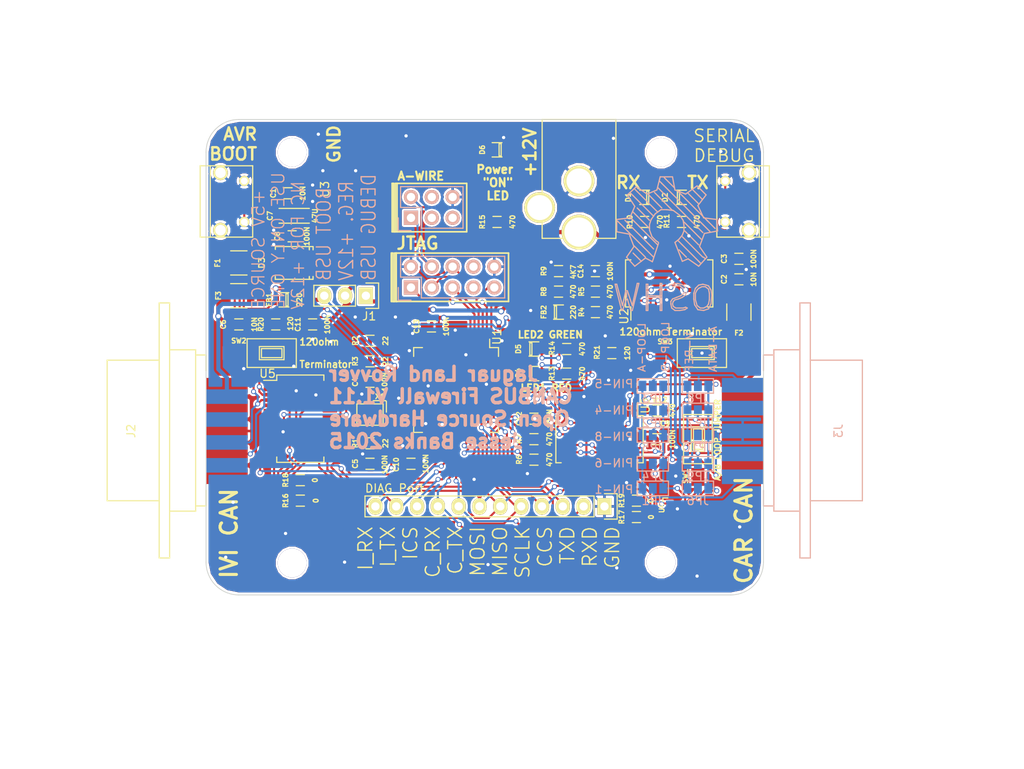
<source format=kicad_pcb>
(kicad_pcb (version 4) (host pcbnew 4.0.0-rc1-stable)
  (layers (0 F.Cu signal) (31 B.Cu signal) (34 B.Paste user) (35 F.Paste user) (36 B.SilkS user) (37 F.SilkS user) (38 B.Mask user) (39 F.Mask user) (44 Edge.Cuts user))
  (net 0 "")
  (net 1 "Net-(C1-Pad1)")
  (net 2 GND)
  (net 3 "Net-(C2-Pad1)")
  (net 4 "Net-(C3-Pad1)")
  (net 5 +12V)
  (net 6 +5V)
  (net 7 LOOP_A)
  (net 8 LOOP_B)
  (net 9 IVI_CANH)
  (net 10 IVI_CANL)
  (net 11 CAR_CANH)
  (net 12 CAR_CANL)
  (net 13 "Net-(J2-Pad6)")
  (net 14 ~RESET/A_DATA)
  (net 15 +3V3)
  (net 16 "Net-(C5-Pad1)")
  (net 17 "Net-(C7-Pad1)")
  (net 18 "Net-(F1-Pad1)")
  (net 19 "Net-(F2-Pad1)")
  (net 20 "Net-(R6-Pad2)")
  (net 21 "Net-(R7-Pad2)")
  (net 22 "Net-(R8-Pad1)")
  (net 23 USB5)
  (net 24 "Net-(D1-Pad2)")
  (net 25 "Net-(D2-Pad2)")
  (net 26 "Net-(D4-Pad2)")
  (net 27 "Net-(D5-Pad2)")
  (net 28 "Net-(D6-Pad2)")
  (net 29 VBUS)
  (net 30 TCK)
  (net 31 TDO)
  (net 32 TMS)
  (net 33 TDI)
  (net 34 "Net-(D1-Pad1)")
  (net 35 "Net-(D2-Pad1)")
  (net 36 LED1)
  (net 37 LED2)
  (net 38 USBM)
  (net 39 USBP)
  (net 40 USB-)
  (net 41 USB+)
  (net 42 IVI_CS)
  (net 43 CAR_CS)
  (net 44 MISO)
  (net 45 MOSI)
  (net 46 SCLK)
  (net 47 IVI_RxCAN)
  (net 48 IVI_TxCAN)
  (net 49 CAR_RxCAN)
  (net 50 CAR_TxCAN)
  (net 51 TX_DBG)
  (net 52 RX_DBG)
  (net 53 CLK1)
  (net 54 "Net-(R1-Pad2)")
  (net 55 CLK2)
  (net 56 CLK3)
  (net 57 CLK3_OUT)
  (net 58 CLK2_OUT)
  (net 59 IVI_STBY)
  (net 60 IVI_INT)
  (net 61 IVI_RESET)
  (net 62 CAR_STBY)
  (net 63 CAR_INT)
  (net 64 CAR_RESET)
  (net 65 "Net-(R16-Pad2)")
  (net 66 "Net-(R17-Pad2)")
  (net 67 "Net-(R18-Pad2)")
  (net 68 "Net-(R19-Pad2)")
  (net 69 "Net-(R20-Pad1)")
  (net 70 "Net-(R21-Pad1)")
  (net 71 "Net-(CON1-Pad3)")
  (net 72 "Net-(CON2-Pad7)")
  (net 73 "Net-(CON2-Pad8)")
  (net 74 "Net-(CON3-Pad3)")
  (net 75 "Net-(CON3-Pad4)")
  (net 76 "Net-(CON3-Pad5)")
  (net 77 "Net-(J2-Pad4)")
  (net 78 "Net-(J2-Pad8)")
  (net 79 "Net-(P1-Pad4)")
  (net 80 "Net-(P2-Pad4)")
  (net 81 "Net-(U1-Pad7)")
  (net 82 "Net-(U1-Pad8)")
  (net 83 "Net-(U1-Pad9)")
  (net 84 "Net-(U1-Pad10)")
  (net 85 "Net-(U1-Pad11)")
  (net 86 "Net-(U1-Pad12)")
  (net 87 "Net-(U1-Pad13)")
  (net 88 "Net-(U1-Pad16)")
  (net 89 "Net-(U1-Pad19)")
  (net 90 "Net-(U1-Pad20)")
  (net 91 "Net-(U1-Pad21)")
  (net 92 "Net-(U1-Pad22)")
  (net 93 "Net-(U1-Pad32)")
  (net 94 "Net-(U1-Pad33)")
  (net 95 "Net-(U1-Pad42)")
  (net 96 "Net-(U1-Pad61)")
  (net 97 "Net-(U1-Pad62)")
  (net 98 "Net-(U1-Pad63)")
  (net 99 "Net-(U2-Pad2)")
  (net 100 "Net-(U2-Pad3)")
  (net 101 "Net-(U2-Pad6)")
  (net 102 "Net-(U2-Pad9)")
  (net 103 "Net-(U2-Pad10)")
  (net 104 "Net-(U2-Pad11)")
  (net 105 "Net-(U2-Pad12)")
  (net 106 "Net-(U2-Pad13)")
  (net 107 "Net-(U2-Pad14)")
  (net 108 "Net-(U2-Pad27)")
  (net 109 "Net-(U2-Pad28)")
  (net 110 "Net-(U4-Pad3)")
  (net 111 "Net-(U4-Pad5)")
  (net 112 "Net-(U5-Pad2)")
  (net 113 IVI_Tx1RTS)
  (net 114 IVI_Tx2RTS)
  (net 115 "Net-(U5-Pad8)")
  (net 116 IVI_Rx1BF)
  (net 117 IVI_Rx0BF)
  (net 118 IVI_Tx0RTS)
  (net 119 "Net-(U5-Pad25)")
  (net 120 "Net-(U6-Pad2)")
  (net 121 CAR_Tx1RTS)
  (net 122 CAR_Tx2RTS)
  (net 123 "Net-(U6-Pad8)")
  (net 124 CAR_Rx1BF)
  (net 125 CAR_Rx0BF)
  (net 126 CAR_Tx0RTS)
  (net 127 "Net-(U6-Pad25)")
  (net 128 "Net-(U1-Pad57)")
  (net 129 "Net-(J2-Pad1)")
  (net 130 "Net-(J2-Pad5)")
  (net 131 B)
  (net 132 A)
  (net 133 C)
  (net 134 D)
  (net 135 E)
  (net 136 "Net-(JP10-Pad1)")
  (net 137 "Net-(R4-Pad2)")
  (net 138 "Net-(R5-Pad2)")
  (module Mounting_Holes:MountingHole_3-5mm (layer F.Cu) (at 95.5 159)
    (fp_text reference REF** hide)
    (fp_text value MountingHole_3-5mm hide)
    (pad 1 thru_hole circle (at 0 0) (size 3.5 3.5) (drill 3.5) (layers))
  )
  (module Mounting_Holes:MountingHole_3-5mm (layer F.Cu) (at 50.5 159.1)
    (fp_text reference REF** hide)
    (fp_text value MountingHole_3-5mm hide)
    (pad 1 thru_hole circle (at 0 0) (size 3.5 3.5) (drill 3.5) (layers))
  )
  (module Mounting_Holes:MountingHole_3-5mm (layer F.Cu) (at 50.5 109)
    (fp_text reference REF** hide)
    (fp_text value MountingHole_3-5mm hide)
    (pad 1 thru_hole circle (at 0 0) (size 3.5 3.5) (drill 3.5) (layers))
  )
  (module Connect:DB9F_CI (layer F.Cu) (at 40 143 90)
    (fp_text reference J2 (at 0 -9.144 90) (layer F.SilkS))
    (fp_text value DB9 hide)
    (pad 4 connect rect (at 2.794 2.54 90) (size 1.778 5.08) (layers F.Cu F.Mask) (net 77 "Net-(J2-Pad4)"))
    (pad 3 connect rect (at 0 2.54 90) (size 1.778 5.08) (layers F.Cu F.Mask) (net 2 GND))
    (pad 2 connect rect (at -2.794 2.54 90) (size 1.778 5.08) (layers F.Cu F.Mask) (net 10 IVI_CANL))
    (pad 1 connect rect (at -5.588 2.54 90) (size 1.778 5.08) (layers F.Cu F.Mask) (net 129 "Net-(J2-Pad1)"))
    (pad 5 connect rect (at 5.588 2.54 90) (size 1.778 5.08) (layers F.Cu F.Mask) (net 130 "Net-(J2-Pad5)"))
    (pad 6 connect rect (at -4.191 2.54 90) (size 1.778 5.08) (layers B.Cu B.Mask) (net 13 "Net-(J2-Pad6)"))
    (pad 7 connect rect (at -1.397 2.54 90) (size 1.778 5.08) (layers B.Cu B.Mask) (net 9 IVI_CANH))
    (pad 8 connect rect (at 1.397 2.54 90) (size 1.778 5.08) (layers B.Cu B.Mask) (net 78 "Net-(J2-Pad8)"))
    (pad 9 connect rect (at 4.191 2.54 90) (size 1.778 5.08) (layers B.Cu B.Mask) (net 5 +12V))
  )
  (module "Custom Parts:R_0603_sm" (layer F.Cu) (at 50 114)
    (fp_text reference C1 (at -1.8 0 90) (layer F.SilkS) (effects (font (size 0.6 0.6))))
    (fp_text value 10N (at 1.8 0 90) (layer F.SilkS) (effects (font (size 0.6 0.6))))
    (pad 1 smd rect (at -0.9 0) (size 0.8 0.9) (layers F.Cu F.Paste F.Mask) (net 1 "Net-(C1-Pad1)"))
    (pad 2 smd rect (at 0.9 0) (size 0.8 0.9) (layers F.Cu F.Paste F.Mask) (net 2 GND))
  )
  (module "Custom Parts:R_0603_sm" (layer F.Cu) (at 105 124.5)
    (fp_text reference C2 (at -1.8 0 90) (layer F.SilkS) (effects (font (size 0.6 0.6))))
    (fp_text value 10N (at 1.8 0 90) (layer F.SilkS) (effects (font (size 0.6 0.6))))
    (pad 1 smd rect (at -0.9 0) (size 0.8 0.9) (layers F.Cu F.Paste F.Mask) (net 3 "Net-(C2-Pad1)"))
    (pad 2 smd rect (at 0.9 0) (size 0.8 0.9) (layers F.Cu F.Paste F.Mask) (net 2 GND))
  )
  (module "Custom Parts:R_0603_sm" (layer F.Cu) (at 105 122)
    (fp_text reference C3 (at -1.8 0 90) (layer F.SilkS) (effects (font (size 0.6 0.6))))
    (fp_text value 100N (at 1.8 0 90) (layer F.SilkS) (effects (font (size 0.6 0.6))))
    (pad 1 smd rect (at -0.9 0) (size 0.8 0.9) (layers F.Cu F.Paste F.Mask) (net 4 "Net-(C3-Pad1)"))
    (pad 2 smd rect (at 0.9 0) (size 0.8 0.9) (layers F.Cu F.Paste F.Mask) (net 2 GND))
  )
  (module "Custom Parts:R_0603_sm" (layer F.Cu) (at 60 137 180)
    (fp_text reference C4 (at 1.8 0 270) (layer F.SilkS) (effects (font (size 0.6 0.6))))
    (fp_text value 100N (at -1.8 0 270) (layer F.SilkS) (effects (font (size 0.6 0.6))))
    (pad 1 smd rect (at -0.9 0 180) (size 0.8 0.9) (layers F.Cu F.Paste F.Mask) (net 15 +3V3))
    (pad 2 smd rect (at 0.9 0 180) (size 0.8 0.9) (layers F.Cu F.Paste F.Mask) (net 2 GND))
  )
  (module "Custom Parts:R_0603_sm" (layer F.Cu) (at 60 147 180)
    (fp_text reference C5 (at 1.8 0 270) (layer F.SilkS) (effects (font (size 0.6 0.6))))
    (fp_text value 100N (at -1.8 -0.1 270) (layer F.SilkS) (effects (font (size 0.6 0.6))))
    (pad 1 smd rect (at -0.9 0 180) (size 0.8 0.9) (layers F.Cu F.Paste F.Mask) (net 16 "Net-(C5-Pad1)"))
    (pad 2 smd rect (at 0.9 0 180) (size 0.8 0.9) (layers F.Cu F.Paste F.Mask) (net 2 GND))
  )
  (module "Custom Parts:R_0603_sm" (layer F.Cu) (at 44 130)
    (fp_text reference C6 (at -1.9 0 90) (layer F.SilkS) (effects (font (size 0.6 0.6))))
    (fp_text value 10N (at 1.9 0 90) (layer F.SilkS) (effects (font (size 0.6 0.6))))
    (pad 1 smd rect (at -0.9 0) (size 0.8 0.9) (layers F.Cu F.Paste F.Mask) (net 5 +12V))
    (pad 2 smd rect (at 0.9 0) (size 0.8 0.9) (layers F.Cu F.Paste F.Mask) (net 2 GND))
  )
  (module Capacitors_Tantalum_SMD:TantalC_SizeA_EIA-3216_Reflow (layer F.Cu) (at 50.5 116.75 180)
    (fp_text reference C7 (at 2.7 0 270) (layer F.SilkS) (effects (font (size 0.6 0.6))))
    (fp_text value 47U (at -2.8 0 270) (layer F.SilkS) (effects (font (size 0.6 0.6))))
    (pad 2 smd rect (at 1.31 0 180) (size 1.8 1.23) (layers F.Cu F.Paste F.Mask) (net 2 GND))
    (pad 1 smd rect (at -1.31 0 180) (size 1.8 1.23) (layers F.Cu F.Paste F.Mask) (net 17 "Net-(C7-Pad1)"))
  )
  (module "Custom Parts:R_0603_sm" (layer F.Cu) (at 50.5 119.25 180)
    (fp_text reference C8 (at 1.8 0 270) (layer F.SilkS) (effects (font (size 0.6 0.6))))
    (fp_text value 100N (at -1.8 0 270) (layer F.SilkS) (effects (font (size 0.6 0.6))))
    (pad 1 smd rect (at -0.9 0 180) (size 0.8 0.9) (layers F.Cu F.Paste F.Mask) (net 17 "Net-(C7-Pad1)"))
    (pad 2 smd rect (at 0.9 0 180) (size 0.8 0.9) (layers F.Cu F.Paste F.Mask) (net 2 GND))
  )
  (module "Custom Parts:R_0603_sm" (layer F.Cu) (at 95 144 180)
    (fp_text reference C9 (at -1 1.9 360) (layer F.SilkS) (effects (font (size 0.6 0.6))))
    (fp_text value 100N (at -1.9 0 270) (layer F.SilkS) (effects (font (size 0.6 0.6))))
    (pad 1 smd rect (at -0.9 0 180) (size 0.8 0.9) (layers F.Cu F.Paste F.Mask) (net 6 +5V))
    (pad 2 smd rect (at 0.9 0 180) (size 0.8 0.9) (layers F.Cu F.Paste F.Mask) (net 2 GND))
  )
  (module "Custom Parts:R_0603_sm" (layer F.Cu) (at 65 147)
    (fp_text reference C10 (at -1.8 0.1 90) (layer F.SilkS) (effects (font (size 0.6 0.6))))
    (fp_text value 100N (at 1.8 0 90) (layer F.SilkS) (effects (font (size 0.6 0.6))))
    (pad 1 smd rect (at -0.9 0) (size 0.8 0.9) (layers F.Cu F.Paste F.Mask) (net 6 +5V))
    (pad 2 smd rect (at 0.9 0) (size 0.8 0.9) (layers F.Cu F.Paste F.Mask) (net 2 GND))
  )
  (module "Custom Parts:R_0603_sm" (layer F.Cu) (at 53 130 180)
    (fp_text reference C11 (at 1.8 0 270) (layer F.SilkS) (effects (font (size 0.6 0.6))))
    (fp_text value 100N (at -1.8 0 270) (layer F.SilkS) (effects (font (size 0.6 0.6))))
    (pad 1 smd rect (at -0.9 0 180) (size 0.8 0.9) (layers F.Cu F.Paste F.Mask) (net 6 +5V))
    (pad 2 smd rect (at 0.9 0 180) (size 0.8 0.9) (layers F.Cu F.Paste F.Mask) (net 2 GND))
  )
  (module "Custom Parts:R_0603_sm" (layer F.Cu) (at 80 141.5)
    (fp_text reference C12 (at -1.8 0 90) (layer F.SilkS) (effects (font (size 0.6 0.6))))
    (fp_text value 100N (at 1.9 0 90) (layer F.SilkS) (effects (font (size 0.6 0.6))))
    (pad 1 smd rect (at -0.9 0) (size 0.8 0.9) (layers F.Cu F.Paste F.Mask) (net 6 +5V))
    (pad 2 smd rect (at 0.9 0) (size 0.8 0.9) (layers F.Cu F.Paste F.Mask) (net 2 GND))
  )
  (module "Custom Parts:R_1210_SM" (layer F.Cu) (at 44 122.5 180)
    (fp_text reference F1 (at 2.6 0 270) (layer F.SilkS) (effects (font (size 0.6 0.6))))
    (fp_text value FUSE hide)
    (pad 1 smd rect (at -1.45 0 180) (size 0.9 2.5) (layers F.Cu F.Paste F.Mask) (net 18 "Net-(F1-Pad1)"))
    (pad 2 smd rect (at 1.45 0 180) (size 0.9 2.5) (layers F.Cu F.Paste F.Mask) (net 1 "Net-(C1-Pad1)"))
  )
  (module "Custom Parts:R_1210_SM" (layer F.Cu) (at 105 128.5 90)
    (fp_text reference F2 (at -2.54 0 180) (layer F.SilkS) (effects (font (size 0.6 0.6))))
    (fp_text value FUSE hide)
    (pad 1 smd rect (at -1.45 0 90) (size 0.9 2.5) (layers F.Cu F.Paste F.Mask) (net 19 "Net-(F2-Pad1)"))
    (pad 2 smd rect (at 1.45 0 90) (size 0.9 2.5) (layers F.Cu F.Paste F.Mask) (net 3 "Net-(C2-Pad1)"))
  )
  (module "Custom Parts:R_1210_SM" (layer F.Cu) (at 44 126.5)
    (fp_text reference F3 (at -2.5 0 90) (layer F.SilkS) (effects (font (size 0.6 0.6))))
    (fp_text value FUSE hide)
    (pad 1 smd rect (at -1.45 0) (size 0.9 2.5) (layers F.Cu F.Paste F.Mask) (net 5 +12V))
    (pad 2 smd rect (at 1.45 0) (size 0.9 2.5) (layers F.Cu F.Paste F.Mask) (net 17 "Net-(C7-Pad1)"))
  )
  (module "Custom Parts:R_0603_sm" (layer F.Cu) (at 80 146.5 180)
    (fp_text reference R6 (at 1.8 0 270) (layer F.SilkS) (effects (font (size 0.6 0.6))))
    (fp_text value 470 (at -1.9 0 270) (layer F.SilkS) (effects (font (size 0.6 0.6))))
    (pad 1 smd rect (at -0.9 0 180) (size 0.8 0.9) (layers F.Cu F.Paste F.Mask) (net 8 LOOP_B))
    (pad 2 smd rect (at 0.9 0 180) (size 0.8 0.9) (layers F.Cu F.Paste F.Mask) (net 20 "Net-(R6-Pad2)"))
  )
  (module "Custom Parts:R_0603_sm" (layer F.Cu) (at 80 144 180)
    (fp_text reference R7 (at 1.8 0 270) (layer F.SilkS) (effects (font (size 0.6 0.6))))
    (fp_text value 470 (at -1.9 0 270) (layer F.SilkS) (effects (font (size 0.6 0.6))))
    (pad 1 smd rect (at -0.9 0 180) (size 0.8 0.9) (layers F.Cu F.Paste F.Mask) (net 7 LOOP_A))
    (pad 2 smd rect (at 0.9 0 180) (size 0.8 0.9) (layers F.Cu F.Paste F.Mask) (net 21 "Net-(R7-Pad2)"))
  )
  (module "Custom Parts:R_0603_sm" (layer F.Cu) (at 83 126 180)
    (fp_text reference R8 (at 1.8 0 270) (layer F.SilkS) (effects (font (size 0.6 0.6))))
    (fp_text value 470 (at -1.8 0 270) (layer F.SilkS) (effects (font (size 0.6 0.6))))
    (pad 1 smd rect (at -0.9 0 180) (size 0.8 0.9) (layers F.Cu F.Paste F.Mask) (net 22 "Net-(R8-Pad1)"))
    (pad 2 smd rect (at 0.9 0 180) (size 0.8 0.9) (layers F.Cu F.Paste F.Mask) (net 23 USB5))
  )
  (module "Custom Parts:R_0603_sm" (layer F.Cu) (at 83 123.5 180)
    (fp_text reference R9 (at 1.8 0 270) (layer F.SilkS) (effects (font (size 0.6 0.6))))
    (fp_text value 4K7 (at -1.8 -0.1 270) (layer F.SilkS) (effects (font (size 0.6 0.6))))
    (pad 1 smd rect (at -0.9 0 180) (size 0.8 0.9) (layers F.Cu F.Paste F.Mask) (net 22 "Net-(R8-Pad1)"))
    (pad 2 smd rect (at 0.9 0 180) (size 0.8 0.9) (layers F.Cu F.Paste F.Mask) (net 2 GND))
  )
  (module "Custom Parts:R_0603_sm" (layer F.Cu) (at 93.5 117.5)
    (fp_text reference R10 (at -1.8 0 90) (layer F.SilkS) (effects (font (size 0.6 0.6))))
    (fp_text value 470 (at 1.9 0 90) (layer F.SilkS) (effects (font (size 0.6 0.6))))
    (pad 1 smd rect (at -0.9 0) (size 0.8 0.9) (layers F.Cu F.Paste F.Mask) (net 24 "Net-(D1-Pad2)"))
    (pad 2 smd rect (at 0.9 0) (size 0.8 0.9) (layers F.Cu F.Paste F.Mask) (net 23 USB5))
  )
  (module "Custom Parts:R_0603_sm" (layer F.Cu) (at 98 117.5 180)
    (fp_text reference R11 (at 1.8 0.1 270) (layer F.SilkS) (effects (font (size 0.6 0.6))))
    (fp_text value 470 (at -1.9 0 270) (layer F.SilkS) (effects (font (size 0.6 0.6))))
    (pad 1 smd rect (at -0.9 0 180) (size 0.8 0.9) (layers F.Cu F.Paste F.Mask) (net 25 "Net-(D2-Pad2)"))
    (pad 2 smd rect (at 0.9 0 180) (size 0.8 0.9) (layers F.Cu F.Paste F.Mask) (net 23 USB5))
  )
  (module "Custom Parts:R_0603_sm" (layer F.Cu) (at 95 140.5 180)
    (fp_text reference R12 (at -0.4 1.3 360) (layer F.SilkS) (effects (font (size 0.6 0.6))))
    (fp_text value 470 (at -1.9 0 270) (layer F.SilkS) (effects (font (size 0.6 0.6))))
    (pad 1 smd rect (at -0.9 0 180) (size 0.8 0.9) (layers F.Cu F.Paste F.Mask) (net 136 "Net-(JP10-Pad1)"))
    (pad 2 smd rect (at 0.9 0 180) (size 0.8 0.9) (layers F.Cu F.Paste F.Mask) (net 6 +5V))
  )
  (module "Custom Parts:R_0603_sm" (layer F.Cu) (at 84 136)
    (fp_text reference R13 (at -1.8 0 90) (layer F.SilkS) (effects (font (size 0.6 0.6))))
    (fp_text value 470 (at 1.9 0 90) (layer F.SilkS) (effects (font (size 0.6 0.6))))
    (pad 1 smd rect (at -0.9 0) (size 0.8 0.9) (layers F.Cu F.Paste F.Mask) (net 26 "Net-(D4-Pad2)"))
    (pad 2 smd rect (at 0.9 0) (size 0.8 0.9) (layers F.Cu F.Paste F.Mask) (net 6 +5V))
  )
  (module "Custom Parts:R_0603_sm" (layer F.Cu) (at 84 133)
    (fp_text reference R14 (at -1.8 -0.1 90) (layer F.SilkS) (effects (font (size 0.6 0.6))))
    (fp_text value 470 (at 1.9 0 90) (layer F.SilkS) (effects (font (size 0.6 0.6))))
    (pad 1 smd rect (at -0.9 0) (size 0.8 0.9) (layers F.Cu F.Paste F.Mask) (net 27 "Net-(D5-Pad2)"))
    (pad 2 smd rect (at 0.9 0) (size 0.8 0.9) (layers F.Cu F.Paste F.Mask) (net 6 +5V))
  )
  (module "Custom Parts:R_0603_sm" (layer F.Cu) (at 75.5 117.5 180)
    (fp_text reference R15 (at 1.8 0 270) (layer F.SilkS) (effects (font (size 0.6 0.6))))
    (fp_text value 470 (at -1.9 0 270) (layer F.SilkS) (effects (font (size 0.6 0.6))))
    (pad 1 smd rect (at -0.9 0 180) (size 0.8 0.9) (layers F.Cu F.Paste F.Mask) (net 28 "Net-(D6-Pad2)"))
    (pad 2 smd rect (at 0.9 0 180) (size 0.8 0.9) (layers F.Cu F.Paste F.Mask) (net 6 +5V))
  )
  (module Diodes_SMD:D-Pak_TO252AA (layer F.Cu) (at 58.5 118)
    (fp_text reference U3 (at -4 -4.5 90) (layer F.SilkS))
    (fp_text value MC78M05CDT hide)
    (pad 3 smd rect (at 2.18 4.3) (size 1.55 2.78) (layers F.Cu F.Paste F.Mask) (net 6 +5V))
    (pad 4 smd rect (at 0 -2.335) (size 6.74 6.73) (layers F.Cu F.Paste F.Mask) (net 2 GND))
    (pad 1 smd rect (at -2.18 4.3) (size 1.55 2.78) (layers F.Cu F.Paste F.Mask) (net 17 "Net-(C7-Pad1)"))
  )
  (module Housings_SOT-23_SOT-143_TSOT-6:SC-70-6 (layer F.Cu) (at 97.5 152.5 270)
    (fp_text reference U4 (at -0.1 1.9 450) (layer F.SilkS) (effects (font (size 0.6 0.6))))
    (fp_text value SMF05 hide)
    (pad 1 smd rect (at -0.65024 0.94996 270) (size 0.39878 0.7493) (layers F.Cu F.Paste F.Mask) (net 7 LOOP_A))
    (pad 2 smd rect (at 0 0.94996 270) (size 0.39878 0.7493) (layers F.Cu F.Paste F.Mask) (net 2 GND))
    (pad 3 smd rect (at 0.65024 0.94996 270) (size 0.39878 0.7493) (layers F.Cu F.Paste F.Mask) (net 110 "Net-(U4-Pad3)"))
    (pad 4 smd rect (at 0.65024 -0.94996 270) (size 0.39878 0.7493) (layers F.Cu F.Paste F.Mask) (net 14 ~RESET/A_DATA))
    (pad 5 smd rect (at 0 -0.94996 270) (size 0.39878 0.7493) (layers F.Cu F.Paste F.Mask) (net 111 "Net-(U4-Pad5)"))
    (pad 6 smd rect (at -0.65024 -0.94996 270) (size 0.39878 0.7493) (layers F.Cu F.Paste F.Mask) (net 8 LOOP_B))
  )
  (module Socket_Strips:Socket_Strip_Straight_2x05 (layer B.Cu) (at 65 125.5)
    (fp_text reference CON2 hide)
    (fp_text value AVR-JTAG-10 hide)
    (pad 1 thru_hole rect (at 0 0) (size 1.7272 1.7272) (drill 1.016) (layers *.Cu *.Mask B.SilkS) (net 30 TCK))
    (pad 2 thru_hole oval (at 0 -2.54) (size 1.7272 1.7272) (drill 1.016) (layers *.Cu *.Mask B.SilkS) (net 2 GND))
    (pad 3 thru_hole oval (at 2.54 0) (size 1.7272 1.7272) (drill 1.016) (layers *.Cu *.Mask B.SilkS) (net 31 TDO))
    (pad 4 thru_hole oval (at 2.54 -2.54) (size 1.7272 1.7272) (drill 1.016) (layers *.Cu *.Mask B.SilkS) (net 6 +5V))
    (pad 5 thru_hole oval (at 5.08 0) (size 1.7272 1.7272) (drill 1.016) (layers *.Cu *.Mask B.SilkS) (net 32 TMS))
    (pad 6 thru_hole oval (at 5.08 -2.54) (size 1.7272 1.7272) (drill 1.016) (layers *.Cu *.Mask B.SilkS) (net 14 ~RESET/A_DATA))
    (pad 7 thru_hole oval (at 7.62 0) (size 1.7272 1.7272) (drill 1.016) (layers *.Cu *.Mask B.SilkS) (net 72 "Net-(CON2-Pad7)"))
    (pad 8 thru_hole oval (at 7.62 -2.54) (size 1.7272 1.7272) (drill 1.016) (layers *.Cu *.Mask B.SilkS) (net 73 "Net-(CON2-Pad8)"))
    (pad 9 thru_hole oval (at 10.16 0) (size 1.7272 1.7272) (drill 1.016) (layers *.Cu *.Mask B.SilkS) (net 33 TDI))
    (pad 10 thru_hole oval (at 10.16 -2.54) (size 1.7272 1.7272) (drill 1.016) (layers *.Cu *.Mask B.SilkS) (net 2 GND))
  )
  (module Socket_Strips:Socket_Strip_Straight_2x03 (layer B.Cu) (at 65 117)
    (fp_text reference CON3 hide)
    (fp_text value AVR-AW-6 hide)
    (pad 1 thru_hole rect (at 0 0) (size 1.7272 1.7272) (drill 1.016) (layers *.Cu *.Mask B.SilkS) (net 14 ~RESET/A_DATA))
    (pad 2 thru_hole oval (at 0 -2.54) (size 1.7272 1.7272) (drill 1.016) (layers *.Cu *.Mask B.SilkS) (net 6 +5V))
    (pad 3 thru_hole oval (at 2.54 0) (size 1.7272 1.7272) (drill 1.016) (layers *.Cu *.Mask B.SilkS) (net 74 "Net-(CON3-Pad3)"))
    (pad 4 thru_hole oval (at 2.54 -2.54) (size 1.7272 1.7272) (drill 1.016) (layers *.Cu *.Mask B.SilkS) (net 75 "Net-(CON3-Pad4)"))
    (pad 5 thru_hole oval (at 5.08 0) (size 1.7272 1.7272) (drill 1.016) (layers *.Cu *.Mask B.SilkS) (net 76 "Net-(CON3-Pad5)"))
    (pad 6 thru_hole oval (at 5.08 -2.54) (size 1.7272 1.7272) (drill 1.016) (layers *.Cu *.Mask B.SilkS) (net 2 GND))
  )
  (module "Custom Parts:Diode_0805_12" (layer F.Cu) (at 93.5 114.5 180)
    (fp_text reference D1 (at 2 0 450) (layer F.SilkS) (effects (font (size 0.6 0.6))))
    (fp_text value YELLOW hide)
    (pad 1 smd rect (at -0.95 0 180) (size 0.7 1.3) (layers F.Cu F.Paste F.Mask) (net 34 "Net-(D1-Pad1)"))
    (pad 2 smd rect (at 0.95 0 180) (size 0.7 1.3) (layers F.Cu F.Paste F.Mask) (net 24 "Net-(D1-Pad2)"))
  )
  (module "Custom Parts:Diode_0805_12" (layer F.Cu) (at 98 114.5)
    (fp_text reference D2 (at -2 0 270) (layer F.SilkS) (effects (font (size 0.6 0.6))))
    (fp_text value WHITE hide)
    (pad 1 smd rect (at -0.95 0) (size 0.7 1.3) (layers F.Cu F.Paste F.Mask) (net 35 "Net-(D2-Pad1)"))
    (pad 2 smd rect (at 0.95 0) (size 0.7 1.3) (layers F.Cu F.Paste F.Mask) (net 25 "Net-(D2-Pad2)"))
  )
  (module "Custom Parts:Diode_0805_12" (layer F.Cu) (at 80 136)
    (fp_text reference D4 (at -1.9 -0.1 90) (layer F.SilkS) (effects (font (size 0.6 0.6))))
    (fp_text value RED hide)
    (pad 1 smd rect (at -0.95 0) (size 0.7 1.3) (layers F.Cu F.Paste F.Mask) (net 36 LED1))
    (pad 2 smd rect (at 0.95 0) (size 0.7 1.3) (layers F.Cu F.Paste F.Mask) (net 26 "Net-(D4-Pad2)"))
  )
  (module "Custom Parts:Diode_0805_12" (layer F.Cu) (at 80 133)
    (fp_text reference D5 (at -1.9 0 90) (layer F.SilkS) (effects (font (size 0.6 0.6))))
    (fp_text value GREEN hide)
    (pad 1 smd rect (at -0.95 0) (size 0.7 1.3) (layers F.Cu F.Paste F.Mask) (net 37 LED2))
    (pad 2 smd rect (at 0.95 0) (size 0.7 1.3) (layers F.Cu F.Paste F.Mask) (net 27 "Net-(D5-Pad2)"))
  )
  (module "Custom Parts:Diode_0805_12" (layer F.Cu) (at 75.5 108.7 180)
    (fp_text reference D6 (at 1.8 0 270) (layer F.SilkS) (effects (font (size 0.6 0.6))))
    (fp_text value BLUE hide)
    (pad 1 smd rect (at -0.95 0 180) (size 0.7 1.3) (layers F.Cu F.Paste F.Mask) (net 2 GND))
    (pad 2 smd rect (at 0.95 0 180) (size 0.7 1.3) (layers F.Cu F.Paste F.Mask) (net 28 "Net-(D6-Pad2)"))
  )
  (module "Custom Parts:Diode_0805_12_SM" (layer F.Cu) (at 49.5 127 180)
    (fp_text reference FB1 (at 1.8 0 270) (layer F.SilkS) (effects (font (size 0.6 0.6))))
    (fp_text value 220 (at -1.9 0 270) (layer F.SilkS) (effects (font (size 0.6 0.6))))
    (pad 1 smd rect (at -0.95 0 180) (size 0.7 1.3) (layers F.Cu F.Paste F.Mask) (net 29 VBUS))
    (pad 2 smd rect (at 0.95 0 180) (size 0.7 1.3) (layers F.Cu F.Paste F.Mask) (net 18 "Net-(F1-Pad1)"))
  )
  (module "Custom Parts:Diode_0805_12_SM" (layer F.Cu) (at 83 128.5)
    (fp_text reference FB2 (at -1.8 0 90) (layer F.SilkS) (effects (font (size 0.6 0.6))))
    (fp_text value 220 (at 1.8 0 90) (layer F.SilkS) (effects (font (size 0.6 0.6))))
    (pad 1 smd rect (at -0.95 0) (size 0.7 1.3) (layers F.Cu F.Paste F.Mask) (net 23 USB5))
    (pad 2 smd rect (at 0.95 0) (size 0.7 1.3) (layers F.Cu F.Paste F.Mask) (net 19 "Net-(F2-Pad1)"))
  )
  (module Socket_Strips:Socket_Strip_Straight_1x03 (layer F.Cu) (at 59.5 126.5 180)
    (fp_text reference J1 (at -0.4 -2.5 360) (layer F.SilkS))
    (fp_text value +5V_SRC hide)
    (pad 1 thru_hole rect (at 0 0 180) (size 1.7272 2.032) (drill 1.016) (layers *.Cu *.Mask F.SilkS) (net 23 USB5))
    (pad 2 thru_hole oval (at 2.54 0 180) (size 1.7272 2.032) (drill 1.016) (layers *.Cu *.Mask F.SilkS) (net 6 +5V))
    (pad 3 thru_hole oval (at 5.08 0 180) (size 1.7272 2.032) (drill 1.016) (layers *.Cu *.Mask F.SilkS) (net 29 VBUS))
  )
  (module "Custom Parts:USB_Micro-B-DX4R005JJ2R1800" (layer F.Cu) (at 40.5 115 270)
    (fp_text reference P1 hide)
    (fp_text value USB_OTG hide)
    (pad 6 thru_hole circle (at -3.5009 -1.26254) (size 1.8 1.8) (drill 1.3) (layers *.Cu *.Mask F.SilkS) (net 2 GND))
    (pad 1 smd rect (at -1.3009 -4.16254) (size 1.35 0.4) (layers F.Cu F.Paste F.Mask) (net 1 "Net-(C1-Pad1)"))
    (pad 2 smd rect (at -0.6509 -4.16254) (size 1.35 0.4) (layers F.Cu F.Paste F.Mask) (net 38 USBM))
    (pad 3 smd rect (at -0.0009 -4.16254) (size 1.35 0.4) (layers F.Cu F.Paste F.Mask) (net 39 USBP))
    (pad 4 smd rect (at 0.6491 -4.16254) (size 1.35 0.4) (layers F.Cu F.Paste F.Mask) (net 79 "Net-(P1-Pad4)"))
    (pad 5 smd rect (at 1.2991 -4.16254) (size 1.35 0.4) (layers F.Cu F.Paste F.Mask) (net 2 GND))
    (pad 6 thru_hole circle (at -2.5009 -4.16254) (size 1.25 1.25) (drill 0.85) (layers *.Cu *.Mask F.SilkS) (net 2 GND))
    (pad 6 thru_hole circle (at 2.4991 -4.16254) (size 1.25 1.25) (drill 0.85) (layers *.Cu *.Mask F.SilkS) (net 2 GND))
    (pad 6 thru_hole circle (at 3.4991 -1.26254) (size 1.8 1.8) (drill 1.3) (layers *.Cu *.Mask F.SilkS) (net 2 GND))
    (pad 6 smd rect (at -1.65 -1.45 270) (size 1.1 2.1) (layers F.Cu F.Paste F.Mask) (net 2 GND))
    (pad 6 smd rect (at 1.65 -1.45 270) (size 1.1 2.1) (layers F.Cu F.Paste F.Mask) (net 2 GND))
  )
  (module "Custom Parts:USB_Micro-B-DX4R005JJ2R1800" (layer F.Cu) (at 107.5 115 90)
    (fp_text reference P2 hide)
    (fp_text value USB_OTG hide)
    (pad 6 thru_hole circle (at -3.5009 -1.26254 180) (size 1.8 1.8) (drill 1.3) (layers *.Cu *.Mask F.SilkS) (net 2 GND))
    (pad 1 smd rect (at -1.3009 -4.16254 180) (size 1.35 0.4) (layers F.Cu F.Paste F.Mask) (net 3 "Net-(C2-Pad1)"))
    (pad 2 smd rect (at -0.6509 -4.16254 180) (size 1.35 0.4) (layers F.Cu F.Paste F.Mask) (net 40 USB-))
    (pad 3 smd rect (at -0.0009 -4.16254 180) (size 1.35 0.4) (layers F.Cu F.Paste F.Mask) (net 41 USB+))
    (pad 4 smd rect (at 0.6491 -4.16254 180) (size 1.35 0.4) (layers F.Cu F.Paste F.Mask) (net 80 "Net-(P2-Pad4)"))
    (pad 5 smd rect (at 1.2991 -4.16254 180) (size 1.35 0.4) (layers F.Cu F.Paste F.Mask) (net 2 GND))
    (pad 6 thru_hole circle (at -2.5009 -4.16254 180) (size 1.25 1.25) (drill 0.85) (layers *.Cu *.Mask F.SilkS) (net 2 GND))
    (pad 6 thru_hole circle (at 2.4991 -4.16254 180) (size 1.25 1.25) (drill 0.85) (layers *.Cu *.Mask F.SilkS) (net 2 GND))
    (pad 6 thru_hole circle (at 3.4991 -1.26254 180) (size 1.8 1.8) (drill 1.3) (layers *.Cu *.Mask F.SilkS) (net 2 GND))
    (pad 6 smd rect (at -1.65 -1.45 90) (size 1.1 2.1) (layers F.Cu F.Paste F.Mask) (net 2 GND))
    (pad 6 smd rect (at 1.65 -1.45 90) (size 1.1 2.1) (layers F.Cu F.Paste F.Mask) (net 2 GND))
  )
  (module Socket_Strips:Socket_Strip_Straight_1x12 (layer F.Cu) (at 88.6 152.2 180)
    (fp_text reference P3 hide)
    (fp_text value "DIAG Port" (at 25.6 2.2 180) (layer F.SilkS))
    (pad 1 thru_hole rect (at 0 0 180) (size 1.7272 2.032) (drill 1.016) (layers *.Cu *.Mask F.SilkS) (net 2 GND))
    (pad 2 thru_hole oval (at 2.54 0 180) (size 1.7272 2.032) (drill 1.016) (layers *.Cu *.Mask F.SilkS) (net 52 RX_DBG))
    (pad 3 thru_hole oval (at 5.08 0 180) (size 1.7272 2.032) (drill 1.016) (layers *.Cu *.Mask F.SilkS) (net 51 TX_DBG))
    (pad 4 thru_hole oval (at 7.62 0 180) (size 1.7272 2.032) (drill 1.016) (layers *.Cu *.Mask F.SilkS) (net 43 CAR_CS))
    (pad 5 thru_hole oval (at 10.16 0 180) (size 1.7272 2.032) (drill 1.016) (layers *.Cu *.Mask F.SilkS) (net 46 SCLK))
    (pad 6 thru_hole oval (at 12.7 0 180) (size 1.7272 2.032) (drill 1.016) (layers *.Cu *.Mask F.SilkS) (net 44 MISO))
    (pad 7 thru_hole oval (at 15.24 0 180) (size 1.7272 2.032) (drill 1.016) (layers *.Cu *.Mask F.SilkS) (net 45 MOSI))
    (pad 8 thru_hole oval (at 17.78 0 180) (size 1.7272 2.032) (drill 1.016) (layers *.Cu *.Mask F.SilkS) (net 50 CAR_TxCAN))
    (pad 9 thru_hole oval (at 20.32 0 180) (size 1.7272 2.032) (drill 1.016) (layers *.Cu *.Mask F.SilkS) (net 49 CAR_RxCAN))
    (pad 10 thru_hole oval (at 22.86 0 180) (size 1.7272 2.032) (drill 1.016) (layers *.Cu *.Mask F.SilkS) (net 42 IVI_CS))
    (pad 11 thru_hole oval (at 25.4 0 180) (size 1.7272 2.032) (drill 1.016) (layers *.Cu *.Mask F.SilkS) (net 48 IVI_TxCAN))
    (pad 12 thru_hole oval (at 27.94 0 180) (size 1.7272 2.032) (drill 1.016) (layers *.Cu *.Mask F.SilkS) (net 47 IVI_RxCAN))
  )
  (module "Custom Parts:R_0603_sm" (layer F.Cu) (at 60 144.5 180)
    (fp_text reference R1 (at 1.8 0 270) (layer F.SilkS) (effects (font (size 0.6 0.6))))
    (fp_text value 22 (at -1.9 0 270) (layer F.SilkS) (effects (font (size 0.6 0.6))))
    (pad 1 smd rect (at -0.9 0 180) (size 0.8 0.9) (layers F.Cu F.Paste F.Mask) (net 53 CLK1))
    (pad 2 smd rect (at 0.9 0 180) (size 0.8 0.9) (layers F.Cu F.Paste F.Mask) (net 54 "Net-(R1-Pad2)"))
  )
  (module "Custom Parts:R_0603_sm" (layer F.Cu) (at 60 132 180)
    (fp_text reference R2 (at 1.8 0 270) (layer F.SilkS) (effects (font (size 0.6 0.6))))
    (fp_text value 22 (at -1.9 0 270) (layer F.SilkS) (effects (font (size 0.6 0.6))))
    (pad 1 smd rect (at -0.9 0 180) (size 0.8 0.9) (layers F.Cu F.Paste F.Mask) (net 55 CLK2))
    (pad 2 smd rect (at 0.9 0 180) (size 0.8 0.9) (layers F.Cu F.Paste F.Mask) (net 54 "Net-(R1-Pad2)"))
  )
  (module "Custom Parts:R_0603_sm" (layer F.Cu) (at 60 134.5)
    (fp_text reference R3 (at -1.8 0 90) (layer F.SilkS) (effects (font (size 0.6 0.6))))
    (fp_text value 22 (at 1.9 0 90) (layer F.SilkS) (effects (font (size 0.6 0.6))))
    (pad 1 smd rect (at -0.9 0) (size 0.8 0.9) (layers F.Cu F.Paste F.Mask) (net 56 CLK3))
    (pad 2 smd rect (at 0.9 0) (size 0.8 0.9) (layers F.Cu F.Paste F.Mask) (net 54 "Net-(R1-Pad2)"))
  )
  (module "Custom Parts:R_0603_sm" (layer F.Cu) (at 87.5 128.5)
    (fp_text reference R4 (at -1.7 0 90) (layer F.SilkS) (effects (font (size 0.6 0.6))))
    (fp_text value 470 (at 1.8 0 90) (layer F.SilkS) (effects (font (size 0.6 0.6))))
    (pad 1 smd rect (at -0.9 0) (size 0.8 0.9) (layers F.Cu F.Paste F.Mask) (net 52 RX_DBG))
    (pad 2 smd rect (at 0.9 0) (size 0.8 0.9) (layers F.Cu F.Paste F.Mask) (net 137 "Net-(R4-Pad2)"))
  )
  (module "Custom Parts:R_0603_sm" (layer F.Cu) (at 87.5 126)
    (fp_text reference R5 (at -1.7 0 90) (layer F.SilkS) (effects (font (size 0.6 0.6))))
    (fp_text value 470 (at 1.8 0 90) (layer F.SilkS) (effects (font (size 0.6 0.6))))
    (pad 1 smd rect (at -0.9 0) (size 0.8 0.9) (layers F.Cu F.Paste F.Mask) (net 51 TX_DBG))
    (pad 2 smd rect (at 0.9 0) (size 0.8 0.9) (layers F.Cu F.Paste F.Mask) (net 138 "Net-(R5-Pad2)"))
  )
  (module Housings_QFP:LQFP-64_10x10mm_Pitch0.5mm (layer F.Cu) (at 70.5 138 270)
    (fp_text reference U1 (at -6.5 -5 270) (layer F.SilkS))
    (fp_text value AT32UC3C hide)
    (pad 1 smd rect (at -5.7 -3.75 270) (size 1 0.25) (layers F.Cu F.Paste F.Mask) (net 30 TCK))
    (pad 2 smd rect (at -5.7 -3.25 270) (size 1 0.25) (layers F.Cu F.Paste F.Mask) (net 33 TDI))
    (pad 3 smd rect (at -5.7 -2.75 270) (size 1 0.25) (layers F.Cu F.Paste F.Mask) (net 31 TDO))
    (pad 4 smd rect (at -5.7 -2.25 270) (size 1 0.25) (layers F.Cu F.Paste F.Mask) (net 32 TMS))
    (pad 5 smd rect (at -5.7 -1.75 270) (size 1 0.25) (layers F.Cu F.Paste F.Mask) (net 6 +5V))
    (pad 6 smd rect (at -5.7 -1.25 270) (size 1 0.25) (layers F.Cu F.Paste F.Mask) (net 2 GND))
    (pad 7 smd rect (at -5.7 -0.75 270) (size 1 0.25) (layers F.Cu F.Paste F.Mask) (net 81 "Net-(U1-Pad7)"))
    (pad 8 smd rect (at -5.7 -0.25 270) (size 1 0.25) (layers F.Cu F.Paste F.Mask) (net 82 "Net-(U1-Pad8)"))
    (pad 9 smd rect (at -5.7 0.25 270) (size 1 0.25) (layers F.Cu F.Paste F.Mask) (net 83 "Net-(U1-Pad9)"))
    (pad 10 smd rect (at -5.7 0.75 270) (size 1 0.25) (layers F.Cu F.Paste F.Mask) (net 84 "Net-(U1-Pad10)"))
    (pad 11 smd rect (at -5.7 1.25 270) (size 1 0.25) (layers F.Cu F.Paste F.Mask) (net 85 "Net-(U1-Pad11)"))
    (pad 12 smd rect (at -5.7 1.75 270) (size 1 0.25) (layers F.Cu F.Paste F.Mask) (net 86 "Net-(U1-Pad12)"))
    (pad 13 smd rect (at -5.7 2.25 270) (size 1 0.25) (layers F.Cu F.Paste F.Mask) (net 87 "Net-(U1-Pad13)"))
    (pad 14 smd rect (at -5.7 2.75 270) (size 1 0.25) (layers F.Cu F.Paste F.Mask) (net 6 +5V))
    (pad 15 smd rect (at -5.7 3.25 270) (size 1 0.25) (layers F.Cu F.Paste F.Mask) (net 2 GND))
    (pad 16 smd rect (at -5.7 3.75 270) (size 1 0.25) (layers F.Cu F.Paste F.Mask) (net 88 "Net-(U1-Pad16)"))
    (pad 17 smd rect (at -3.75 5.7) (size 1 0.25) (layers F.Cu F.Paste F.Mask) (net 2 GND))
    (pad 18 smd rect (at -3.25 5.7) (size 1 0.25) (layers F.Cu F.Paste F.Mask) (net 6 +5V))
    (pad 19 smd rect (at -2.75 5.7) (size 1 0.25) (layers F.Cu F.Paste F.Mask) (net 89 "Net-(U1-Pad19)"))
    (pad 20 smd rect (at -2.25 5.7) (size 1 0.25) (layers F.Cu F.Paste F.Mask) (net 90 "Net-(U1-Pad20)"))
    (pad 21 smd rect (at -1.75 5.7) (size 1 0.25) (layers F.Cu F.Paste F.Mask) (net 91 "Net-(U1-Pad21)"))
    (pad 22 smd rect (at -1.25 5.7) (size 1 0.25) (layers F.Cu F.Paste F.Mask) (net 92 "Net-(U1-Pad22)"))
    (pad 23 smd rect (at -0.75 5.7) (size 1 0.25) (layers F.Cu F.Paste F.Mask) (net 29 VBUS))
    (pad 24 smd rect (at -0.25 5.7) (size 1 0.25) (layers F.Cu F.Paste F.Mask) (net 38 USBM))
    (pad 25 smd rect (at 0.25 5.7) (size 1 0.25) (layers F.Cu F.Paste F.Mask) (net 39 USBP))
    (pad 26 smd rect (at 0.75 5.7) (size 1 0.25) (layers F.Cu F.Paste F.Mask) (net 2 GND))
    (pad 27 smd rect (at 1.25 5.7) (size 1 0.25) (layers F.Cu F.Paste F.Mask) (net 6 +5V))
    (pad 28 smd rect (at 1.75 5.7) (size 1 0.25) (layers F.Cu F.Paste F.Mask) (net 15 +3V3))
    (pad 29 smd rect (at 2.25 5.7) (size 1 0.25) (layers F.Cu F.Paste F.Mask) (net 16 "Net-(C5-Pad1)"))
    (pad 30 smd rect (at 2.75 5.7) (size 1 0.25) (layers F.Cu F.Paste F.Mask) (net 2 GND))
    (pad 31 smd rect (at 3.25 5.7) (size 1 0.25) (layers F.Cu F.Paste F.Mask) (net 53 CLK1))
    (pad 32 smd rect (at 3.75 5.7) (size 1 0.25) (layers F.Cu F.Paste F.Mask) (net 93 "Net-(U1-Pad32)"))
    (pad 33 smd rect (at 5.7 3.75 270) (size 1 0.25) (layers F.Cu F.Paste F.Mask) (net 94 "Net-(U1-Pad33)"))
    (pad 34 smd rect (at 5.7 3.25 270) (size 1 0.25) (layers F.Cu F.Paste F.Mask) (net 60 IVI_INT))
    (pad 35 smd rect (at 5.7 2.75 270) (size 1 0.25) (layers F.Cu F.Paste F.Mask) (net 6 +5V))
    (pad 36 smd rect (at 5.7 2.25 270) (size 1 0.25) (layers F.Cu F.Paste F.Mask) (net 2 GND))
    (pad 37 smd rect (at 5.7 1.75 270) (size 1 0.25) (layers F.Cu F.Paste F.Mask) (net 61 IVI_RESET))
    (pad 38 smd rect (at 5.7 1.25 270) (size 1 0.25) (layers F.Cu F.Paste F.Mask) (net 59 IVI_STBY))
    (pad 39 smd rect (at 5.7 0.75 270) (size 1 0.25) (layers F.Cu F.Paste F.Mask) (net 47 IVI_RxCAN))
    (pad 40 smd rect (at 5.7 0.25 270) (size 1 0.25) (layers F.Cu F.Paste F.Mask) (net 48 IVI_TxCAN))
    (pad 41 smd rect (at 5.7 -0.25 270) (size 1 0.25) (layers F.Cu F.Paste F.Mask) (net 42 IVI_CS))
    (pad 42 smd rect (at 5.7 -0.75 270) (size 1 0.25) (layers F.Cu F.Paste F.Mask) (net 95 "Net-(U1-Pad42)"))
    (pad 43 smd rect (at 5.7 -1.25 270) (size 1 0.25) (layers F.Cu F.Paste F.Mask) (net 21 "Net-(R7-Pad2)"))
    (pad 44 smd rect (at 5.7 -1.75 270) (size 1 0.25) (layers F.Cu F.Paste F.Mask) (net 20 "Net-(R6-Pad2)"))
    (pad 45 smd rect (at 5.7 -2.25 270) (size 1 0.25) (layers F.Cu F.Paste F.Mask) (net 49 CAR_RxCAN))
    (pad 46 smd rect (at 5.7 -2.75 270) (size 1 0.25) (layers F.Cu F.Paste F.Mask) (net 50 CAR_TxCAN))
    (pad 47 smd rect (at 5.7 -3.25 270) (size 1 0.25) (layers F.Cu F.Paste F.Mask) (net 45 MOSI))
    (pad 48 smd rect (at 5.7 -3.75 270) (size 1 0.25) (layers F.Cu F.Paste F.Mask) (net 44 MISO))
    (pad 49 smd rect (at 3.75 -5.7) (size 1 0.25) (layers F.Cu F.Paste F.Mask) (net 46 SCLK))
    (pad 50 smd rect (at 3.25 -5.7) (size 1 0.25) (layers F.Cu F.Paste F.Mask) (net 43 CAR_CS))
    (pad 51 smd rect (at 2.75 -5.7) (size 1 0.25) (layers F.Cu F.Paste F.Mask) (net 6 +5V))
    (pad 52 smd rect (at 2.25 -5.7) (size 1 0.25) (layers F.Cu F.Paste F.Mask) (net 2 GND))
    (pad 53 smd rect (at 1.75 -5.7) (size 1 0.25) (layers F.Cu F.Paste F.Mask) (net 51 TX_DBG))
    (pad 54 smd rect (at 1.25 -5.7) (size 1 0.25) (layers F.Cu F.Paste F.Mask) (net 52 RX_DBG))
    (pad 55 smd rect (at 0.75 -5.7) (size 1 0.25) (layers F.Cu F.Paste F.Mask) (net 64 CAR_RESET))
    (pad 56 smd rect (at 0.25 -5.7) (size 1 0.25) (layers F.Cu F.Paste F.Mask) (net 62 CAR_STBY))
    (pad 57 smd rect (at -0.25 -5.7) (size 1 0.25) (layers F.Cu F.Paste F.Mask) (net 128 "Net-(U1-Pad57)"))
    (pad 58 smd rect (at -0.75 -5.7) (size 1 0.25) (layers F.Cu F.Paste F.Mask) (net 36 LED1))
    (pad 59 smd rect (at -1.25 -5.7) (size 1 0.25) (layers F.Cu F.Paste F.Mask) (net 37 LED2))
    (pad 60 smd rect (at -1.75 -5.7) (size 1 0.25) (layers F.Cu F.Paste F.Mask) (net 63 CAR_INT))
    (pad 61 smd rect (at -2.25 -5.7) (size 1 0.25) (layers F.Cu F.Paste F.Mask) (net 96 "Net-(U1-Pad61)"))
    (pad 62 smd rect (at -2.75 -5.7) (size 1 0.25) (layers F.Cu F.Paste F.Mask) (net 97 "Net-(U1-Pad62)"))
    (pad 63 smd rect (at -3.25 -5.7) (size 1 0.25) (layers F.Cu F.Paste F.Mask) (net 98 "Net-(U1-Pad63)"))
    (pad 64 smd rect (at -3.75 -5.7) (size 1 0.25) (layers F.Cu F.Paste F.Mask) (net 14 ~RESET/A_DATA))
  )
  (module Housings_SSOP:SSOP-28_5.3x10.2mm_Pitch0.65mm (layer F.Cu) (at 96.5 125 90)
    (fp_text reference U2 (at -4 -5.5 90) (layer F.SilkS))
    (fp_text value FT232RL-SSOP hide)
    (pad 1 smd rect (at -3.6 -4.225 90) (size 1.75 0.45) (layers F.Cu F.Paste F.Mask) (net 137 "Net-(R4-Pad2)"))
    (pad 2 smd rect (at -3.6 -3.575 90) (size 1.75 0.45) (layers F.Cu F.Paste F.Mask) (net 99 "Net-(U2-Pad2)"))
    (pad 3 smd rect (at -3.6 -2.925 90) (size 1.75 0.45) (layers F.Cu F.Paste F.Mask) (net 100 "Net-(U2-Pad3)"))
    (pad 4 smd rect (at -3.6 -2.275 90) (size 1.75 0.45) (layers F.Cu F.Paste F.Mask) (net 23 USB5))
    (pad 5 smd rect (at -3.6 -1.625 90) (size 1.75 0.45) (layers F.Cu F.Paste F.Mask) (net 138 "Net-(R5-Pad2)"))
    (pad 6 smd rect (at -3.6 -0.975 90) (size 1.75 0.45) (layers F.Cu F.Paste F.Mask) (net 101 "Net-(U2-Pad6)"))
    (pad 7 smd rect (at -3.6 -0.325 90) (size 1.75 0.45) (layers F.Cu F.Paste F.Mask) (net 2 GND))
    (pad 8 smd rect (at -3.6 0.325 90) (size 1.75 0.45) (layers F.Cu F.Paste F.Mask))
    (pad 9 smd rect (at -3.6 0.975 90) (size 1.75 0.45) (layers F.Cu F.Paste F.Mask) (net 102 "Net-(U2-Pad9)"))
    (pad 10 smd rect (at -3.6 1.625 90) (size 1.75 0.45) (layers F.Cu F.Paste F.Mask) (net 103 "Net-(U2-Pad10)"))
    (pad 11 smd rect (at -3.6 2.275 90) (size 1.75 0.45) (layers F.Cu F.Paste F.Mask) (net 104 "Net-(U2-Pad11)"))
    (pad 12 smd rect (at -3.6 2.925 90) (size 1.75 0.45) (layers F.Cu F.Paste F.Mask) (net 105 "Net-(U2-Pad12)"))
    (pad 13 smd rect (at -3.6 3.575 90) (size 1.75 0.45) (layers F.Cu F.Paste F.Mask) (net 106 "Net-(U2-Pad13)"))
    (pad 14 smd rect (at -3.6 4.225 90) (size 1.75 0.45) (layers F.Cu F.Paste F.Mask) (net 107 "Net-(U2-Pad14)"))
    (pad 15 smd rect (at 3.6 4.225 90) (size 1.75 0.45) (layers F.Cu F.Paste F.Mask) (net 41 USB+))
    (pad 16 smd rect (at 3.6 3.575 90) (size 1.75 0.45) (layers F.Cu F.Paste F.Mask) (net 40 USB-))
    (pad 17 smd rect (at 3.6 2.925 90) (size 1.75 0.45) (layers F.Cu F.Paste F.Mask) (net 4 "Net-(C3-Pad1)"))
    (pad 18 smd rect (at 3.6 2.275 90) (size 1.75 0.45) (layers F.Cu F.Paste F.Mask) (net 2 GND))
    (pad 19 smd rect (at 3.6 1.625 90) (size 1.75 0.45) (layers F.Cu F.Paste F.Mask) (net 22 "Net-(R8-Pad1)"))
    (pad 20 smd rect (at 3.6 0.975 90) (size 1.75 0.45) (layers F.Cu F.Paste F.Mask) (net 23 USB5))
    (pad 21 smd rect (at 3.6 0.325 90) (size 1.75 0.45) (layers F.Cu F.Paste F.Mask) (net 2 GND))
    (pad 22 smd rect (at 3.6 -0.325 90) (size 1.75 0.45) (layers F.Cu F.Paste F.Mask) (net 35 "Net-(D2-Pad1)"))
    (pad 23 smd rect (at 3.6 -0.975 90) (size 1.75 0.45) (layers F.Cu F.Paste F.Mask) (net 34 "Net-(D1-Pad1)"))
    (pad 24 smd rect (at 3.6 -1.625 90) (size 1.75 0.45) (layers F.Cu F.Paste F.Mask))
    (pad 25 smd rect (at 3.6 -2.275 90) (size 1.75 0.45) (layers F.Cu F.Paste F.Mask) (net 2 GND))
    (pad 26 smd rect (at 3.6 -2.925 90) (size 1.75 0.45) (layers F.Cu F.Paste F.Mask) (net 2 GND))
    (pad 27 smd rect (at 3.6 -3.575 90) (size 1.75 0.45) (layers F.Cu F.Paste F.Mask) (net 108 "Net-(U2-Pad27)"))
    (pad 28 smd rect (at 3.6 -4.225 90) (size 1.75 0.45) (layers F.Cu F.Paste F.Mask) (net 109 "Net-(U2-Pad28)"))
  )
  (module Housings_SSOP:SSOP-28_5.3x10.2mm_Pitch0.65mm (layer F.Cu) (at 51.5 141.5)
    (fp_text reference U5 (at -4 -5.5) (layer F.SilkS))
    (fp_text value MCP25625 hide)
    (pad 1 smd rect (at -3.6 -4.225) (size 1.75 0.45) (layers F.Cu F.Paste F.Mask) (net 6 +5V))
    (pad 2 smd rect (at -3.6 -3.575) (size 1.75 0.45) (layers F.Cu F.Paste F.Mask) (net 112 "Net-(U5-Pad2)"))
    (pad 3 smd rect (at -3.6 -2.925) (size 1.75 0.45) (layers F.Cu F.Paste F.Mask) (net 10 IVI_CANL))
    (pad 4 smd rect (at -3.6 -2.275) (size 1.75 0.45) (layers F.Cu F.Paste F.Mask) (net 9 IVI_CANH))
    (pad 5 smd rect (at -3.6 -1.625) (size 1.75 0.45) (layers F.Cu F.Paste F.Mask) (net 59 IVI_STBY))
    (pad 6 smd rect (at -3.6 -0.975) (size 1.75 0.45) (layers F.Cu F.Paste F.Mask) (net 113 IVI_Tx1RTS))
    (pad 7 smd rect (at -3.6 -0.325) (size 1.75 0.45) (layers F.Cu F.Paste F.Mask) (net 114 IVI_Tx2RTS))
    (pad 8 smd rect (at -3.6 0.325) (size 1.75 0.45) (layers F.Cu F.Paste F.Mask) (net 115 "Net-(U5-Pad8)"))
    (pad 9 smd rect (at -3.6 0.975) (size 1.75 0.45) (layers F.Cu F.Paste F.Mask) (net 56 CLK3))
    (pad 10 smd rect (at -3.6 1.625) (size 1.75 0.45) (layers F.Cu F.Paste F.Mask) (net 2 GND))
    (pad 11 smd rect (at -3.6 2.275) (size 1.75 0.45) (layers F.Cu F.Paste F.Mask) (net 116 IVI_Rx1BF))
    (pad 12 smd rect (at -3.6 2.925) (size 1.75 0.45) (layers F.Cu F.Paste F.Mask) (net 117 IVI_Rx0BF))
    (pad 13 smd rect (at -3.6 3.575) (size 1.75 0.45) (layers F.Cu F.Paste F.Mask) (net 60 IVI_INT))
    (pad 14 smd rect (at -3.6 4.225) (size 1.75 0.45) (layers F.Cu F.Paste F.Mask) (net 46 SCLK))
    (pad 15 smd rect (at 3.6 4.225) (size 1.75 0.45) (layers F.Cu F.Paste F.Mask) (net 45 MOSI))
    (pad 16 smd rect (at 3.6 3.575) (size 1.75 0.45) (layers F.Cu F.Paste F.Mask) (net 44 MISO))
    (pad 17 smd rect (at 3.6 2.925) (size 1.75 0.45) (layers F.Cu F.Paste F.Mask) (net 42 IVI_CS))
    (pad 18 smd rect (at 3.6 2.275) (size 1.75 0.45) (layers F.Cu F.Paste F.Mask) (net 61 IVI_RESET))
    (pad 19 smd rect (at 3.6 1.625) (size 1.75 0.45) (layers F.Cu F.Paste F.Mask) (net 6 +5V))
    (pad 20 smd rect (at 3.6 0.975) (size 1.75 0.45) (layers F.Cu F.Paste F.Mask) (net 67 "Net-(R18-Pad2)"))
    (pad 21 smd rect (at 3.6 0.325) (size 1.75 0.45) (layers F.Cu F.Paste F.Mask) (net 65 "Net-(R16-Pad2)"))
    (pad 22 smd rect (at 3.6 -0.325) (size 1.75 0.45) (layers F.Cu F.Paste F.Mask) (net 57 CLK3_OUT))
    (pad 23 smd rect (at 3.6 -0.975) (size 1.75 0.45) (layers F.Cu F.Paste F.Mask) (net 118 IVI_Tx0RTS))
    (pad 24 smd rect (at 3.6 -1.625) (size 1.75 0.45) (layers F.Cu F.Paste F.Mask) (net 48 IVI_TxCAN))
    (pad 25 smd rect (at 3.6 -2.275) (size 1.75 0.45) (layers F.Cu F.Paste F.Mask) (net 119 "Net-(U5-Pad25)"))
    (pad 26 smd rect (at 3.6 -2.925) (size 1.75 0.45) (layers F.Cu F.Paste F.Mask) (net 2 GND))
    (pad 27 smd rect (at 3.6 -3.575) (size 1.75 0.45) (layers F.Cu F.Paste F.Mask) (net 6 +5V))
    (pad 28 smd rect (at 3.6 -4.225) (size 1.75 0.45) (layers F.Cu F.Paste F.Mask) (net 47 IVI_RxCAN))
  )
  (module Housings_SSOP:SSOP-28_5.3x10.2mm_Pitch0.65mm (layer F.Cu) (at 88 144 270)
    (fp_text reference U6 (at -4.1 -5.6 270) (layer F.SilkS))
    (fp_text value MCP25625 hide)
    (pad 1 smd rect (at -3.6 -4.225 270) (size 1.75 0.45) (layers F.Cu F.Paste F.Mask) (net 6 +5V))
    (pad 2 smd rect (at -3.6 -3.575 270) (size 1.75 0.45) (layers F.Cu F.Paste F.Mask) (net 120 "Net-(U6-Pad2)"))
    (pad 3 smd rect (at -3.6 -2.925 270) (size 1.75 0.45) (layers F.Cu F.Paste F.Mask) (net 12 CAR_CANL))
    (pad 4 smd rect (at -3.6 -2.275 270) (size 1.75 0.45) (layers F.Cu F.Paste F.Mask) (net 11 CAR_CANH))
    (pad 5 smd rect (at -3.6 -1.625 270) (size 1.75 0.45) (layers F.Cu F.Paste F.Mask) (net 62 CAR_STBY))
    (pad 6 smd rect (at -3.6 -0.975 270) (size 1.75 0.45) (layers F.Cu F.Paste F.Mask) (net 121 CAR_Tx1RTS))
    (pad 7 smd rect (at -3.6 -0.325 270) (size 1.75 0.45) (layers F.Cu F.Paste F.Mask) (net 122 CAR_Tx2RTS))
    (pad 8 smd rect (at -3.6 0.325 270) (size 1.75 0.45) (layers F.Cu F.Paste F.Mask) (net 123 "Net-(U6-Pad8)"))
    (pad 9 smd rect (at -3.6 0.975 270) (size 1.75 0.45) (layers F.Cu F.Paste F.Mask) (net 55 CLK2))
    (pad 10 smd rect (at -3.6 1.625 270) (size 1.75 0.45) (layers F.Cu F.Paste F.Mask) (net 2 GND))
    (pad 11 smd rect (at -3.6 2.275 270) (size 1.75 0.45) (layers F.Cu F.Paste F.Mask) (net 124 CAR_Rx1BF))
    (pad 12 smd rect (at -3.6 2.925 270) (size 1.75 0.45) (layers F.Cu F.Paste F.Mask) (net 125 CAR_Rx0BF))
    (pad 13 smd rect (at -3.6 3.575 270) (size 1.75 0.45) (layers F.Cu F.Paste F.Mask) (net 63 CAR_INT))
    (pad 14 smd rect (at -3.6 4.225 270) (size 1.75 0.45) (layers F.Cu F.Paste F.Mask) (net 46 SCLK))
    (pad 15 smd rect (at 3.6 4.225 270) (size 1.75 0.45) (layers F.Cu F.Paste F.Mask) (net 45 MOSI))
    (pad 16 smd rect (at 3.6 3.575 270) (size 1.75 0.45) (layers F.Cu F.Paste F.Mask) (net 44 MISO))
    (pad 17 smd rect (at 3.6 2.925 270) (size 1.75 0.45) (layers F.Cu F.Paste F.Mask) (net 43 CAR_CS))
    (pad 18 smd rect (at 3.6 2.275 270) (size 1.75 0.45) (layers F.Cu F.Paste F.Mask) (net 64 CAR_RESET))
    (pad 19 smd rect (at 3.6 1.625 270) (size 1.75 0.45) (layers F.Cu F.Paste F.Mask) (net 6 +5V))
    (pad 20 smd rect (at 3.6 0.975 270) (size 1.75 0.45) (layers F.Cu F.Paste F.Mask) (net 68 "Net-(R19-Pad2)"))
    (pad 21 smd rect (at 3.6 0.325 270) (size 1.75 0.45) (layers F.Cu F.Paste F.Mask) (net 66 "Net-(R17-Pad2)"))
    (pad 22 smd rect (at 3.6 -0.325 270) (size 1.75 0.45) (layers F.Cu F.Paste F.Mask) (net 58 CLK2_OUT))
    (pad 23 smd rect (at 3.6 -0.975 270) (size 1.75 0.45) (layers F.Cu F.Paste F.Mask) (net 126 CAR_Tx0RTS))
    (pad 24 smd rect (at 3.6 -1.625 270) (size 1.75 0.45) (layers F.Cu F.Paste F.Mask) (net 50 CAR_TxCAN))
    (pad 25 smd rect (at 3.6 -2.275 270) (size 1.75 0.45) (layers F.Cu F.Paste F.Mask) (net 127 "Net-(U6-Pad25)"))
    (pad 26 smd rect (at 3.6 -2.925 270) (size 1.75 0.45) (layers F.Cu F.Paste F.Mask) (net 2 GND))
    (pad 27 smd rect (at 3.6 -3.575 270) (size 1.75 0.45) (layers F.Cu F.Paste F.Mask) (net 6 +5V))
    (pad 28 smd rect (at 3.6 -4.225 270) (size 1.75 0.45) (layers F.Cu F.Paste F.Mask) (net 49 CAR_RxCAN))
  )
  (module "Custom Parts:TXC" (layer F.Cu) (at 60 141 180)
    (fp_text reference X1 (at -1.2 2.2 180) (layer F.SilkS) (effects (font (size 0.6 0.6))))
    (fp_text value TXC hide)
    (pad 1 smd rect (at -1.1 0.9 180) (size 1.4 1.2) (layers F.Cu F.Paste F.Mask) (net 15 +3V3))
    (pad 2 smd rect (at 1.1 0.9 180) (size 1.4 1.2) (layers F.Cu F.Paste F.Mask) (net 2 GND))
    (pad 3 smd rect (at 1.1 -0.9 180) (size 1.4 1.2) (layers F.Cu F.Paste F.Mask) (net 54 "Net-(R1-Pad2)"))
    (pad 4 smd rect (at -1.1 -0.9 180) (size 1.4 1.2) (layers F.Cu F.Paste F.Mask) (net 15 +3V3))
  )
  (module "Custom Parts:SW_SPST_FSMSM_SM" (layer F.Cu) (at 100 144 90)
    (fp_text reference SW1 (at -4.5 -1.5 90) (layer F.SilkS) (effects (font (size 0.6 0.6))))
    (fp_text value SPST hide)
    (pad 1 smd rect (at -4.60243 -0.00232 90) (size 2.18 1.6) (layers F.Cu F.Paste F.Mask) (net 8 LOOP_B))
    (pad 2 smd rect (at 4.60243 0.00232 90) (size 2.18 1.6) (layers F.Cu F.Paste F.Mask) (net 7 LOOP_A))
  )
  (module "Custom Parts:R_0603_sm" (layer F.Cu) (at 67.5 130.25 180)
    (fp_text reference C13 (at 1.8 0 270) (layer F.SilkS) (effects (font (size 0.6 0.6))))
    (fp_text value 100N (at -1.8 0 270) (layer F.SilkS) (effects (font (size 0.6 0.6))))
    (pad 1 smd rect (at -0.9 0 180) (size 0.8 0.9) (layers F.Cu F.Paste F.Mask) (net 6 +5V))
    (pad 2 smd rect (at 0.9 0 180) (size 0.8 0.9) (layers F.Cu F.Paste F.Mask) (net 2 GND))
  )
  (module "Custom Parts:R_0603_sm" (layer F.Cu) (at 87.5 123.5 180)
    (fp_text reference C14 (at 1.8 0 270) (layer F.SilkS) (effects (font (size 0.6 0.6))))
    (fp_text value 100N (at -1.8 0 270) (layer F.SilkS) (effects (font (size 0.6 0.6))))
    (pad 1 smd rect (at -0.9 0 180) (size 0.8 0.9) (layers F.Cu F.Paste F.Mask) (net 23 USB5))
    (pad 2 smd rect (at 0.9 0 180) (size 0.8 0.9) (layers F.Cu F.Paste F.Mask) (net 2 GND))
  )
  (module "Custom Parts:R_0603_sm" (layer F.Cu) (at 51.5 151.5 180)
    (fp_text reference R16 (at 1.8 0 270) (layer F.SilkS) (effects (font (size 0.6 0.6))))
    (fp_text value 0 (at -1.9 0 270) (layer F.SilkS) (effects (font (size 0.6 0.6))))
    (pad 1 smd rect (at -0.9 0 180) (size 0.8 0.9) (layers F.Cu F.Paste F.Mask) (net 47 IVI_RxCAN))
    (pad 2 smd rect (at 0.9 0 180) (size 0.8 0.9) (layers F.Cu F.Paste F.Mask) (net 65 "Net-(R16-Pad2)"))
  )
  (module "Custom Parts:R_0603_sm" (layer F.Cu) (at 92.5 153.5 180)
    (fp_text reference R17 (at 1.8 0 270) (layer F.SilkS) (effects (font (size 0.6 0.6))))
    (fp_text value 0 (at -1.8 0 270) (layer F.SilkS) (effects (font (size 0.6 0.6))))
    (pad 1 smd rect (at -0.9 0 180) (size 0.8 0.9) (layers F.Cu F.Paste F.Mask) (net 49 CAR_RxCAN))
    (pad 2 smd rect (at 0.9 0 180) (size 0.8 0.9) (layers F.Cu F.Paste F.Mask) (net 66 "Net-(R17-Pad2)"))
  )
  (module "Custom Parts:R_0603_sm" (layer F.Cu) (at 51.5 149 180)
    (fp_text reference R18 (at 1.8 0 270) (layer F.SilkS) (effects (font (size 0.6 0.6))))
    (fp_text value 0 (at -1.8 0 270) (layer F.SilkS) (effects (font (size 0.6 0.6))))
    (pad 1 smd rect (at -0.9 0 180) (size 0.8 0.9) (layers F.Cu F.Paste F.Mask) (net 48 IVI_TxCAN))
    (pad 2 smd rect (at 0.9 0 180) (size 0.8 0.9) (layers F.Cu F.Paste F.Mask) (net 67 "Net-(R18-Pad2)"))
  )
  (module "Custom Parts:R_0603_sm" (layer F.Cu) (at 92.5 151.5 180)
    (fp_text reference R19 (at 1.8 0 270) (layer F.SilkS) (effects (font (size 0.6 0.6))))
    (fp_text value 0 (at -1.8 0 270) (layer F.SilkS) (effects (font (size 0.6 0.6))))
    (pad 1 smd rect (at -0.9 0 180) (size 0.8 0.9) (layers F.Cu F.Paste F.Mask) (net 50 CAR_TxCAN))
    (pad 2 smd rect (at 0.9 0 180) (size 0.8 0.9) (layers F.Cu F.Paste F.Mask) (net 68 "Net-(R19-Pad2)"))
  )
  (module "Custom Parts:RAPC722X" (layer F.Cu) (at 85.5 105 180)
    (fp_text reference CON1 hide)
    (fp_text value BARREL_JACK hide)
    (pad 2 thru_hole circle (at 0 -7.5 180) (size 3.75 3.75) (drill 3.05) (layers *.Cu *.Mask F.SilkS) (net 2 GND))
    (pad 1 thru_hole circle (at 0 -13.74 180) (size 4.25 4.25) (drill 3.56) (layers *.Cu *.Mask F.SilkS) (net 5 +12V))
    (pad 3 thru_hole circle (at 4.8 -10.75 180) (size 3.75 3.75) (drill 3.05) (layers *.Cu *.Mask F.SilkS) (net 71 "Net-(CON1-Pad3)"))
  )
  (module "Custom Parts:SW_SPST_FSMSM_SM" (layer F.Cu) (at 48 133.5)
    (fp_text reference SW2 (at -4 -1.5) (layer F.SilkS) (effects (font (size 0.6 0.6))))
    (fp_text value SPST hide)
    (pad 1 smd rect (at -4.60243 -0.00232) (size 2.18 1.6) (layers F.Cu F.Paste F.Mask) (net 69 "Net-(R20-Pad1)"))
    (pad 2 smd rect (at 4.60243 0.00232) (size 2.18 1.6) (layers F.Cu F.Paste F.Mask) (net 10 IVI_CANL))
  )
  (module "Custom Parts:SW_SPST_FSMSM_SM" (layer F.Cu) (at 100.5 133.5 180)
    (fp_text reference SW3 (at 4.5 1.4 180) (layer F.SilkS) (effects (font (size 0.6 0.6))))
    (fp_text value SPST hide)
    (pad 1 smd rect (at -4.60243 -0.00232 180) (size 2.18 1.6) (layers F.Cu F.Paste F.Mask) (net 70 "Net-(R21-Pad1)"))
    (pad 2 smd rect (at 4.60243 0.00232 180) (size 2.18 1.6) (layers F.Cu F.Paste F.Mask) (net 12 CAR_CANL))
  )
  (module "Custom Parts:R_0603_sm" (layer F.Cu) (at 48.5 130)
    (fp_text reference R20 (at -1.8 0 90) (layer F.SilkS) (effects (font (size 0.6 0.6))))
    (fp_text value 120 (at 1.8 -0.1 90) (layer F.SilkS) (effects (font (size 0.6 0.6))))
    (pad 1 smd rect (at -0.9 0) (size 0.8 0.9) (layers F.Cu F.Paste F.Mask) (net 69 "Net-(R20-Pad1)"))
    (pad 2 smd rect (at 0.9 0) (size 0.8 0.9) (layers F.Cu F.Paste F.Mask) (net 9 IVI_CANH))
  )
  (module "Custom Parts:R_0603_sm" (layer F.Cu) (at 89.5 133.5)
    (fp_text reference R21 (at -1.8 -0.1 90) (layer F.SilkS) (effects (font (size 0.6 0.6))))
    (fp_text value 120 (at 1.9 0 90) (layer F.SilkS) (effects (font (size 0.6 0.6))))
    (pad 1 smd rect (at -0.9 0) (size 0.8 0.9) (layers F.Cu F.Paste F.Mask) (net 70 "Net-(R21-Pad1)"))
    (pad 2 smd rect (at 0.9 0) (size 0.8 0.9) (layers F.Cu F.Paste F.Mask) (net 11 CAR_CANH))
  )
  (module Connect:DB9F_CI (layer B.Cu) (at 108 143 90)
    (fp_text reference J3 (at 0 9.144 90) (layer B.SilkS) (effects (justify mirror)))
    (fp_text value DB9)
    (pad 4 connect rect (at 2.794 -2.54 90) (size 1.778 5.08) (layers B.Cu B.Mask) (net 131 B))
    (pad 3 connect rect (at 0 -2.54 90) (size 1.778 5.08) (layers B.Cu B.Mask) (net 2 GND))
    (pad 2 connect rect (at -2.794 -2.54 90) (size 1.778 5.08) (layers B.Cu B.Mask) (net 12 CAR_CANL))
    (pad 1 connect rect (at -5.588 -2.54 90) (size 1.778 5.08) (layers B.Cu B.Mask) (net 132 A))
    (pad 5 connect rect (at 5.588 -2.54 90) (size 1.778 5.08) (layers B.Cu B.Mask) (net 133 C))
    (pad 6 connect rect (at -4.191 -2.54 90) (size 1.778 5.08) (layers F.Cu F.Mask) (net 134 D))
    (pad 7 connect rect (at -1.397 -2.54 90) (size 1.778 5.08) (layers F.Cu F.Mask) (net 11 CAR_CANH))
    (pad 8 connect rect (at 1.397 -2.54 90) (size 1.778 5.08) (layers F.Cu F.Mask) (net 135 E))
    (pad 9 connect rect (at 4.191 -2.54 90) (size 1.778 5.08) (layers F.Cu F.Mask) (net 5 +12V))
  )
  (module Symbols:Symbol_OSHW-Logo_SilkScreen_BIG (layer B.Cu) (at 96.1 98.8 180)
    (fp_text reference REF** hide)
    (fp_text value Symbol_OSHW-Logo_SilkScreen_BIG hide)
  )
  (module Mounting_Holes:MountingHole_3-5mm (layer F.Cu) (at 95.5 109)
    (fp_text reference REF** hide)
    (fp_text value MountingHole_3-5mm hide)
    (pad 1 thru_hole circle (at 0 0) (size 3.5 3.5) (drill 3.5) (layers))
  )
  (module Diodes_SMD:SMB_Standard (layer F.Cu) (at 50.75 122.5 180)
    (fp_text reference D3 (at 3.95 0 270) (layer F.SilkS) (effects (font (size 0.7 0.7))))
    (fp_text value SMBJ16A hide)
    (pad 1 smd rect (at -2.14884 0 180) (size 2.49936 2.30124) (layers F.Cu F.Paste F.Mask) (net 5 +12V))
    (pad 2 smd rect (at 2.14884 0 180) (size 2.49936 2.30124) (layers F.Cu F.Paste F.Mask) (net 2 GND))
  )
  (module Connect:GS3 (layer B.Cu) (at 94.5 150 270)
    (fp_text reference JP1 (at 1.524 0 540) (layer B.SilkS) (effects (justify mirror)))
    (fp_text value "Matrix A")
    (pad 1 smd rect (at 0 1.27 270) (size 1.27 0.9652) (layers B.Cu B.Paste B.Mask) (net 7 LOOP_A))
    (pad 2 smd rect (at 0 0 270) (size 1.27 0.9652) (layers B.Cu B.Paste B.Mask) (net 132 A))
    (pad 3 smd rect (at 0 -1.27 270) (size 1.27 0.9652) (layers B.Cu B.Paste B.Mask) (net 8 LOOP_B))
  )
  (module Connect:GS3 (layer B.Cu) (at 94.5 140.5 270)
    (fp_text reference JP2 (at 1.524 0 540) (layer B.SilkS) (effects (justify mirror)))
    (fp_text value "Matrix B")
    (pad 1 smd rect (at 0 1.27 270) (size 1.27 0.9652) (layers B.Cu B.Paste B.Mask) (net 7 LOOP_A))
    (pad 2 smd rect (at 0 0 270) (size 1.27 0.9652) (layers B.Cu B.Paste B.Mask) (net 131 B))
    (pad 3 smd rect (at 0 -1.27 270) (size 1.27 0.9652) (layers B.Cu B.Paste B.Mask) (net 8 LOOP_B))
  )
  (module Connect:GS3 (layer B.Cu) (at 94.5 137.5 270)
    (fp_text reference JP3 (at 1.524 0 540) (layer B.SilkS) (effects (justify mirror)))
    (fp_text value "Matrix C")
    (pad 1 smd rect (at 0 1.27 270) (size 1.27 0.9652) (layers B.Cu B.Paste B.Mask) (net 7 LOOP_A))
    (pad 2 smd rect (at 0 0 270) (size 1.27 0.9652) (layers B.Cu B.Paste B.Mask) (net 133 C))
    (pad 3 smd rect (at 0 -1.27 270) (size 1.27 0.9652) (layers B.Cu B.Paste B.Mask) (net 8 LOOP_B))
  )
  (module Connect:GS3 (layer B.Cu) (at 94.5 147 270)
    (fp_text reference JP4 (at 1.524 0 540) (layer B.SilkS) (effects (justify mirror)))
    (fp_text value "Matrix D")
    (pad 1 smd rect (at 0 1.27 270) (size 1.27 0.9652) (layers B.Cu B.Paste B.Mask) (net 7 LOOP_A))
    (pad 2 smd rect (at 0 0 270) (size 1.27 0.9652) (layers B.Cu B.Paste B.Mask) (net 134 D))
    (pad 3 smd rect (at 0 -1.27 270) (size 1.27 0.9652) (layers B.Cu B.Paste B.Mask) (net 8 LOOP_B))
  )
  (module Connect:GS3 (layer B.Cu) (at 94.5 143.5 270)
    (fp_text reference JP5 (at 1.524 0 540) (layer B.SilkS) (effects (justify mirror)))
    (fp_text value "Matrix E")
    (pad 1 smd rect (at 0 1.27 270) (size 1.27 0.9652) (layers B.Cu B.Paste B.Mask) (net 7 LOOP_A))
    (pad 2 smd rect (at 0 0 270) (size 1.27 0.9652) (layers B.Cu B.Paste B.Mask) (net 135 E))
    (pad 3 smd rect (at 0 -1.27 270) (size 1.27 0.9652) (layers B.Cu B.Paste B.Mask) (net 8 LOOP_B))
  )
  (module Connect:GS3 (layer B.Cu) (at 100 150 270)
    (fp_text reference JP6 (at 1.524 0 540) (layer B.SilkS) (effects (justify mirror)))
    (fp_text value "Matrix A")
    (pad 1 smd rect (at 0 1.27 270) (size 1.27 0.9652) (layers B.Cu B.Paste B.Mask) (net 136 "Net-(JP10-Pad1)"))
    (pad 2 smd rect (at 0 0 270) (size 1.27 0.9652) (layers B.Cu B.Paste B.Mask) (net 132 A))
    (pad 3 smd rect (at 0 -1.27 270) (size 1.27 0.9652) (layers B.Cu B.Paste B.Mask) (net 14 ~RESET/A_DATA))
  )
  (module Connect:GS3 (layer B.Cu) (at 100 140.5 270)
    (fp_text reference JP7 (at 1.524 0 540) (layer B.SilkS) (effects (justify mirror)))
    (fp_text value "Matrix B")
    (pad 1 smd rect (at 0 1.27 270) (size 1.27 0.9652) (layers B.Cu B.Paste B.Mask) (net 136 "Net-(JP10-Pad1)"))
    (pad 2 smd rect (at 0 0 270) (size 1.27 0.9652) (layers B.Cu B.Paste B.Mask) (net 131 B))
    (pad 3 smd rect (at 0 -1.27 270) (size 1.27 0.9652) (layers B.Cu B.Paste B.Mask) (net 14 ~RESET/A_DATA))
  )
  (module Connect:GS3 (layer B.Cu) (at 100 137.5 270)
    (fp_text reference JP8 (at 1.524 0 540) (layer B.SilkS) (effects (justify mirror)))
    (fp_text value "Matrix C")
    (pad 1 smd rect (at 0 1.27 270) (size 1.27 0.9652) (layers B.Cu B.Paste B.Mask) (net 136 "Net-(JP10-Pad1)"))
    (pad 2 smd rect (at 0 0 270) (size 1.27 0.9652) (layers B.Cu B.Paste B.Mask) (net 133 C))
    (pad 3 smd rect (at 0 -1.27 270) (size 1.27 0.9652) (layers B.Cu B.Paste B.Mask) (net 14 ~RESET/A_DATA))
  )
  (module Connect:GS3 (layer B.Cu) (at 100 147 270)
    (fp_text reference JP9 (at 1.524 0 540) (layer B.SilkS) (effects (justify mirror)))
    (fp_text value "Matrix D")
    (pad 1 smd rect (at 0 1.27 270) (size 1.27 0.9652) (layers B.Cu B.Paste B.Mask) (net 136 "Net-(JP10-Pad1)"))
    (pad 2 smd rect (at 0 0 270) (size 1.27 0.9652) (layers B.Cu B.Paste B.Mask) (net 134 D))
    (pad 3 smd rect (at 0 -1.27 270) (size 1.27 0.9652) (layers B.Cu B.Paste B.Mask) (net 14 ~RESET/A_DATA))
  )
  (module Connect:GS3 (layer B.Cu) (at 100 143.5 270)
    (fp_text reference JP10 (at 1.524 0 540) (layer B.SilkS) (effects (justify mirror)))
    (fp_text value "Matrix E")
    (pad 1 smd rect (at 0 1.27 270) (size 1.27 0.9652) (layers B.Cu B.Paste B.Mask) (net 136 "Net-(JP10-Pad1)"))
    (pad 2 smd rect (at 0 0 270) (size 1.27 0.9652) (layers B.Cu B.Paste B.Mask) (net 135 E))
    (pad 3 smd rect (at 0 -1.27 270) (size 1.27 0.9652) (layers B.Cu B.Paste B.Mask) (net 14 ~RESET/A_DATA))
  )
  (gr_text "PIN-5\n\nPIN-4\n\nPIN-8\n\nPIN-6\n\nPIN-1" (at 87.3 143.7) (layer B.SilkS) (effects (font (size 1 1)) (justify right mirror)))
  (gr_text "LOOP-A\n\nLOOP-B\n\nV-REF\n\nA-DATA" (at 97.5 135.9 90) (layer B.SilkS) (effects (font (size 0.9 1)) (justify right mirror)))
  (gr_line (start 62.6 127.2) (end 63.3 127.2) (angle 90) (layer F.SilkS) (width 0.2))
  (gr_line (start 62.6 121.3) (end 62.6 127.2) (angle 90) (layer F.SilkS) (width 0.2))
  (gr_line (start 62.8 121.3) (end 62.6 121.3) (angle 90) (layer F.SilkS) (width 0.2))
  (gr_line (start 62.8 127.2) (end 62.8 121.3) (angle 90) (layer F.SilkS) (width 0.2))
  (gr_line (start 63 127.2) (end 62.8 127.2) (angle 90) (layer F.SilkS) (width 0.2))
  (gr_line (start 63 121.3) (end 63 127.2) (angle 90) (layer F.SilkS) (width 0.2))
  (gr_line (start 63.2 121.3) (end 63 121.3) (angle 90) (layer F.SilkS) (width 0.2))
  (gr_line (start 62.7 118.7) (end 63.3 118.7) (angle 90) (layer F.SilkS) (width 0.2))
  (gr_line (start 62.7 112.8) (end 62.7 118.7) (angle 90) (layer F.SilkS) (width 0.2))
  (gr_line (start 62.9 112.8) (end 62.7 112.8) (angle 90) (layer F.SilkS) (width 0.2))
  (gr_line (start 62.9 118.7) (end 62.9 112.8) (angle 90) (layer F.SilkS) (width 0.2))
  (gr_line (start 63.1 118.7) (end 62.9 118.7) (angle 90) (layer F.SilkS) (width 0.2))
  (gr_line (start 63.1 112.8) (end 63.1 118.7) (angle 90) (layer F.SilkS) (width 0.2))
  (gr_line (start 63.3 112.8) (end 63.1 112.8) (angle 90) (layer F.SilkS) (width 0.2))
  (gr_line (start 63.3 112.8) (end 63.3 118.7) (angle 90) (layer F.SilkS) (width 0.2))
  (gr_line (start 71.8 112.8) (end 63.3 112.8) (angle 90) (layer F.SilkS) (width 0.2))
  (gr_line (start 71.8 118.7) (end 71.8 112.8) (angle 90) (layer F.SilkS) (width 0.2))
  (gr_line (start 63.3 118.7) (end 71.8 118.7) (angle 90) (layer F.SilkS) (width 0.2))
  (gr_line (start 63.2 127.2) (end 63.2 121.3) (angle 90) (layer F.SilkS) (width 0.2))
  (gr_line (start 76.9 127.2) (end 63.2 127.2) (angle 90) (layer F.SilkS) (width 0.2))
  (gr_line (start 76.9 121.3) (end 76.9 127.2) (angle 90) (layer F.SilkS) (width 0.2))
  (gr_line (start 63.2 121.3) (end 76.9 121.3) (angle 90) (layer F.SilkS) (width 0.2))
  (gr_text "LED2 GREEN" (at 82 131.25) (layer F.SilkS) (effects (font (size 0.85 0.85) (thickness 0.2125))))
  (gr_text "LED1 RED" (at 81.5 137.75) (layer F.SilkS) (effects (font (size 0.85 0.85) (thickness 0.2125))))
  (gr_text "120ohm Terminator" (at 96.7 130.9) (layer F.SilkS) (effects (font (size 0.85 0.85) (thickness 0.175))))
  (gr_text "120ohm\n\nTerminator" (at 51.3 133.5) (layer F.SilkS) (effects (font (size 0.85 0.8) (thickness 0.175)) (justify left)))
  (gr_text "CAR CAN" (at 105.6 155.1 90) (layer F.SilkS) (effects (font (size 2 2) (thickness 0.375))))
  (gr_text GND (at 55.6 108 90) (layer F.SilkS) (effects (font (size 1.5 1.5) (thickness 0.3))))
  (gr_arc (start 44 159) (end 44 163) (angle 90) (layer Edge.Cuts) (width 0.1))
  (gr_arc (start 44 109) (end 40 109) (angle 90) (layer Edge.Cuts) (width 0.1))
  (gr_arc (start 104 109) (end 104 105) (angle 90) (layer Edge.Cuts) (width 0.1))
  (gr_arc (start 104 159) (end 108 159) (angle 90) (layer Edge.Cuts) (width 0.1))
  (gr_line (start 40 159) (end 40 109) (angle 90) (layer Edge.Cuts) (width 0.1))
  (gr_line (start 108 159) (end 108 109) (angle 90) (layer Edge.Cuts) (width 0.1))
  (gr_line (start 44 163) (end 104 163) (angle 90) (layer Edge.Cuts) (width 0.1))
  (gr_line (start 104 105) (end 44 105) (angle 90) (layer Edge.Cuts) (width 0.1))
  (gr_text "Power \n\"ON\"\nLED" (at 75.6 112.7) (layer F.SilkS) (effects (font (size 1 1) (thickness 0.25))))
  (gr_text "IVI CAN" (at 42.8 155.5 90) (layer F.SilkS) (effects (font (size 2 2) (thickness 0.375))))
  (gr_text "+5V SOURCE\nUSE ONLY ONE\nNC FOR +12V" (at 48.8 128.3 90) (layer B.SilkS) (effects (font (size 1.5 1.5)) (justify right mirror)))
  (gr_text "A/B LOOP JUMPER" (at 102.4 144.1 90) (layer F.SilkS) (effects (font (size 0.7 0.7) (thickness 0.175))))
  (gr_text "Jaguar Land Rovver\nCANBUS Firewall V1.11\nOpen Source Hardware\nJesse Banks 2015" (at 54.75 140.15) (layer B.SilkS) (effects (font (size 1.7 1.7) (thickness 0.425)) (justify right mirror)))
  (gr_text "BOOT USB\nREG. +12V\nDEBUG USB\n" (at 57.1 124.8 90) (layer B.SilkS) (effects (font (size 1.7 1.5) (thickness 0.1625)) (justify right mirror)))
  (gr_text RX (at 91.5 112.7) (layer F.SilkS) (effects (font (size 1.5 1.5) (thickness 0.3))))
  (gr_text TX (at 100 112.7) (layer F.SilkS) (effects (font (size 1.5 1.5) (thickness 0.3))))
  (gr_text "SERIAL\nDEBUG" (at 103.2 108.2) (layer F.SilkS) (effects (font (size 1.5 1.5) (thickness 0.175))))
  (gr_text "AVR\nBOOT" (at 46.4 108) (layer F.SilkS) (effects (font (size 1.5 1.5) (thickness 0.3)) (justify right)))
  (gr_text +12V (at 79.5 109 90) (layer F.SilkS) (effects (font (size 1.5 1.5) (thickness 0.3))))
  (gr_text JTAG (at 65.8 120.1) (layer F.SilkS) (effects (font (size 1.5 1.5) (thickness 0.3))))
  (gr_text A-WIRE (at 66.2 111.9) (layer F.SilkS) (effects (font (size 1 1) (thickness 0.25))))
  (gr_text "I_RX\nI_TX\nICS\nC_RX\nC_TX\nMOSI\nMISO\nSCLK\nCCS\nTXD\nRXD\nGND" (at 74.5 154.5 90) (layer F.SilkS) (effects (font (size 1.7 1.7) (thickness 0.175)) (justify right)))
  (segment (start 44.66254 113.6991) (end 43.8009 113.6991) (width 0.25) (layer F.Cu) (net 1))
  (segment (start 43.5 120.4) (end 42.55 121.35) (width 0.25) (layer F.Cu) (net 1))
  (segment (start 43.5 114) (end 43.5 120.4) (width 0.25) (layer F.Cu) (net 1))
  (segment (start 43.8009 113.6991) (end 43.5 114) (width 0.25) (layer F.Cu) (net 1))
  (segment (start 42.55 121.35) (end 42.55 122.5) (width 0.25) (layer F.Cu) (net 1))
  (segment (start 44.66254 113.6991) (end 48.7991 113.6991) (width 0.25) (layer F.Cu) (net 1))
  (segment (start 48.7991 113.6991) (end 49.1 114) (width 0.25) (layer F.Cu) (net 1))
  (segment (start 42.55 122.85) (end 42.55 122.5) (width 0.5) (layer F.Cu) (net 1))
  (segment (start 76.3 107.2) (end 89.6 107.2) (width 0.25) (layer B.Cu) (net 2))
  (segment (start 101.7 110) (end 101 110) (width 0.25) (layer B.Cu) (net 2))
  (segment (start 102.8 108.9) (end 101.7 110) (width 0.25) (layer B.Cu) (net 2))
  (via (at 102.8 108.9) (size 0.6) (drill 0.4) (layers F.Cu B.Cu) (net 2))
  (segment (start 100.1 106.2) (end 102.8 108.9) (width 0.25) (layer F.Cu) (net 2))
  (segment (start 90.8 106.2) (end 100.1 106.2) (width 0.25) (layer F.Cu) (net 2))
  (segment (start 89.7 107.3) (end 90.8 106.2) (width 0.25) (layer F.Cu) (net 2))
  (via (at 89.7 107.3) (size 0.6) (drill 0.4) (layers F.Cu B.Cu) (net 2))
  (segment (start 89.6 107.2) (end 89.7 107.3) (width 0.25) (layer B.Cu) (net 2))
  (segment (start 76.3 107.2) (end 64.6 107.2) (width 0.25) (layer F.Cu) (net 2))
  (segment (start 44.3 109.4) (end 44.3 109.5) (width 0.25) (layer B.Cu) (net 2))
  (segment (start 43.3 108.4) (end 44.3 109.4) (width 0.25) (layer B.Cu) (net 2))
  (via (at 43.3 108.4) (size 0.6) (drill 0.4) (layers F.Cu B.Cu) (net 2))
  (segment (start 45.7 106) (end 43.3 108.4) (width 0.25) (layer F.Cu) (net 2))
  (segment (start 52.9 106) (end 45.7 106) (width 0.25) (layer F.Cu) (net 2))
  (segment (start 53.7 106.8) (end 52.9 106) (width 0.25) (layer F.Cu) (net 2))
  (via (at 53.7 106.8) (size 0.6) (drill 0.4) (layers F.Cu B.Cu) (net 2))
  (segment (start 64.2 106.8) (end 53.7 106.8) (width 0.25) (layer B.Cu) (net 2))
  (segment (start 64.4 107) (end 64.2 106.8) (width 0.25) (layer B.Cu) (net 2))
  (via (at 64.4 107) (size 0.6) (drill 0.4) (layers F.Cu B.Cu) (net 2))
  (segment (start 64.6 107.2) (end 64.4 107) (width 0.25) (layer F.Cu) (net 2))
  (segment (start 66.6 146.6) (end 65.8 146.6) (width 0.25) (layer B.Cu) (net 2))
  (via (at 66.6 146.6) (size 0.6) (drill 0.4) (layers F.Cu B.Cu) (net 2))
  (segment (start 66.2 147) (end 66.6 146.6) (width 0.25) (layer F.Cu) (net 2))
  (segment (start 64.2 144.6) (end 64.5 144.6) (width 0.25) (layer F.Cu) (net 2))
  (segment (start 64 144.8) (end 64.2 144.6) (width 0.25) (layer F.Cu) (net 2))
  (via (at 64 144.8) (size 0.6) (drill 0.4) (layers F.Cu B.Cu) (net 2))
  (segment (start 65.8 146.6) (end 64 144.8) (width 0.25) (layer B.Cu) (net 2))
  (segment (start 71.7 133.7) (end 71.7 134.8) (width 0.25) (layer B.Cu) (net 2))
  (via (at 71.7 133.7) (size 0.6) (drill 0.4) (layers F.Cu B.Cu) (net 2))
  (segment (start 71.75 133.65) (end 71.7 133.7) (width 0.25) (layer F.Cu) (net 2))
  (segment (start 71.75 132.3) (end 71.75 133.65) (width 0.25) (layer F.Cu) (net 2))
  (segment (start 67.1 137.5) (end 67.6 138) (width 0.25) (layer B.Cu) (net 2))
  (via (at 67.1 137.5) (size 0.6) (drill 0.4) (layers F.Cu B.Cu) (net 2))
  (segment (start 74 137.5) (end 67.1 137.5) (width 0.25) (layer F.Cu) (net 2))
  (segment (start 74.2 137.3) (end 74 137.5) (width 0.25) (layer F.Cu) (net 2))
  (via (at 74.2 137.3) (size 0.6) (drill 0.4) (layers F.Cu B.Cu) (net 2))
  (segment (start 71.7 134.8) (end 74.2 137.3) (width 0.25) (layer B.Cu) (net 2))
  (segment (start 79.6 128.3) (end 79.6 128.5) (width 0.25) (layer B.Cu) (net 2))
  (segment (start 76.1 132) (end 76.5 132) (width 0.25) (layer F.Cu) (net 2))
  (via (at 76.1 132) (size 0.6) (drill 0.4) (layers F.Cu B.Cu) (net 2))
  (segment (start 79.6 128.5) (end 76.1 132) (width 0.25) (layer B.Cu) (net 2))
  (segment (start 75.16 122.96) (end 76.36 122.96) (width 0.25) (layer B.Cu) (net 2))
  (segment (start 79.5 128.2) (end 79.1 128.2) (width 0.25) (layer F.Cu) (net 2))
  (segment (start 79.6 128.3) (end 79.5 128.2) (width 0.25) (layer F.Cu) (net 2))
  (via (at 79.6 128.3) (size 0.6) (drill 0.4) (layers F.Cu B.Cu) (net 2))
  (segment (start 79.6 126.2) (end 79.6 128.3) (width 0.25) (layer B.Cu) (net 2))
  (segment (start 76.36 122.96) (end 79.6 126.2) (width 0.25) (layer B.Cu) (net 2))
  (segment (start 49.4 143.1) (end 49.4 143.4) (width 0.25) (layer B.Cu) (net 2))
  (segment (start 49.375 143.125) (end 49.4 143.1) (width 0.25) (layer F.Cu) (net 2))
  (via (at 49.4 143.1) (size 0.6) (drill 0.4) (layers F.Cu B.Cu) (net 2))
  (segment (start 47.9 143.125) (end 49.375 143.125) (width 0.25) (layer F.Cu) (net 2))
  (segment (start 45.8 149.2) (end 43.3 151.7) (width 0.25) (layer B.Cu) (net 2))
  (segment (start 45.8 147) (end 45.8 149.2) (width 0.25) (layer B.Cu) (net 2))
  (segment (start 49.4 143.4) (end 45.8 147) (width 0.25) (layer B.Cu) (net 2))
  (segment (start 97.5 152.5) (end 99.7 154.7) (width 0.25) (layer B.Cu) (net 2))
  (segment (start 43.3 151.7) (end 44.4 151.7) (width 0.25) (layer B.Cu) (net 2))
  (via (at 43.3 151.7) (size 0.6) (drill 0.4) (layers F.Cu B.Cu) (net 2))
  (segment (start 43.3 157.5) (end 43.3 151.7) (width 0.25) (layer F.Cu) (net 2))
  (segment (start 42.4 158.4) (end 43.3 157.5) (width 0.25) (layer F.Cu) (net 2))
  (via (at 42.4 158.4) (size 0.6) (drill 0.4) (layers F.Cu B.Cu) (net 2))
  (segment (start 46.8 158.4) (end 42.4 158.4) (width 0.25) (layer B.Cu) (net 2))
  (segment (start 49.7 155.5) (end 46.8 158.4) (width 0.25) (layer B.Cu) (net 2))
  (via (at 49.7 155.5) (size 0.6) (drill 0.4) (layers F.Cu B.Cu) (net 2))
  (segment (start 53.4 155.5) (end 49.7 155.5) (width 0.25) (layer F.Cu) (net 2))
  (segment (start 56.9 159) (end 53.4 155.5) (width 0.25) (layer F.Cu) (net 2))
  (via (at 56.9 159) (size 0.6) (drill 0.4) (layers F.Cu B.Cu) (net 2))
  (segment (start 74.1 159) (end 56.9 159) (width 0.25) (layer B.Cu) (net 2))
  (segment (start 74.4 159.3) (end 74.1 159) (width 0.25) (layer B.Cu) (net 2))
  (via (at 74.4 159.3) (size 0.6) (drill 0.4) (layers F.Cu B.Cu) (net 2))
  (segment (start 89.7 159.3) (end 74.4 159.3) (width 0.25) (layer F.Cu) (net 2))
  (segment (start 90.1 159.7) (end 89.7 159.3) (width 0.25) (layer F.Cu) (net 2))
  (via (at 90.1 159.7) (size 0.6) (drill 0.4) (layers F.Cu B.Cu) (net 2))
  (segment (start 92.1 161.7) (end 90.1 159.7) (width 0.25) (layer B.Cu) (net 2))
  (segment (start 97.9 161.7) (end 92.1 161.7) (width 0.25) (layer B.Cu) (net 2))
  (segment (start 98.9 160.7) (end 97.9 161.7) (width 0.25) (layer B.Cu) (net 2))
  (segment (start 99.9 160.7) (end 98.9 160.7) (width 0.25) (layer B.Cu) (net 2))
  (via (at 99.9 160.7) (size 0.6) (drill 0.4) (layers F.Cu B.Cu) (net 2))
  (segment (start 105.1 155.5) (end 99.9 160.7) (width 0.25) (layer F.Cu) (net 2))
  (segment (start 105.1 154.7) (end 105.1 155.5) (width 0.25) (layer F.Cu) (net 2))
  (via (at 105.1 154.7) (size 0.6) (drill 0.4) (layers F.Cu B.Cu) (net 2))
  (segment (start 99.7 154.7) (end 105.1 154.7) (width 0.25) (layer B.Cu) (net 2))
  (segment (start 91.8 135.6) (end 88.7 132.5) (width 0.25) (layer B.Cu) (net 2))
  (segment (start 100.5 133.6) (end 101.7 134.8) (width 0.25) (layer F.Cu) (net 2))
  (segment (start 100.5 133.5) (end 100.5 133.6) (width 0.25) (layer F.Cu) (net 2))
  (via (at 100.5 133.5) (size 0.6) (drill 0.4) (layers F.Cu B.Cu) (net 2))
  (segment (start 99.3 132.3) (end 100.5 133.5) (width 0.25) (layer B.Cu) (net 2))
  (segment (start 99.3 131.1) (end 99.3 132.3) (width 0.25) (layer B.Cu) (net 2))
  (via (at 99.3 131.1) (size 0.6) (drill 0.4) (layers F.Cu B.Cu) (net 2))
  (segment (start 99 131.4) (end 99.3 131.1) (width 0.25) (layer F.Cu) (net 2))
  (segment (start 88.7 131.4) (end 99 131.4) (width 0.25) (layer F.Cu) (net 2))
  (via (at 88.7 131.4) (size 0.6) (drill 0.4) (layers F.Cu B.Cu) (net 2))
  (segment (start 88.7 132.5) (end 88.7 131.4) (width 0.25) (layer B.Cu) (net 2))
  (segment (start 91.8 135) (end 91.8 135.6) (width 0.25) (layer F.Cu) (net 2))
  (segment (start 90.3 135.6) (end 91.8 135.6) (width 0.25) (layer B.Cu) (net 2))
  (via (at 91.8 135.6) (size 0.6) (drill 0.4) (layers F.Cu B.Cu) (net 2))
  (segment (start 90.3 135.6) (end 89.1 136.8) (width 0.25) (layer B.Cu) (net 2))
  (segment (start 86.1 138.8) (end 88.1 136.8) (width 0.25) (layer B.Cu) (net 2))
  (segment (start 89.1 136.8) (end 89.1 136.5) (width 0.25) (layer F.Cu) (net 2))
  (via (at 89.1 136.8) (size 0.6) (drill 0.4) (layers F.Cu B.Cu) (net 2))
  (segment (start 88.1 136.8) (end 89.1 136.8) (width 0.25) (layer B.Cu) (net 2))
  (segment (start 79.2 148.2) (end 78.5 148.9) (width 0.25) (layer B.Cu) (net 2))
  (segment (start 72.7 148.7) (end 72.5 148.5) (width 0.25) (layer F.Cu) (net 2))
  (segment (start 72.7 148.9) (end 72.7 148.7) (width 0.25) (layer F.Cu) (net 2))
  (via (at 72.7 148.9) (size 0.6) (drill 0.4) (layers F.Cu B.Cu) (net 2))
  (segment (start 78.5 148.9) (end 72.7 148.9) (width 0.25) (layer B.Cu) (net 2))
  (segment (start 88.6 152.2) (end 84.6 148.2) (width 0.25) (layer B.Cu) (net 2))
  (segment (start 79 148.2) (end 78.8 148) (width 0.25) (layer F.Cu) (net 2))
  (segment (start 79.2 148.2) (end 79 148.2) (width 0.25) (layer F.Cu) (net 2))
  (via (at 79.2 148.2) (size 0.6) (drill 0.4) (layers F.Cu B.Cu) (net 2))
  (segment (start 84.6 148.2) (end 79.2 148.2) (width 0.25) (layer B.Cu) (net 2))
  (segment (start 50.7 135.1) (end 44.9 135.1) (width 0.25) (layer B.Cu) (net 2))
  (segment (start 44.6 135.4) (end 43.6 135.4) (width 0.25) (layer F.Cu) (net 2))
  (via (at 44.6 135.4) (size 0.6) (drill 0.4) (layers F.Cu B.Cu) (net 2))
  (segment (start 44.9 135.1) (end 44.6 135.4) (width 0.25) (layer B.Cu) (net 2))
  (segment (start 51 138.1) (end 51 135.4) (width 0.25) (layer B.Cu) (net 2))
  (segment (start 50.7 135.1) (end 50.1 135.1) (width 0.25) (layer F.Cu) (net 2))
  (via (at 50.7 135.1) (size 0.6) (drill 0.4) (layers F.Cu B.Cu) (net 2))
  (segment (start 51 135.4) (end 50.7 135.1) (width 0.25) (layer B.Cu) (net 2))
  (segment (start 53.4 138.6) (end 51.5 138.6) (width 0.25) (layer B.Cu) (net 2))
  (segment (start 50.8 138.3) (end 50.8 138.5) (width 0.25) (layer F.Cu) (net 2))
  (segment (start 51 138.1) (end 50.8 138.3) (width 0.25) (layer F.Cu) (net 2))
  (via (at 51 138.1) (size 0.6) (drill 0.4) (layers F.Cu B.Cu) (net 2))
  (segment (start 51.5 138.6) (end 51 138.1) (width 0.25) (layer B.Cu) (net 2))
  (segment (start 65.9 147) (end 66.2 147) (width 0.25) (layer F.Cu) (net 2))
  (segment (start 59.1 147) (end 59.1 145.8) (width 0.25) (layer F.Cu) (net 2))
  (segment (start 59 145.7) (end 58.8 145.7) (width 0.25) (layer B.Cu) (net 2))
  (segment (start 59.1 145.8) (end 59 145.7) (width 0.25) (layer B.Cu) (net 2))
  (via (at 59.1 145.8) (size 0.6) (drill 0.4) (layers F.Cu B.Cu) (net 2))
  (segment (start 64.8 131.1) (end 64.8 130.8) (width 0.25) (layer B.Cu) (net 2))
  (segment (start 66.6 131.1) (end 65.2 131.1) (width 0.25) (layer F.Cu) (net 2))
  (via (at 65.2 131.1) (size 0.6) (drill 0.4) (layers F.Cu B.Cu) (net 2))
  (segment (start 65.2 131.1) (end 64.8 131.1) (width 0.25) (layer B.Cu) (net 2))
  (segment (start 66.6 130.25) (end 66.6 131.1) (width 0.25) (layer F.Cu) (net 2))
  (segment (start 63.1 129.1) (end 62.5 129.1) (width 0.25) (layer F.Cu) (net 2))
  (via (at 63.1 129.1) (size 0.6) (drill 0.4) (layers F.Cu B.Cu) (net 2))
  (segment (start 64.8 130.8) (end 63.1 129.1) (width 0.25) (layer B.Cu) (net 2))
  (segment (start 71.3 130.6) (end 70.5 130.6) (width 0.25) (layer F.Cu) (net 2))
  (segment (start 71.75 131.05) (end 71.3 130.6) (width 0.25) (layer F.Cu) (net 2))
  (segment (start 71.75 132.3) (end 71.75 131.05) (width 0.25) (layer F.Cu) (net 2))
  (segment (start 70.4 130.7) (end 70.2 130.7) (width 0.25) (layer B.Cu) (net 2))
  (via (at 70.4 130.7) (size 0.6) (drill 0.4) (layers F.Cu B.Cu) (net 2))
  (segment (start 70.5 130.6) (end 70.4 130.7) (width 0.25) (layer F.Cu) (net 2))
  (segment (start 64.8 134.25) (end 64.8 133.2) (width 0.25) (layer F.Cu) (net 2))
  (segment (start 64.8 133.2) (end 64.8 132.9) (width 0.25) (layer B.Cu) (net 2))
  (via (at 64.8 133.2) (size 0.6) (drill 0.4) (layers F.Cu B.Cu) (net 2))
  (segment (start 64.8 138.75) (end 63.75 138.75) (width 0.25) (layer F.Cu) (net 2))
  (segment (start 63.2 138.7) (end 62.9 138.7) (width 0.25) (layer B.Cu) (net 2))
  (segment (start 63.5 139) (end 63.2 138.7) (width 0.25) (layer B.Cu) (net 2))
  (via (at 63.5 139) (size 0.6) (drill 0.4) (layers F.Cu B.Cu) (net 2))
  (segment (start 63.75 138.75) (end 63.5 139) (width 0.25) (layer F.Cu) (net 2))
  (segment (start 68.25 143.7) (end 68.25 142.75) (width 0.25) (layer F.Cu) (net 2))
  (segment (start 68.8 142.2) (end 69 142) (width 0.25) (layer B.Cu) (net 2))
  (via (at 68.8 142.2) (size 0.6) (drill 0.4) (layers F.Cu B.Cu) (net 2))
  (segment (start 68.25 142.75) (end 68.8 142.2) (width 0.25) (layer F.Cu) (net 2))
  (segment (start 90.925 147.6) (end 90.925 148.925) (width 0.25) (layer F.Cu) (net 2))
  (segment (start 91.4 149.4) (end 91.6 149.4) (width 0.25) (layer B.Cu) (net 2))
  (segment (start 91.3 149.3) (end 91.4 149.4) (width 0.25) (layer B.Cu) (net 2))
  (via (at 91.3 149.3) (size 0.6) (drill 0.4) (layers F.Cu B.Cu) (net 2))
  (segment (start 90.925 148.925) (end 91.3 149.3) (width 0.25) (layer F.Cu) (net 2))
  (segment (start 94.1 144) (end 92.4 144) (width 0.25) (layer F.Cu) (net 2))
  (segment (start 91.5 144.2) (end 91.2 144.3) (width 0.25) (layer B.Cu) (net 2))
  (segment (start 91.7 144) (end 91.5 144.2) (width 0.25) (layer B.Cu) (net 2))
  (via (at 91.7 144) (size 0.6) (drill 0.4) (layers F.Cu B.Cu) (net 2))
  (segment (start 92.4 144) (end 91.7 144) (width 0.25) (layer F.Cu) (net 2))
  (segment (start 86.375 140.4) (end 86.375 139.075) (width 0.25) (layer F.Cu) (net 2))
  (segment (start 86 138.7) (end 86 138.5) (width 0.25) (layer B.Cu) (net 2))
  (segment (start 86.1 138.8) (end 86 138.7) (width 0.25) (layer B.Cu) (net 2))
  (via (at 86.1 138.8) (size 0.6) (drill 0.4) (layers F.Cu B.Cu) (net 2))
  (segment (start 86.375 139.075) (end 86.1 138.8) (width 0.25) (layer F.Cu) (net 2))
  (segment (start 96.55004 152.5) (end 97.5 152.5) (width 0.25) (layer F.Cu) (net 2))
  (segment (start 97.5 152.5) (end 97.5 152.2) (width 0.25) (layer B.Cu) (net 2))
  (via (at 97.5 152.5) (size 0.6) (drill 0.4) (layers F.Cu B.Cu) (net 2))
  (segment (start 97.5 143.4) (end 97.5 144.9) (width 0.25) (layer F.Cu) (net 2))
  (via (at 102.5 143) (size 0.6) (drill 0.4) (layers F.Cu B.Cu) (net 2))
  (segment (start 102.5 143) (end 102.1 143.4) (width 0.25) (layer F.Cu) (net 2))
  (segment (start 102.1 143.4) (end 97.5 143.4) (width 0.25) (layer F.Cu) (net 2))
  (segment (start 105.46 143) (end 102.5 143) (width 0.25) (layer B.Cu) (net 2))
  (segment (start 97.3 148.5) (end 97.3 149.1) (width 0.25) (layer F.Cu) (net 2))
  (via (at 97.3 148.5) (size 0.6) (drill 0.4) (layers F.Cu B.Cu) (net 2))
  (segment (start 97.7 148.1) (end 97.3 148.5) (width 0.25) (layer B.Cu) (net 2))
  (segment (start 97.7 145.3) (end 97.7 148.1) (width 0.25) (layer B.Cu) (net 2))
  (segment (start 97.4 145) (end 97.7 145.3) (width 0.25) (layer B.Cu) (net 2))
  (via (at 97.4 145) (size 0.6) (drill 0.4) (layers F.Cu B.Cu) (net 2))
  (segment (start 97.5 144.9) (end 97.4 145) (width 0.25) (layer F.Cu) (net 2))
  (segment (start 82.1 123.5) (end 82.1 122.4) (width 0.25) (layer F.Cu) (net 2))
  (segment (start 82.1 122.4) (end 82.1 122.1) (width 0.25) (layer B.Cu) (net 2))
  (via (at 82.1 122.4) (size 0.6) (drill 0.4) (layers F.Cu B.Cu) (net 2))
  (segment (start 67.25 132.3) (end 67.25 130.9) (width 0.25) (layer F.Cu) (net 2))
  (segment (start 67.25 130.9) (end 66.6 130.25) (width 0.25) (layer F.Cu) (net 2))
  (segment (start 80.9 141.5) (end 80.1 141.5) (width 0.25) (layer F.Cu) (net 2))
  (segment (start 80.1 141.5) (end 80.1 141.4) (width 0.25) (layer B.Cu) (net 2))
  (via (at 80.1 141.5) (size 0.6) (drill 0.4) (layers F.Cu B.Cu) (net 2))
  (segment (start 76.2 140.25) (end 79.65 140.25) (width 0.25) (layer F.Cu) (net 2))
  (segment (start 79.65 140.25) (end 80.9 141.5) (width 0.25) (layer F.Cu) (net 2))
  (segment (start 58.9 140.1) (end 58.9 138.6) (width 0.25) (layer F.Cu) (net 2))
  (segment (start 59 138.5) (end 59.25 138.5) (width 0.25) (layer B.Cu) (net 2))
  (via (at 59 138.5) (size 0.6) (drill 0.4) (layers F.Cu B.Cu) (net 2))
  (segment (start 58.9 138.6) (end 59 138.5) (width 0.25) (layer F.Cu) (net 2))
  (segment (start 55.1 138.575) (end 53.425 138.575) (width 0.25) (layer F.Cu) (net 2))
  (segment (start 53.4 138.6) (end 53.2 138.6) (width 0.25) (layer B.Cu) (net 2))
  (via (at 53.4 138.6) (size 0.6) (drill 0.4) (layers F.Cu B.Cu) (net 2))
  (segment (start 53.425 138.575) (end 53.4 138.6) (width 0.25) (layer F.Cu) (net 2))
  (segment (start 65.9 147) (end 68.25 144.65) (width 0.25) (layer F.Cu) (net 2))
  (segment (start 68.25 144.65) (end 68.25 143.7) (width 0.25) (layer F.Cu) (net 2))
  (segment (start 86.6 123.5) (end 87.4 123.5) (width 0.25) (layer F.Cu) (net 2))
  (segment (start 87.4 123.5) (end 87.4 123.4) (width 0.25) (layer B.Cu) (net 2))
  (via (at 87.4 123.5) (size 0.6) (drill 0.4) (layers F.Cu B.Cu) (net 2))
  (segment (start 96.825 121.4) (end 96.825 122.675) (width 0.25) (layer F.Cu) (net 2))
  (segment (start 96.6 122.9) (end 96.4 122.9) (width 0.25) (layer B.Cu) (net 2))
  (via (at 96.6 122.9) (size 0.6) (drill 0.4) (layers F.Cu B.Cu) (net 2))
  (segment (start 96.825 122.675) (end 96.6 122.9) (width 0.25) (layer F.Cu) (net 2))
  (segment (start 96.825 121.4) (end 96.8 121.425) (width 0.25) (layer F.Cu) (net 2))
  (segment (start 96.175 128.6) (end 96.175 127.025) (width 0.25) (layer F.Cu) (net 2))
  (segment (start 96.2 127) (end 96.5 127) (width 0.25) (layer B.Cu) (net 2))
  (via (at 96.2 127) (size 0.6) (drill 0.4) (layers F.Cu B.Cu) (net 2))
  (segment (start 96.175 127.025) (end 96.2 127) (width 0.25) (layer F.Cu) (net 2))
  (segment (start 53 131.8) (end 54.9 131.8) (width 0.25) (layer B.Cu) (net 2))
  (segment (start 58.2 129.1) (end 58.6 129.1) (width 0.25) (layer B.Cu) (net 2))
  (via (at 58.2 129.1) (size 0.6) (drill 0.4) (layers F.Cu B.Cu) (net 2))
  (segment (start 58.2 129.1) (end 58.2 129.1) (width 0.25) (layer F.Cu) (net 2))
  (segment (start 55.2 132.1) (end 58.2 129.1) (width 0.25) (layer F.Cu) (net 2))
  (via (at 55.2 132.1) (size 0.6) (drill 0.4) (layers F.Cu B.Cu) (net 2))
  (segment (start 54.9 131.8) (end 55.2 132.1) (width 0.25) (layer B.Cu) (net 2))
  (segment (start 52.1 130) (end 52.1 131.8) (width 0.25) (layer F.Cu) (net 2))
  (segment (start 52.1 131.8) (end 53 131.8) (width 0.25) (layer F.Cu) (net 2))
  (via (at 53 131.8) (size 0.6) (drill 0.4) (layers F.Cu B.Cu) (net 2))
  (segment (start 48.60116 122.5) (end 47.75 121.64884) (width 0.25) (layer F.Cu) (net 2))
  (segment (start 47.75 121.64884) (end 47.75 120.75) (width 0.25) (layer F.Cu) (net 2))
  (segment (start 49.19 116.75) (end 49.5 116.75) (width 0.25) (layer F.Cu) (net 2))
  (segment (start 49.5 116.75) (end 50.5 115.75) (width 0.25) (layer F.Cu) (net 2))
  (segment (start 50.9 114) (end 52 114) (width 0.25) (layer F.Cu) (net 2))
  (segment (start 58.25 111.25) (end 59.75 111.25) (width 0.25) (layer F.Cu) (net 2))
  (via (at 58.25 111.25) (size 0.6) (drill 0.4) (layers F.Cu B.Cu) (net 2))
  (segment (start 54.25 111.25) (end 58.25 111.25) (width 0.25) (layer B.Cu) (net 2))
  (via (at 54.25 111.25) (size 0.6) (drill 0.4) (layers F.Cu B.Cu) (net 2))
  (segment (start 54.25 111.75) (end 54.25 111.25) (width 0.25) (layer F.Cu) (net 2))
  (segment (start 53 113) (end 54.25 111.75) (width 0.25) (layer F.Cu) (net 2))
  (via (at 53 113) (size 0.6) (drill 0.4) (layers F.Cu B.Cu) (net 2))
  (segment (start 53 115) (end 53 113) (width 0.25) (layer B.Cu) (net 2))
  (via (at 53 115) (size 0.6) (drill 0.4) (layers F.Cu B.Cu) (net 2))
  (segment (start 52 114) (end 53 115) (width 0.25) (layer F.Cu) (net 2))
  (segment (start 48.60116 122.5) (end 48.60116 120.60116) (width 0.25) (layer F.Cu) (net 2))
  (segment (start 48.25 118.5) (end 48.5 118.25) (width 0.25) (layer F.Cu) (net 2))
  (via (at 48.25 118.5) (size 0.6) (drill 0.4) (layers F.Cu B.Cu) (net 2))
  (segment (start 48.25 120.25) (end 48.25 118.5) (width 0.25) (layer B.Cu) (net 2))
  (via (at 48.25 120.25) (size 0.6) (drill 0.4) (layers F.Cu B.Cu) (net 2))
  (segment (start 48.60116 120.60116) (end 48.25 120.25) (width 0.25) (layer F.Cu) (net 2))
  (segment (start 44.66254 116.2991) (end 44.66254 117.4991) (width 0.25) (layer F.Cu) (net 2))
  (segment (start 105.9 124.5) (end 105.9 123.3) (width 0.25) (layer F.Cu) (net 2))
  (segment (start 105.9 123.3) (end 105.9 121.9) (width 0.25) (layer B.Cu) (net 2))
  (via (at 105.9 123.3) (size 0.6) (drill 0.4) (layers F.Cu B.Cu) (net 2))
  (segment (start 103.33746 113.7009) (end 103.33746 112.5009) (width 0.25) (layer F.Cu) (net 2))
  (segment (start 98.4 120) (end 98.4 119.7) (width 0.25) (layer F.Cu) (net 2))
  (segment (start 99 119.3) (end 99.4 119.3) (width 0.25) (layer B.Cu) (net 2))
  (segment (start 98.9 119.2) (end 99 119.3) (width 0.25) (layer B.Cu) (net 2))
  (via (at 98.9 119.2) (size 0.6) (drill 0.4) (layers F.Cu B.Cu) (net 2))
  (segment (start 98.4 119.7) (end 98.9 119.2) (width 0.25) (layer F.Cu) (net 2))
  (segment (start 94.225 121.4) (end 94.225 119.625) (width 0.25) (layer F.Cu) (net 2))
  (segment (start 94 119.4) (end 93.6 119.4) (width 0.25) (layer F.Cu) (net 2))
  (segment (start 94.225 119.625) (end 94 119.4) (width 0.25) (layer F.Cu) (net 2))
  (via (at 44.9 117.8) (size 0.6) (drill 0.4) (layers F.Cu B.Cu) (net 2))
  (segment (start 98.775 120.375) (end 98.775 121.4) (width 0.25) (layer F.Cu) (net 2))
  (segment (start 98.4 120) (end 98.775 120.375) (width 0.25) (layer F.Cu) (net 2))
  (segment (start 93.575 121.4) (end 93.575 119.425) (width 0.25) (layer F.Cu) (net 2))
  (segment (start 93.6 119.4) (end 94 119.4) (width 0.25) (layer B.Cu) (net 2))
  (via (at 93.6 119.4) (size 0.6) (drill 0.4) (layers F.Cu B.Cu) (net 2))
  (segment (start 93.575 119.425) (end 93.6 119.4) (width 0.25) (layer F.Cu) (net 2))
  (segment (start 64.8 134.25) (end 66.15 134.25) (width 0.25) (layer F.Cu) (net 2))
  (segment (start 67.25 133.15) (end 67 133.4) (width 0.25) (layer F.Cu) (net 2))
  (segment (start 67.25 133.15) (end 67.25 132.3) (width 0.25) (layer F.Cu) (net 2))
  (segment (start 66.15 134.25) (end 67 133.4) (width 0.25) (layer F.Cu) (net 2))
  (segment (start 57 115.665) (end 56.065 116.6) (width 0.25) (layer F.Cu) (net 2))
  (segment (start 57 115.665) (end 55.235 113.9) (width 0.25) (layer F.Cu) (net 2))
  (segment (start 55.235 113.9) (end 52.6 113.9) (width 0.25) (layer F.Cu) (net 2))
  (segment (start 57 115.665) (end 56.135 114.8) (width 0.25) (layer F.Cu) (net 2))
  (segment (start 56.135 114.8) (end 52.5 114.8) (width 0.25) (layer F.Cu) (net 2))
  (segment (start 76.45 108.7) (end 76.45 107.05) (width 0.25) (layer F.Cu) (net 2))
  (segment (start 76.2 107.3) (end 75.9 107.1) (width 0.25) (layer B.Cu) (net 2))
  (segment (start 76.3 107.2) (end 76.2 107.3) (width 0.25) (layer B.Cu) (net 2))
  (via (at 76.3 107.2) (size 0.6) (drill 0.4) (layers F.Cu B.Cu) (net 2))
  (segment (start 76.45 107.05) (end 76.3 107.2) (width 0.25) (layer F.Cu) (net 2))
  (segment (start 64.8 140.75) (end 66.05 140.75) (width 0.25) (layer F.Cu) (net 2))
  (segment (start 66.8 142.1) (end 66.6 142.3) (width 0.25) (layer B.Cu) (net 2))
  (via (at 66.8 142.1) (size 0.6) (drill 0.4) (layers F.Cu B.Cu) (net 2))
  (segment (start 66.8 141.5) (end 66.8 142.1) (width 0.25) (layer F.Cu) (net 2))
  (segment (start 66.05 140.75) (end 66.8 141.5) (width 0.25) (layer F.Cu) (net 2))
  (segment (start 55.1 138.575) (end 54.925 138.575) (width 0.25) (layer F.Cu) (net 2))
  (segment (start 99.425 121.4) (end 99.425 123.025) (width 0.25) (layer F.Cu) (net 4))
  (segment (start 102.8 123.3) (end 104.1 122) (width 0.25) (layer F.Cu) (net 4))
  (segment (start 99.7 123.3) (end 102.8 123.3) (width 0.25) (layer F.Cu) (net 4))
  (segment (start 99.425 123.025) (end 99.7 123.3) (width 0.25) (layer F.Cu) (net 4))
  (segment (start 85.5 118.74) (end 87.44 118.74) (width 0.5) (layer F.Cu) (net 5))
  (segment (start 87.44 118.74) (end 92.6 123.9) (width 0.5) (layer F.Cu) (net 5))
  (segment (start 98.5 125.8) (end 101.2 125.8) (width 0.5) (layer F.Cu) (net 5))
  (via (at 98.5 125.8) (size 0.75) (drill 0.5) (layers F.Cu B.Cu) (net 5))
  (segment (start 96.6 123.9) (end 98.5 125.8) (width 0.5) (layer B.Cu) (net 5))
  (segment (start 94.1 123.9) (end 96.6 123.9) (width 0.5) (layer B.Cu) (net 5))
  (via (at 94.1 123.9) (size 0.75) (drill 0.5) (layers F.Cu B.Cu) (net 5))
  (segment (start 92.6 123.9) (end 94.1 123.9) (width 0.5) (layer F.Cu) (net 5))
  (via (at 48.5 125.6) (size 0.75) (drill 0.5) (layers F.Cu B.Cu) (net 5))
  (segment (start 41.5 129) (end 41.5 128) (width 0.5) (layer B.Cu) (net 5))
  (segment (start 42 127.5) (end 41.5 128) (width 0.5) (layer B.Cu) (net 5))
  (segment (start 48 127.5) (end 42 127.5) (width 0.5) (layer B.Cu) (net 5))
  (segment (start 48.5 127) (end 48 127.5) (width 0.5) (layer B.Cu) (net 5))
  (segment (start 48.5 127) (end 48.5 125.6) (width 0.5) (layer B.Cu) (net 5))
  (segment (start 41.5 129) (end 42.5 130) (width 0.5) (layer F.Cu) (net 5))
  (segment (start 42.5 130) (end 43.1 130) (width 0.5) (layer F.Cu) (net 5))
  (segment (start 42.54 136.5) (end 41.5 135.46) (width 0.5) (layer B.Cu) (net 5))
  (segment (start 41.5 127.55) (end 42.55 126.5) (width 0.5) (layer F.Cu) (net 5))
  (segment (start 41.5 129) (end 41.5 127.55) (width 0.5) (layer F.Cu) (net 5))
  (via (at 41.5 129) (size 0.75) (drill 0.5) (layers F.Cu B.Cu) (net 5))
  (segment (start 41.5 135.46) (end 41.5 129) (width 0.5) (layer B.Cu) (net 5))
  (segment (start 52.89884 122.5) (end 52.89884 124.80116) (width 0.5) (layer F.Cu) (net 5))
  (segment (start 52.75 124.75) (end 52.75 124.95) (width 0.5) (layer F.Cu) (net 5))
  (segment (start 52.84768 124.75) (end 52.75 124.75) (width 0.5) (layer F.Cu) (net 5))
  (segment (start 52.89884 124.80116) (end 52.84768 124.75) (width 0.5) (layer F.Cu) (net 5))
  (segment (start 53 124.7) (end 52.75 124.95) (width 0.5) (layer F.Cu) (net 5))
  (segment (start 52.75 124.95) (end 52.1 125.6) (width 0.5) (layer F.Cu) (net 5))
  (segment (start 52.1 125.6) (end 48.5 125.6) (width 0.5) (layer F.Cu) (net 5))
  (segment (start 105 128.5) (end 103.9 128.5) (width 0.5) (layer F.Cu) (net 5))
  (segment (start 103.9 128.5) (end 101.2 125.8) (width 0.5) (layer F.Cu) (net 5))
  (segment (start 85.5 118.74) (end 76.36 118.74) (width 0.5) (layer F.Cu) (net 5))
  (segment (start 76.36 118.74) (end 74.8 120.3) (width 0.5) (layer F.Cu) (net 5))
  (segment (start 74.8 120.3) (end 59.6 120.3) (width 0.5) (layer F.Cu) (net 5))
  (segment (start 59.6 120.3) (end 58.1 121.8) (width 0.5) (layer F.Cu) (net 5))
  (segment (start 58.1 121.8) (end 58.1 123.8) (width 0.5) (layer F.Cu) (net 5))
  (segment (start 58.1 123.8) (end 57.2 124.7) (width 0.5) (layer F.Cu) (net 5))
  (segment (start 57.2 124.7) (end 53 124.7) (width 0.5) (layer F.Cu) (net 5))
  (segment (start 106.9 128.5) (end 107.1 128.7) (width 0.5) (layer F.Cu) (net 5))
  (segment (start 105 128.5) (end 106.9 128.5) (width 0.5) (layer F.Cu) (net 5))
  (segment (start 105.46 137.34) (end 107.1 135.7) (width 0.5) (layer F.Cu) (net 5))
  (segment (start 105.46 137.34) (end 105.46 138.809) (width 0.5) (layer F.Cu) (net 5))
  (segment (start 107.1 135.7) (end 107.1 128.7) (width 0.5) (layer F.Cu) (net 5))
  (segment (start 42.54 138.809) (end 42.54 136.5) (width 0.5) (layer B.Cu) (net 5))
  (segment (start 42.3 138.569) (end 42.54 138.809) (width 0.5) (layer B.Cu) (net 5))
  (segment (start 84.9 133) (end 84.9 136) (width 0.25) (layer F.Cu) (net 6))
  (segment (start 67.3 144.8) (end 66.3 144.8) (width 0.25) (layer F.Cu) (net 6))
  (segment (start 66.3 144.8) (end 64.1 147) (width 0.25) (layer F.Cu) (net 6))
  (segment (start 91.575 147.6) (end 91.575 146.625) (width 0.25) (layer F.Cu) (net 6))
  (segment (start 95.9 145.6) (end 95.9 144) (width 0.25) (layer F.Cu) (net 6))
  (segment (start 95.2 146.3) (end 95.9 145.6) (width 0.25) (layer F.Cu) (net 6))
  (segment (start 91.9 146.3) (end 95.2 146.3) (width 0.25) (layer F.Cu) (net 6))
  (segment (start 91.575 146.625) (end 91.9 146.3) (width 0.25) (layer F.Cu) (net 6))
  (segment (start 86.375 147.6) (end 86.4 147.575) (width 0.25) (layer F.Cu) (net 6))
  (segment (start 86.4 147.575) (end 86.4 143.4) (width 0.25) (layer F.Cu) (net 6))
  (segment (start 92.225 142.1) (end 92.225 142.375) (width 0.25) (layer F.Cu) (net 6))
  (segment (start 82.1 142.1) (end 82.3 142.3) (width 0.25) (layer F.Cu) (net 6))
  (segment (start 82.1 142) (end 82.1 142.1) (width 0.25) (layer F.Cu) (net 6))
  (via (at 82.1 142) (size 0.6) (drill 0.4) (layers F.Cu B.Cu) (net 6))
  (segment (start 83.1 143) (end 82.1 142) (width 0.25) (layer B.Cu) (net 6))
  (segment (start 83.1 143.4) (end 83.1 143) (width 0.25) (layer B.Cu) (net 6))
  (via (at 83.1 143.4) (size 0.6) (drill 0.4) (layers F.Cu B.Cu) (net 6))
  (segment (start 84.1 143.4) (end 83.1 143.4) (width 0.25) (layer F.Cu) (net 6))
  (segment (start 84.1 143.4) (end 84.1 143.4) (width 0.25) (layer F.Cu) (net 6))
  (segment (start 91.2 143.4) (end 86.4 143.4) (width 0.25) (layer F.Cu) (net 6))
  (segment (start 86.4 143.4) (end 84.1 143.4) (width 0.25) (layer F.Cu) (net 6))
  (segment (start 92.225 142.375) (end 91.2 143.4) (width 0.25) (layer F.Cu) (net 6))
  (segment (start 94.1 140.5) (end 92.325 140.5) (width 0.25) (layer F.Cu) (net 6))
  (segment (start 92.325 140.5) (end 92.225 140.4) (width 0.25) (layer F.Cu) (net 6))
  (segment (start 92.225 140.4) (end 92.225 142.1) (width 0.25) (layer F.Cu) (net 6))
  (segment (start 92.225 142.1) (end 92.225 142.125) (width 0.25) (layer F.Cu) (net 6))
  (segment (start 92.225 142.125) (end 93.2 143.1) (width 0.25) (layer F.Cu) (net 6))
  (segment (start 93.2 143.1) (end 95 143.1) (width 0.25) (layer F.Cu) (net 6))
  (segment (start 95 143.1) (end 95.9 144) (width 0.25) (layer F.Cu) (net 6))
  (segment (start 82.3 142.3) (end 83.1 141.5) (width 0.25) (layer F.Cu) (net 6))
  (segment (start 83.1 141.5) (end 83.1 137.8) (width 0.25) (layer F.Cu) (net 6))
  (segment (start 83.1 137.8) (end 84.9 136) (width 0.25) (layer F.Cu) (net 6))
  (segment (start 79.9 142.3) (end 82.3 142.3) (width 0.25) (layer F.Cu) (net 6))
  (segment (start 79.1 141.5) (end 79.9 142.3) (width 0.25) (layer F.Cu) (net 6))
  (segment (start 69 129.2) (end 71.999998 129.2) (width 0.25) (layer F.Cu) (net 6))
  (segment (start 72.25 129.450002) (end 72.25 132.3) (width 0.25) (layer F.Cu) (net 6))
  (segment (start 71.999998 129.2) (end 72.25 129.450002) (width 0.25) (layer F.Cu) (net 6))
  (segment (start 68.4 130.25) (end 68.4 129.3) (width 0.25) (layer F.Cu) (net 6))
  (segment (start 68.4 129.3) (end 68.3 129.2) (width 0.25) (layer F.Cu) (net 6))
  (segment (start 67.75 132.3) (end 67.75 130.9) (width 0.25) (layer F.Cu) (net 6))
  (segment (start 67.75 130.9) (end 68.4 130.25) (width 0.25) (layer F.Cu) (net 6))
  (segment (start 76.2 140.75) (end 78.35 140.75) (width 0.25) (layer F.Cu) (net 6))
  (segment (start 78.35 140.75) (end 79.1 141.5) (width 0.25) (layer F.Cu) (net 6))
  (segment (start 84.9 133.9) (end 84.9 136) (width 0.5) (layer F.Cu) (net 6))
  (segment (start 67.75 143.7) (end 67.75 144.35) (width 0.25) (layer F.Cu) (net 6))
  (segment (start 67.75 144.35) (end 67.3 144.8) (width 0.25) (layer F.Cu) (net 6))
  (segment (start 53.9 130) (end 53.9 132.2) (width 0.25) (layer F.Cu) (net 6))
  (segment (start 54.2 132.5) (end 54.2 136.6) (width 0.25) (layer F.Cu) (net 6))
  (segment (start 53.9 132.2) (end 54.2 132.5) (width 0.25) (layer F.Cu) (net 6))
  (segment (start 56.4 137.9) (end 56.4 143.125) (width 0.25) (layer F.Cu) (net 6))
  (segment (start 56.4 143.125) (end 56.4 143.1) (width 0.25) (layer F.Cu) (net 6))
  (segment (start 56.4 143.1) (end 56.4 143.125) (width 0.25) (layer F.Cu) (net 6))
  (segment (start 47.9 137.275) (end 48.575 136.6) (width 0.25) (layer F.Cu) (net 6))
  (segment (start 48.575 136.6) (end 54.2 136.6) (width 0.25) (layer F.Cu) (net 6))
  (segment (start 56.4 136.9) (end 56.4 137.9) (width 0.25) (layer F.Cu) (net 6))
  (segment (start 54.2 136.6) (end 56.1 136.6) (width 0.25) (layer F.Cu) (net 6))
  (segment (start 56.1 136.6) (end 56.4 136.9) (width 0.25) (layer F.Cu) (net 6))
  (segment (start 56.4 137.9) (end 56.4 137.925) (width 0.25) (layer F.Cu) (net 6))
  (segment (start 67.3 129.2) (end 68.3 129.2) (width 0.5) (layer F.Cu) (net 6))
  (segment (start 69 129.2) (end 67.3 129.2) (width 0.5) (layer F.Cu) (net 6))
  (segment (start 69 129.2) (end 69 129.2) (width 0.5) (layer F.Cu) (net 6))
  (segment (start 83.6 130.7) (end 79.5 130.7) (width 0.5) (layer F.Cu) (net 6))
  (segment (start 72 129.2) (end 69 129.2) (width 0.5) (layer B.Cu) (net 6))
  (via (at 75.71 129.73) (size 0.75) (drill 0.5) (layers F.Cu B.Cu) (net 6))
  (segment (start 75.2 129.2) (end 74.7 129.2) (width 0.5) (layer B.Cu) (net 6))
  (segment (start 75.71 129.73) (end 75.2 129.2) (width 0.5) (layer B.Cu) (net 6))
  (segment (start 72 129.2) (end 74.7 129.2) (width 0.5) (layer B.Cu) (net 6))
  (via (at 69 129.2) (size 0.75) (drill 0.5) (layers F.Cu B.Cu) (net 6))
  (segment (start 75.71 130.33) (end 75.71 129.73) (width 0.5) (layer F.Cu) (net 6))
  (segment (start 76.2 130.7) (end 75.71 130.33) (width 0.5) (layer F.Cu) (net 6))
  (segment (start 79.5 130.7) (end 76.2 130.7) (width 0.5) (layer F.Cu) (net 6))
  (segment (start 69 129.2) (end 69 129.2) (width 0.5) (layer F.Cu) (net 6))
  (segment (start 66.1 129.2) (end 65 128.1) (width 0.5) (layer F.Cu) (net 6))
  (segment (start 59.3 128.1) (end 58 128.1) (width 0.5) (layer F.Cu) (net 6))
  (segment (start 60.6 128.1) (end 59.3 128.1) (width 0.5) (layer F.Cu) (net 6))
  (segment (start 58 128.1) (end 56.96 127.06) (width 0.5) (layer F.Cu) (net 6))
  (segment (start 60.6 128.1) (end 65 128.1) (width 0.5) (layer F.Cu) (net 6))
  (segment (start 68.3 129.2) (end 66.1 129.2) (width 0.5) (layer F.Cu) (net 6))
  (segment (start 67.54 122.96) (end 66.3 121.72) (width 0.25) (layer B.Cu) (net 6))
  (segment (start 66.3 115.76) (end 65 114.46) (width 0.25) (layer B.Cu) (net 6))
  (segment (start 66.3 121.72) (end 66.3 115.76) (width 0.25) (layer B.Cu) (net 6))
  (segment (start 67.54 122.96) (end 67.46 122.96) (width 0.25) (layer F.Cu) (net 6))
  (segment (start 67.46 122.96) (end 65.7 121.2) (width 0.25) (layer F.Cu) (net 6))
  (segment (start 65.7 121.2) (end 61.78 121.2) (width 0.25) (layer F.Cu) (net 6))
  (segment (start 61.78 121.2) (end 60.68 122.3) (width 0.25) (layer F.Cu) (net 6))
  (segment (start 65 114.46) (end 66.24 115.7) (width 0.25) (layer F.Cu) (net 6))
  (segment (start 66.24 115.7) (end 72.8 115.7) (width 0.25) (layer F.Cu) (net 6))
  (segment (start 72.8 115.7) (end 74.6 117.5) (width 0.25) (layer F.Cu) (net 6))
  (segment (start 53.9 130) (end 54.8 130) (width 0.5) (layer F.Cu) (net 6))
  (segment (start 54.8 130) (end 57.000208 127.593555) (width 0.5) (layer F.Cu) (net 6))
  (segment (start 57.000208 127.593555) (end 56.96 126.5) (width 0.5) (layer F.Cu) (net 6))
  (segment (start 56.96 126.5) (end 56.96 126.24) (width 0.5) (layer F.Cu) (net 6))
  (segment (start 56.96 126.24) (end 60.68 122.52) (width 0.5) (layer F.Cu) (net 6))
  (segment (start 60.68 122.52) (end 60.68 122.3) (width 0.5) (layer F.Cu) (net 6))
  (segment (start 84.885619 132.1) (end 84.9 133.9) (width 0.5) (layer F.Cu) (net 6))
  (segment (start 84.885619 132.1) (end 84.885619 132) (width 0.5) (layer F.Cu) (net 6))
  (segment (start 84.885619 132) (end 83.6 130.7) (width 0.5) (layer F.Cu) (net 6))
  (segment (start 83.6 130.7) (end 83.6 130.7) (width 0.5) (layer F.Cu) (net 6))
  (segment (start 83.6 130.7) (end 83.6 130.7) (width 0.5) (layer F.Cu) (net 6))
  (segment (start 47.9 137.275) (end 47.275 137.275) (width 0.25) (layer F.Cu) (net 6))
  (segment (start 56.96 127.06) (end 56.96 126.5) (width 0.5) (layer F.Cu) (net 6))
  (segment (start 65.7 139.2) (end 67.75 141.25) (width 0.25) (layer F.Cu) (net 6))
  (segment (start 67.75 141.25) (end 67.75 143.7) (width 0.25) (layer F.Cu) (net 6))
  (segment (start 65.7 139.25) (end 65.7 139.2) (width 0.25) (layer F.Cu) (net 6))
  (segment (start 65.7 139.2) (end 65.7 134.75) (width 0.25) (layer F.Cu) (net 6))
  (segment (start 65.7 134.75) (end 65.7 134.8) (width 0.25) (layer F.Cu) (net 6))
  (segment (start 65.7 134.8) (end 65.7 134.75) (width 0.25) (layer F.Cu) (net 6))
  (segment (start 55.1 143.125) (end 56.4 143.125) (width 0.25) (layer F.Cu) (net 6))
  (segment (start 84.9 133.8) (end 85 133.9) (width 0.25) (layer F.Cu) (net 6))
  (segment (start 56.4 137.925) (end 55.1 137.925) (width 0.25) (layer F.Cu) (net 6))
  (segment (start 47.9 137.275) (end 48.625 137.275) (width 0.25) (layer F.Cu) (net 6))
  (segment (start 72.25 132.3) (end 72.25 131.7) (width 0.25) (layer F.Cu) (net 6))
  (segment (start 72.25 131.7) (end 72.25 131.65) (width 0.25) (layer F.Cu) (net 6))
  (segment (start 64.8 134.75) (end 65.7 134.75) (width 0.25) (layer F.Cu) (net 6))
  (segment (start 65.7 134.75) (end 66.35 134.75) (width 0.25) (layer F.Cu) (net 6))
  (segment (start 67.75 133.35) (end 67.75 132.3) (width 0.25) (layer F.Cu) (net 6))
  (segment (start 66.35 134.75) (end 67.75 133.35) (width 0.25) (layer F.Cu) (net 6))
  (segment (start 65.7 139.25) (end 64.8 139.25) (width 0.25) (layer F.Cu) (net 6))
  (segment (start 91.2 145.1) (end 92.9 145.1) (width 0.25) (layer F.Cu) (net 7))
  (segment (start 81.6 144.7) (end 85.7 144.7) (width 0.25) (layer F.Cu) (net 7))
  (via (at 85.7 144.7) (size 0.6) (drill 0.4) (layers F.Cu B.Cu) (net 7))
  (segment (start 85.7 144.7) (end 87.1 144.7) (width 0.25) (layer B.Cu) (net 7))
  (via (at 87.1 144.7) (size 0.6) (drill 0.4) (layers F.Cu B.Cu) (net 7))
  (segment (start 87.1 144.7) (end 87.5 145.1) (width 0.25) (layer F.Cu) (net 7))
  (segment (start 87.5 145.1) (end 91.2 145.1) (width 0.25) (layer F.Cu) (net 7))
  (segment (start 80.9 144) (end 81.6 144.7) (width 0.25) (layer F.Cu) (net 7))
  (via (at 93.2 144.8) (size 0.6) (drill 0.4) (layers F.Cu B.Cu) (net 7))
  (segment (start 92.9 145.1) (end 93.2 144.8) (width 0.25) (layer F.Cu) (net 7))
  (segment (start 93.2 144.8) (end 93.23 144.8) (width 0.25) (layer B.Cu) (net 7))
  (segment (start 93.23 144.8) (end 93.2 144.8) (width 0.25) (layer B.Cu) (net 7))
  (segment (start 93.2 144.8) (end 93.23 144.8) (width 0.25) (layer B.Cu) (net 7))
  (segment (start 100.00232 139.39757) (end 99.10475 138.5) (width 0.25) (layer F.Cu) (net 7))
  (segment (start 94 139) (end 93.23 139) (width 0.25) (layer B.Cu) (net 7))
  (via (at 94 139) (size 0.6) (drill 0.4) (layers F.Cu B.Cu) (net 7))
  (segment (start 94.5 138.5) (end 94 139) (width 0.25) (layer F.Cu) (net 7))
  (segment (start 99.10475 138.5) (end 94.5 138.5) (width 0.25) (layer F.Cu) (net 7))
  (segment (start 93.23 139) (end 93.3 139) (width 0.25) (layer B.Cu) (net 7))
  (segment (start 93.3 139) (end 93.23 139) (width 0.25) (layer B.Cu) (net 7))
  (segment (start 93.23 150) (end 93.23 150.53) (width 0.25) (layer B.Cu) (net 7))
  (segment (start 93.23 150.53) (end 94.3 151.6) (width 0.25) (layer B.Cu) (net 7))
  (segment (start 95.65024 151.84976) (end 96.55004 151.84976) (width 0.25) (layer F.Cu) (net 7))
  (segment (start 95.6 151.9) (end 95.65024 151.84976) (width 0.25) (layer F.Cu) (net 7))
  (via (at 95.6 151.9) (size 0.6) (drill 0.4) (layers F.Cu B.Cu) (net 7))
  (segment (start 95.3 151.6) (end 95.6 151.9) (width 0.25) (layer B.Cu) (net 7))
  (segment (start 94.3 151.6) (end 95.3 151.6) (width 0.25) (layer B.Cu) (net 7))
  (segment (start 93.23 140.5) (end 93.23 139) (width 0.25) (layer B.Cu) (net 7))
  (segment (start 93.23 139) (end 93.23 137.5) (width 0.25) (layer B.Cu) (net 7))
  (segment (start 93.23 143.5) (end 93.23 140.5) (width 0.25) (layer B.Cu) (net 7))
  (segment (start 93.23 147) (end 93.23 144.8) (width 0.25) (layer B.Cu) (net 7))
  (segment (start 93.23 144.8) (end 93.23 143.5) (width 0.25) (layer B.Cu) (net 7))
  (segment (start 93.23 150) (end 93.23 147) (width 0.25) (layer B.Cu) (net 7))
  (segment (start 91.3 145.6) (end 94.7 145.6) (width 0.25) (layer F.Cu) (net 8))
  (segment (start 81.8 145.6) (end 85.7 145.6) (width 0.25) (layer F.Cu) (net 8))
  (via (at 85.7 145.6) (size 0.6) (drill 0.4) (layers F.Cu B.Cu) (net 8))
  (segment (start 85.7 145.6) (end 87.1 145.6) (width 0.25) (layer B.Cu) (net 8))
  (via (at 87.1 145.6) (size 0.6) (drill 0.4) (layers F.Cu B.Cu) (net 8))
  (segment (start 87.1 145.6) (end 91.3 145.6) (width 0.25) (layer F.Cu) (net 8))
  (segment (start 80.9 146.5) (end 81.8 145.6) (width 0.25) (layer F.Cu) (net 8))
  (segment (start 94.8 145.5) (end 95.77 145.5) (width 0.25) (layer B.Cu) (net 8))
  (via (at 94.8 145.5) (size 0.6) (drill 0.4) (layers F.Cu B.Cu) (net 8))
  (segment (start 94.7 145.6) (end 94.8 145.5) (width 0.25) (layer F.Cu) (net 8))
  (segment (start 95.77 145.5) (end 95.8 145.5) (width 0.25) (layer B.Cu) (net 8))
  (segment (start 95.8 145.5) (end 95.77 145.5) (width 0.25) (layer B.Cu) (net 8))
  (segment (start 95.77 150) (end 97.5 150) (width 0.25) (layer B.Cu) (net 8))
  (segment (start 98.44996 150.94996) (end 98.44996 151.84976) (width 0.25) (layer F.Cu) (net 8))
  (segment (start 97.5 150) (end 98.44996 150.94996) (width 0.25) (layer F.Cu) (net 8))
  (via (at 97.5 150) (size 0.6) (drill 0.4) (layers F.Cu B.Cu) (net 8))
  (segment (start 99.99768 148.60243) (end 99.99768 150.30204) (width 0.25) (layer F.Cu) (net 8))
  (segment (start 99.99768 150.30204) (end 98.44996 151.84976) (width 0.25) (layer F.Cu) (net 8))
  (segment (start 95.77 147) (end 95.77 148.6) (width 0.25) (layer B.Cu) (net 8))
  (segment (start 95.77 148.6) (end 95.77 150) (width 0.25) (layer B.Cu) (net 8))
  (segment (start 95.77 143.5) (end 95.77 145.5) (width 0.25) (layer B.Cu) (net 8))
  (segment (start 95.77 145.5) (end 95.77 147) (width 0.25) (layer B.Cu) (net 8))
  (segment (start 95.77 140.5) (end 95.77 143.5) (width 0.25) (layer B.Cu) (net 8))
  (segment (start 95.77 137.5) (end 95.77 140.5) (width 0.25) (layer B.Cu) (net 8))
  (segment (start 45.6 141.7) (end 45.6 144.1) (width 0.25) (layer B.Cu) (net 9))
  (segment (start 45.303 144.397) (end 42.54 144.397) (width 0.25) (layer B.Cu) (net 9))
  (segment (start 45.6 144.1) (end 45.303 144.397) (width 0.25) (layer B.Cu) (net 9))
  (segment (start 46.3 139.7) (end 46.3 138.7) (width 0.25) (layer B.Cu) (net 9))
  (segment (start 46.3 138.7) (end 45.8 138.2) (width 0.25) (layer B.Cu) (net 9))
  (segment (start 45.6 140.6) (end 45.6 140.4) (width 0.25) (layer B.Cu) (net 9))
  (segment (start 46.3 139.7) (end 46.775 139.225) (width 0.25) (layer F.Cu) (net 9))
  (via (at 46.3 139.7) (size 0.6) (drill 0.4) (layers F.Cu B.Cu) (net 9))
  (segment (start 45.6 140.4) (end 46.3 139.7) (width 0.25) (layer B.Cu) (net 9))
  (segment (start 46.775 139.225) (end 47.9 139.225) (width 0.25) (layer F.Cu) (net 9))
  (segment (start 45.8 138.2) (end 45.8 133.6) (width 0.25) (layer F.Cu) (net 9))
  (segment (start 47.1 132.3) (end 49.4 130) (width 0.25) (layer F.Cu) (net 9))
  (via (at 45.8 138.2) (size 0.6) (drill 0.4) (layers F.Cu B.Cu) (net 9))
  (segment (start 45.8 133.6) (end 47.1 132.3) (width 0.25) (layer F.Cu) (net 9))
  (segment (start 45.8 138.2) (end 45.8 138.3) (width 0.25) (layer B.Cu) (net 9))
  (segment (start 46.7 139.3) (end 46.775 139.225) (width 0.25) (layer F.Cu) (net 9))
  (segment (start 46.775 139.225) (end 47.9 139.225) (width 0.25) (layer F.Cu) (net 9))
  (segment (start 42.54 144.397) (end 44.003 144.397) (width 0.25) (layer B.Cu) (net 9))
  (segment (start 45.6 142.8) (end 45.6 141.7) (width 0.25) (layer B.Cu) (net 9))
  (segment (start 45.6 141.7) (end 45.6 140.6) (width 0.25) (layer B.Cu) (net 9))
  (segment (start 42.54 144.397) (end 44.603 144.397) (width 0.25) (layer B.Cu) (net 9))
  (segment (start 47.9 139.225) (end 47.925 139.2) (width 0.25) (layer F.Cu) (net 9))
  (segment (start 42.54 144.397) (end 42.543 144.4) (width 0.25) (layer B.Cu) (net 9))
  (segment (start 42.54 145.794) (end 45.394 145.794) (width 0.25) (layer F.Cu) (net 10))
  (segment (start 46.1 145.1) (end 46.1 144.7) (width 0.25) (layer B.Cu) (net 10))
  (segment (start 45.4 145.8) (end 46.1 145.1) (width 0.25) (layer B.Cu) (net 10))
  (via (at 45.4 145.8) (size 0.6) (drill 0.4) (layers F.Cu B.Cu) (net 10))
  (segment (start 45.394 145.794) (end 45.4 145.8) (width 0.25) (layer F.Cu) (net 10))
  (segment (start 46.5 138.2) (end 46.875 138.575) (width 0.25) (layer F.Cu) (net 10))
  (segment (start 46.9 138.6) (end 46.9 138.575) (width 0.25) (layer F.Cu) (net 10))
  (segment (start 46.875 138.575) (end 46.9 138.6) (width 0.25) (layer F.Cu) (net 10))
  (segment (start 42.54 145.794) (end 45.006 145.794) (width 0.25) (layer F.Cu) (net 10))
  (segment (start 46.5 137.6) (end 46.5 137.8) (width 0.25) (layer F.Cu) (net 10))
  (segment (start 46.1 144.7) (end 46.1 141) (width 0.25) (layer B.Cu) (net 10))
  (segment (start 46.1 141) (end 47.1 140) (width 0.25) (layer B.Cu) (net 10))
  (segment (start 47.1 140) (end 47.1 138.2) (width 0.25) (layer B.Cu) (net 10))
  (segment (start 47.1 138.2) (end 46.5 137.6) (width 0.25) (layer B.Cu) (net 10))
  (via (at 46.5 137.6) (size 0.6) (drill 0.4) (layers F.Cu B.Cu) (net 10))
  (segment (start 46.5 138.2) (end 46.5 137.8) (width 0.25) (layer F.Cu) (net 10))
  (segment (start 46.5 137.8) (end 46.5 134.1) (width 0.25) (layer F.Cu) (net 10))
  (segment (start 47.09768 133.50232) (end 52.60243 133.50232) (width 0.25) (layer F.Cu) (net 10))
  (segment (start 46.5 134.1) (end 47.09768 133.50232) (width 0.25) (layer F.Cu) (net 10))
  (segment (start 46.9 138.575) (end 47.225 138.575) (width 0.25) (layer F.Cu) (net 10))
  (segment (start 42.54 145.794) (end 44.006 145.794) (width 0.25) (layer F.Cu) (net 10))
  (segment (start 47.9 138.575) (end 47.7 138.575) (width 0.25) (layer F.Cu) (net 10))
  (segment (start 47.7 138.575) (end 47.225 138.575) (width 0.25) (layer F.Cu) (net 10))
  (segment (start 44.306 145.794) (end 42.54 145.794) (width 0.25) (layer F.Cu) (net 10))
  (segment (start 42.54 145.794) (end 44.706 145.794) (width 0.25) (layer F.Cu) (net 10))
  (segment (start 105.46 144.397) (end 99.103 144.397) (width 0.25) (layer F.Cu) (net 11))
  (segment (start 97.8 144.3) (end 97.8 144.1) (width 0.25) (layer B.Cu) (net 11))
  (segment (start 98.5 145) (end 97.8 144.3) (width 0.25) (layer B.Cu) (net 11))
  (via (at 98.5 145) (size 0.6) (drill 0.4) (layers F.Cu B.Cu) (net 11))
  (segment (start 99.103 144.397) (end 98.5 145) (width 0.25) (layer F.Cu) (net 11))
  (segment (start 93.8 133.5) (end 90.4 133.5) (width 0.25) (layer F.Cu) (net 11))
  (segment (start 94.2 133.9) (end 93.8 133.5) (width 0.25) (layer F.Cu) (net 11))
  (via (at 94.2 133.9) (size 0.6) (drill 0.4) (layers F.Cu B.Cu) (net 11))
  (segment (start 96.2 133.9) (end 94.2 133.9) (width 0.25) (layer B.Cu) (net 11))
  (segment (start 97.8 135.5) (end 96.2 133.9) (width 0.25) (layer B.Cu) (net 11))
  (segment (start 97.8 144.1) (end 97.8 135.5) (width 0.25) (layer B.Cu) (net 11))
  (segment (start 90.275 140.4) (end 90.275 133.625) (width 0.25) (layer F.Cu) (net 11))
  (segment (start 90.275 133.625) (end 90.4 133.5) (width 0.25) (layer F.Cu) (net 11))
  (segment (start 105.063 144) (end 105.46 144.397) (width 0.25) (layer F.Cu) (net 11))
  (segment (start 105.46 145.794) (end 102.806 145.794) (width 0.25) (layer B.Cu) (net 12))
  (segment (start 95.89757 134.59757) (end 95.89757 133.49768) (width 0.25) (layer F.Cu) (net 12))
  (segment (start 96.3 135) (end 95.89757 134.59757) (width 0.25) (layer F.Cu) (net 12))
  (via (at 96.3 135) (size 0.6) (drill 0.4) (layers F.Cu B.Cu) (net 12))
  (segment (start 96.7 135.4) (end 96.3 135) (width 0.25) (layer B.Cu) (net 12))
  (segment (start 96.7 146) (end 96.7 135.4) (width 0.25) (layer B.Cu) (net 12))
  (segment (start 96.9 146.5) (end 96.7 146) (width 0.25) (layer B.Cu) (net 12))
  (via (at 96.9 146.5) (size 0.6) (drill 0.4) (layers F.Cu B.Cu) (net 12))
  (segment (start 100.3 146.5) (end 96.9 146.5) (width 0.25) (layer F.Cu) (net 12))
  (segment (start 102.2 148.4) (end 100.3 146.5) (width 0.25) (layer F.Cu) (net 12))
  (via (at 102.2 148.4) (size 0.6) (drill 0.4) (layers F.Cu B.Cu) (net 12))
  (segment (start 102.2 146.4) (end 102.2 148.4) (width 0.25) (layer B.Cu) (net 12))
  (segment (start 102.806 145.794) (end 102.2 146.4) (width 0.25) (layer B.Cu) (net 12))
  (segment (start 90.925 140.4) (end 90.925 138.47025) (width 0.25) (layer F.Cu) (net 12))
  (segment (start 90.925 138.47025) (end 95.89757 133.49768) (width 0.25) (layer F.Cu) (net 12))
  (segment (start 105.46 145.794) (end 104.094 145.794) (width 0.25) (layer B.Cu) (net 12))
  (segment (start 105.46 145.794) (end 104.194 145.794) (width 0.25) (layer B.Cu) (net 12))
  (segment (start 105.46 145.794) (end 104.294 145.794) (width 0.25) (layer B.Cu) (net 12))
  (segment (start 42.54 147.191) (end 44.509 147.191) (width 0.25) (layer B.Cu) (net 13))
  (segment (start 42.54 147.191) (end 44.009 147.191) (width 0.25) (layer B.Cu) (net 13))
  (segment (start 82.6 138.3) (end 82.6 137.3) (width 0.25) (layer F.Cu) (net 14))
  (via (at 102.2 137.3) (size 0.6) (drill 0.4) (layers F.Cu B.Cu) (net 14))
  (segment (start 102.2 137.3) (end 93.1 137.3) (width 0.25) (layer F.Cu) (net 14))
  (segment (start 93.1 137.3) (end 91.7 138.7) (width 0.25) (layer F.Cu) (net 14))
  (via (at 91.7 138.7) (size 0.6) (drill 0.4) (layers F.Cu B.Cu) (net 14))
  (segment (start 91.7 138.7) (end 91.7 141.9) (width 0.25) (layer B.Cu) (net 14))
  (segment (start 91.7 141.9) (end 91.5 142.1) (width 0.25) (layer B.Cu) (net 14))
  (via (at 91.5 142.1) (size 0.6) (drill 0.4) (layers F.Cu B.Cu) (net 14))
  (segment (start 91.5 142.1) (end 90.9 142.7) (width 0.25) (layer F.Cu) (net 14))
  (segment (start 90.9 142.7) (end 83.8 142.7) (width 0.25) (layer F.Cu) (net 14))
  (via (at 83.8 142.7) (size 0.6) (drill 0.4) (layers F.Cu B.Cu) (net 14))
  (segment (start 83.8 142.7) (end 82.3 141.2) (width 0.25) (layer B.Cu) (net 14))
  (segment (start 82.3 141.2) (end 82.3 141) (width 0.25) (layer B.Cu) (net 14))
  (via (at 82.3 141) (size 0.6) (drill 0.4) (layers F.Cu B.Cu) (net 14))
  (segment (start 82.3 141) (end 82.6 140.7) (width 0.25) (layer F.Cu) (net 14))
  (segment (start 82.6 140.7) (end 82.6 138.3) (width 0.25) (layer F.Cu) (net 14))
  (segment (start 101.47 137.3) (end 102.2 137.3) (width 0.25) (layer B.Cu) (net 14))
  (segment (start 76.2 133.4) (end 76.2 134.25) (width 0.25) (layer F.Cu) (net 14))
  (segment (start 78.2 131.4) (end 76.2 133.4) (width 0.25) (layer F.Cu) (net 14))
  (segment (start 81.4 131.4) (end 78.2 131.4) (width 0.25) (layer F.Cu) (net 14))
  (segment (start 82.1 132.1) (end 81.4 131.4) (width 0.25) (layer F.Cu) (net 14))
  (segment (start 82.1 136.8) (end 82.1 132.1) (width 0.25) (layer F.Cu) (net 14))
  (segment (start 82.6 137.3) (end 82.1 136.8) (width 0.25) (layer F.Cu) (net 14))
  (segment (start 101.27 137.5) (end 101.47 137.3) (width 0.25) (layer B.Cu) (net 14))
  (segment (start 101.27 150) (end 102 150) (width 0.25) (layer B.Cu) (net 14))
  (segment (start 99.24976 153.15024) (end 98.44996 153.15024) (width 0.25) (layer F.Cu) (net 14))
  (segment (start 99.3 153.1) (end 99.24976 153.15024) (width 0.25) (layer F.Cu) (net 14))
  (segment (start 99.3 151.8) (end 99.3 153.1) (width 0.25) (layer F.Cu) (net 14))
  (segment (start 100.8 150.3) (end 99.3 151.8) (width 0.25) (layer F.Cu) (net 14))
  (segment (start 102.3 150.3) (end 100.8 150.3) (width 0.25) (layer F.Cu) (net 14))
  (via (at 102.3 150.3) (size 0.6) (drill 0.4) (layers F.Cu B.Cu) (net 14))
  (segment (start 102 150) (end 102.3 150.3) (width 0.25) (layer B.Cu) (net 14))
  (segment (start 101.27 140.5) (end 101.27 137.5) (width 0.25) (layer B.Cu) (net 14))
  (segment (start 101.27 143.5) (end 101.27 140.5) (width 0.25) (layer B.Cu) (net 14))
  (segment (start 101.27 147) (end 101.27 143.5) (width 0.25) (layer B.Cu) (net 14))
  (segment (start 101.27 150) (end 101.27 147) (width 0.25) (layer B.Cu) (net 14))
  (segment (start 74.8 130.5) (end 74.8 127.7) (width 0.25) (layer F.Cu) (net 14))
  (segment (start 75.4 127.1) (end 76.4 126.1) (width 0.25) (layer F.Cu) (net 14))
  (segment (start 76.4 126.1) (end 76.4 124.9) (width 0.25) (layer F.Cu) (net 14))
  (segment (start 76.4 124.9) (end 75.7 124.2) (width 0.25) (layer F.Cu) (net 14))
  (segment (start 75.7 124.2) (end 71.32 124.2) (width 0.25) (layer F.Cu) (net 14))
  (segment (start 71.32 124.2) (end 70.08 122.96) (width 0.25) (layer F.Cu) (net 14))
  (segment (start 74.8 127.7) (end 75.4 127.1) (width 0.25) (layer F.Cu) (net 14))
  (segment (start 74.8 133.6) (end 74.8 130.5) (width 0.25) (layer F.Cu) (net 14))
  (segment (start 75.45 134.25) (end 74.8 133.6) (width 0.25) (layer F.Cu) (net 14))
  (segment (start 76.2 134.25) (end 75.45 134.25) (width 0.25) (layer F.Cu) (net 14))
  (segment (start 70.08 122.96) (end 68.84 124.2) (width 0.25) (layer B.Cu) (net 14))
  (segment (start 65.8 122) (end 65.8 117.8) (width 0.25) (layer B.Cu) (net 14))
  (segment (start 66.3 122.5) (end 65.8 122) (width 0.25) (layer B.Cu) (net 14))
  (segment (start 66.3 123.5) (end 66.3 122.5) (width 0.25) (layer B.Cu) (net 14))
  (segment (start 67 124.2) (end 66.3 123.5) (width 0.25) (layer B.Cu) (net 14))
  (segment (start 68.84 124.2) (end 67 124.2) (width 0.25) (layer B.Cu) (net 14))
  (segment (start 65.8 117.8) (end 65 117) (width 0.25) (layer B.Cu) (net 14))
  (segment (start 62 138.9) (end 61.4 138.3) (width 0.25) (layer F.Cu) (net 15))
  (segment (start 61.4 137.5) (end 60.9 137) (width 0.25) (layer F.Cu) (net 15))
  (segment (start 61.4 138.3) (end 61.4 137.5) (width 0.25) (layer F.Cu) (net 15))
  (segment (start 64.1 139.75) (end 62.85 139.75) (width 0.25) (layer F.Cu) (net 15))
  (segment (start 62.85 139.75) (end 62 138.9) (width 0.25) (layer F.Cu) (net 15))
  (segment (start 61.1 140.1) (end 61.1 141.9) (width 0.25) (layer F.Cu) (net 15))
  (segment (start 60.9 137) (end 60.9 139.9) (width 0.25) (layer F.Cu) (net 15))
  (segment (start 60.9 139.9) (end 61.1 140.1) (width 0.25) (layer F.Cu) (net 15))
  (segment (start 64.8 139.75) (end 64.1 139.75) (width 0.25) (layer F.Cu) (net 15))
  (segment (start 64.8 140.25) (end 64.15 140.25) (width 0.25) (layer F.Cu) (net 16))
  (segment (start 60 146.1) (end 60.9 147) (width 0.25) (layer F.Cu) (net 16))
  (segment (start 60 143.9) (end 60 146.1) (width 0.25) (layer F.Cu) (net 16))
  (segment (start 60.3 143.6) (end 60 143.9) (width 0.25) (layer F.Cu) (net 16))
  (segment (start 61.2 143.6) (end 60.3 143.6) (width 0.25) (layer F.Cu) (net 16))
  (segment (start 62.2 142.6) (end 61.2 143.6) (width 0.25) (layer F.Cu) (net 16))
  (segment (start 62.2 142.2) (end 62.2 142.6) (width 0.25) (layer F.Cu) (net 16))
  (segment (start 64.15 140.25) (end 62.2 142.2) (width 0.25) (layer F.Cu) (net 16))
  (segment (start 44.6 126.6) (end 44.6 127.949998) (width 0.25) (layer F.Cu) (net 18))
  (segment (start 44.6 123.35) (end 44.6 126.6) (width 0.25) (layer F.Cu) (net 18))
  (segment (start 45.45 122.5) (end 44.6 123.35) (width 0.25) (layer F.Cu) (net 18))
  (segment (start 47.45 128.1) (end 48.55 127) (width 0.25) (layer F.Cu) (net 18))
  (segment (start 44.750002 128.1) (end 47.45 128.1) (width 0.25) (layer F.Cu) (net 18))
  (segment (start 44.6 127.949998) (end 44.750002 128.1) (width 0.25) (layer F.Cu) (net 18))
  (segment (start 45.45 122.5) (end 45.45 121.55) (width 0.25) (layer F.Cu) (net 18))
  (segment (start 48.55 127) (end 48.55 127.15) (width 0.5) (layer F.Cu) (net 18))
  (segment (start 83.95 128.5) (end 83.95 128.45) (width 0.25) (layer F.Cu) (net 19))
  (segment (start 83.95 128.45) (end 85.4 127) (width 0.25) (layer F.Cu) (net 19))
  (segment (start 85.4 127) (end 85.4 125.4) (width 0.25) (layer F.Cu) (net 19))
  (segment (start 85.4 125.4) (end 85.8 125) (width 0.25) (layer F.Cu) (net 19))
  (segment (start 85.8 125) (end 87.4 125) (width 0.25) (layer F.Cu) (net 19))
  (segment (start 87.4 125) (end 87.5 125.1) (width 0.25) (layer F.Cu) (net 19))
  (segment (start 87.5 125.1) (end 87.5 129) (width 0.25) (layer F.Cu) (net 19))
  (segment (start 87.5 129) (end 88.45 129.95) (width 0.25) (layer F.Cu) (net 19))
  (segment (start 88.45 129.95) (end 90.75 129.95) (width 0.25) (layer F.Cu) (net 19))
  (segment (start 97 129.95) (end 90.75 129.95) (width 0.25) (layer F.Cu) (net 19))
  (segment (start 105 129.95) (end 97 129.95) (width 0.25) (layer F.Cu) (net 19))
  (segment (start 105 129.95) (end 104.05 129.95) (width 0.5) (layer F.Cu) (net 19))
  (segment (start 105 129.95) (end 103.95 129.95) (width 0.25) (layer F.Cu) (net 19))
  (segment (start 78 145.5) (end 71.7 145.5) (width 0.25) (layer B.Cu) (net 20))
  (segment (start 71.7 145.5) (end 71.5 145.7) (width 0.25) (layer B.Cu) (net 20))
  (segment (start 72.25 144.95) (end 71.5 145.7) (width 0.25) (layer F.Cu) (net 20))
  (segment (start 72.25 143.7) (end 72.25 144.95) (width 0.25) (layer F.Cu) (net 20))
  (via (at 71.5 145.7) (size 0.6) (drill 0.4) (layers F.Cu B.Cu) (net 20))
  (segment (start 78.1 145.5) (end 79.1 146.5) (width 0.25) (layer F.Cu) (net 20))
  (segment (start 78 145.5) (end 78.1 145.5) (width 0.25) (layer F.Cu) (net 20))
  (via (at 78 145.5) (size 0.6) (drill 0.4) (layers F.Cu B.Cu) (net 20))
  (segment (start 71.5 144.8) (end 71.7 145) (width 0.25) (layer B.Cu) (net 21))
  (segment (start 77.4 145) (end 77.8 144.6) (width 0.25) (layer B.Cu) (net 21))
  (segment (start 71.7 145) (end 77.4 145) (width 0.25) (layer B.Cu) (net 21))
  (segment (start 77.8 144.6) (end 78.5 144.6) (width 0.25) (layer F.Cu) (net 21))
  (via (at 77.8 144.6) (size 0.6) (drill 0.4) (layers F.Cu B.Cu) (net 21))
  (segment (start 78.5 144.6) (end 79.1 144) (width 0.25) (layer F.Cu) (net 21))
  (segment (start 71.75 144.55) (end 71.5 144.8) (width 0.25) (layer F.Cu) (net 21))
  (via (at 71.5 144.8) (size 0.6) (drill 0.4) (layers F.Cu B.Cu) (net 21))
  (segment (start 71.75 143.7) (end 71.75 144.55) (width 0.25) (layer F.Cu) (net 21))
  (segment (start 91.1 124.8) (end 92.1 125.8) (width 0.25) (layer F.Cu) (net 22))
  (segment (start 83.9 123.5) (end 84.8 122.6) (width 0.25) (layer F.Cu) (net 22))
  (segment (start 91.1 124.8) (end 88.9 122.6) (width 0.25) (layer F.Cu) (net 22))
  (segment (start 88.9 122.6) (end 86.1 122.6) (width 0.25) (layer F.Cu) (net 22))
  (segment (start 86.1 122.6) (end 84.8 122.6) (width 0.25) (layer F.Cu) (net 22))
  (segment (start 92.1 125.8) (end 94.3 125.8) (width 0.25) (layer F.Cu) (net 22))
  (segment (start 98.2 121.475) (end 98.2 124) (width 0.25) (layer F.Cu) (net 22))
  (via (at 94.3 125.8) (size 0.6) (drill 0.4) (layers F.Cu B.Cu) (net 22))
  (segment (start 94.6 125.5) (end 94.3 125.8) (width 0.25) (layer B.Cu) (net 22))
  (segment (start 96.7 125.5) (end 94.6 125.5) (width 0.25) (layer B.Cu) (net 22))
  (via (at 96.7 125.5) (size 0.6) (drill 0.4) (layers F.Cu B.Cu) (net 22))
  (segment (start 98.2 124) (end 96.7 125.5) (width 0.25) (layer F.Cu) (net 22))
  (segment (start 83.9 123.5) (end 83.9 126) (width 0.25) (layer F.Cu) (net 22))
  (segment (start 98.125 121.4) (end 98.2 121.475) (width 0.25) (layer F.Cu) (net 22))
  (segment (start 93.6625 126.3375) (end 90.1375 126.3375) (width 0.25) (layer F.Cu) (net 23))
  (segment (start 88.4 124.6) (end 88.4 123.5) (width 0.25) (layer F.Cu) (net 23))
  (segment (start 90.1375 126.3375) (end 88.4 124.6) (width 0.25) (layer F.Cu) (net 23))
  (segment (start 69.2 128.3) (end 67.8 128.3) (width 0.5) (layer B.Cu) (net 23))
  (segment (start 78.303996 126.003842) (end 76 128.4) (width 0.5) (layer F.Cu) (net 23))
  (via (at 76 128.4) (size 0.75) (drill 0.5) (layers F.Cu B.Cu) (net 23))
  (segment (start 76 128.4) (end 75.9 128.3) (width 0.5) (layer B.Cu) (net 23))
  (segment (start 75.9 128.3) (end 69.2 128.3) (width 0.5) (layer B.Cu) (net 23))
  (segment (start 82.1 126) (end 78.303996 126.003842) (width 0.5) (layer F.Cu) (net 23))
  (segment (start 65.5 127.2) (end 60.2 127.2) (width 0.5) (layer F.Cu) (net 23))
  (segment (start 66.5 128.2) (end 65.5 127.2) (width 0.5) (layer F.Cu) (net 23))
  (segment (start 67.7 128.2) (end 66.5 128.2) (width 0.5) (layer F.Cu) (net 23))
  (via (at 67.7 128.2) (size 0.75) (drill 0.5) (layers F.Cu B.Cu) (net 23))
  (segment (start 67.8 128.3) (end 67.7 128.2) (width 0.5) (layer B.Cu) (net 23))
  (segment (start 60.2 127.2) (end 59.5 126.5) (width 0.5) (layer F.Cu) (net 23))
  (segment (start 82.05 128.5) (end 82.05 126.05) (width 0.5) (layer F.Cu) (net 23))
  (segment (start 82.05 126.05) (end 82.1 126) (width 0.5) (layer F.Cu) (net 23))
  (segment (start 94.225 126.9) (end 97.475 123.65) (width 0.25) (layer F.Cu) (net 23))
  (segment (start 97.475 123.65) (end 97.475 121.4) (width 0.25) (layer F.Cu) (net 23))
  (segment (start 84.4 127.2) (end 84.9 126.7) (width 0.25) (layer F.Cu) (net 23))
  (segment (start 84.4 127.2) (end 83.35 127.2) (width 0.25) (layer F.Cu) (net 23))
  (segment (start 83.35 127.2) (end 82.05 128.5) (width 0.25) (layer F.Cu) (net 23))
  (segment (start 88.4 123.5) (end 87.4 124.5) (width 0.25) (layer F.Cu) (net 23))
  (segment (start 84.9 126.7) (end 84.9 125.2) (width 0.25) (layer F.Cu) (net 23))
  (segment (start 84.9 125.2) (end 85.6 124.5) (width 0.25) (layer F.Cu) (net 23))
  (segment (start 85.6 124.5) (end 87.4 124.5) (width 0.25) (layer F.Cu) (net 23))
  (segment (start 94.225 126.9) (end 93.6625 126.3375) (width 0.25) (layer F.Cu) (net 23))
  (segment (start 93.6625 126.3375) (end 93.625 126.3) (width 0.25) (layer F.Cu) (net 23))
  (segment (start 94.225 128.6) (end 94.225 126.9) (width 0.25) (layer F.Cu) (net 23))
  (segment (start 97.1 117.5) (end 97.1 116.3) (width 0.25) (layer F.Cu) (net 23))
  (segment (start 93.5 116.6) (end 94.4 117.5) (width 0.25) (layer F.Cu) (net 23))
  (segment (start 93.5 113.8) (end 93.5 116.6) (width 0.25) (layer F.Cu) (net 23))
  (segment (start 94 113.3) (end 93.5 113.8) (width 0.25) (layer F.Cu) (net 23))
  (segment (start 97.7 113.3) (end 94 113.3) (width 0.25) (layer F.Cu) (net 23))
  (segment (start 98.1 113.7) (end 97.7 113.3) (width 0.25) (layer F.Cu) (net 23))
  (segment (start 98.1 115.3) (end 98.1 113.7) (width 0.25) (layer F.Cu) (net 23))
  (segment (start 97.1 116.3) (end 98.1 115.3) (width 0.25) (layer F.Cu) (net 23))
  (segment (start 97.475 119.2) (end 97.475 117.875) (width 0.25) (layer F.Cu) (net 23))
  (segment (start 97.475 117.875) (end 97.1 117.5) (width 0.25) (layer F.Cu) (net 23))
  (segment (start 97.475 121.4) (end 97.475 119.2) (width 0.25) (layer F.Cu) (net 23))
  (segment (start 92.6 117.5) (end 92.6 114.55) (width 0.25) (layer F.Cu) (net 24))
  (segment (start 92.6 114.55) (end 92.55 114.5) (width 0.25) (layer F.Cu) (net 24))
  (segment (start 98.9 117.5) (end 98.9 114.55) (width 0.25) (layer F.Cu) (net 25))
  (segment (start 98.9 114.55) (end 98.95 114.5) (width 0.25) (layer F.Cu) (net 25))
  (segment (start 80.95 136) (end 80.95 134.95) (width 0.25) (layer F.Cu) (net 26))
  (segment (start 83.1 135.1) (end 83.1 136) (width 0.25) (layer F.Cu) (net 26))
  (segment (start 83 135) (end 83.1 135.1) (width 0.25) (layer F.Cu) (net 26))
  (via (at 83 135) (size 0.6) (drill 0.4) (layers F.Cu B.Cu) (net 26))
  (segment (start 81.1 135) (end 83 135) (width 0.25) (layer B.Cu) (net 26))
  (segment (start 81 134.9) (end 81.1 135) (width 0.25) (layer B.Cu) (net 26))
  (via (at 81 134.9) (size 0.6) (drill 0.4) (layers F.Cu B.Cu) (net 26))
  (segment (start 80.95 134.95) (end 81 134.9) (width 0.25) (layer F.Cu) (net 26))
  (segment (start 83.1 133) (end 83.1 134) (width 0.25) (layer F.Cu) (net 27))
  (segment (start 80.95 134.05) (end 80.95 133) (width 0.25) (layer F.Cu) (net 27))
  (segment (start 81 134.1) (end 80.95 134.05) (width 0.25) (layer F.Cu) (net 27))
  (via (at 81 134.1) (size 0.6) (drill 0.4) (layers F.Cu B.Cu) (net 27))
  (segment (start 83 134.1) (end 81 134.1) (width 0.25) (layer B.Cu) (net 27))
  (via (at 83 134.1) (size 0.6) (drill 0.4) (layers F.Cu B.Cu) (net 27))
  (segment (start 83.1 134) (end 83 134.1) (width 0.25) (layer F.Cu) (net 27))
  (segment (start 74.55 108.7) (end 74.55 115.65) (width 0.25) (layer F.Cu) (net 28))
  (segment (start 74.55 115.65) (end 76.4 117.5) (width 0.25) (layer F.Cu) (net 28))
  (segment (start 63 134) (end 61.6 134) (width 0.25) (layer B.Cu) (net 29))
  (segment (start 58.7 131.1) (end 61.6 134) (width 0.25) (layer B.Cu) (net 29))
  (segment (start 58.7 131.1) (end 54.42 126.82) (width 0.25) (layer B.Cu) (net 29))
  (segment (start 63 134) (end 63.1 134.1) (width 0.25) (layer B.Cu) (net 29))
  (segment (start 54.42 126.82) (end 54.42 126.5) (width 0.25) (layer B.Cu) (net 29))
  (segment (start 64.8 137.25) (end 63.95 137.25) (width 0.25) (layer F.Cu) (net 29))
  (segment (start 63.4 134.1) (end 63.1 134.1) (width 0.25) (layer F.Cu) (net 29))
  (segment (start 63.7 134.4) (end 63.4 134.1) (width 0.25) (layer F.Cu) (net 29))
  (segment (start 63.7 137) (end 63.7 134.4) (width 0.25) (layer F.Cu) (net 29))
  (segment (start 63.95 137.25) (end 63.7 137) (width 0.25) (layer F.Cu) (net 29))
  (segment (start 54.42 126.5) (end 54.9 126.5) (width 0.25) (layer F.Cu) (net 29))
  (segment (start 63 134) (end 63.1 134.1) (width 0.25) (layer B.Cu) (net 29))
  (via (at 63.1 134.1) (size 0.6) (drill 0.4) (layers F.Cu B.Cu) (net 29))
  (segment (start 64.8 137.299998) (end 64.8 137.25) (width 0.25) (layer F.Cu) (net 29))
  (segment (start 50.45 127) (end 53.92 127) (width 0.5) (layer F.Cu) (net 29))
  (segment (start 53.92 127) (end 54.42 126.5) (width 0.25) (layer F.Cu) (net 29))
  (segment (start 74.25 131.1) (end 74.25 127.85) (width 0.25) (layer F.Cu) (net 30))
  (segment (start 74.25 127.85) (end 73.7 127.3) (width 0.25) (layer F.Cu) (net 30))
  (segment (start 74.25 132.3) (end 74.25 131.1) (width 0.25) (layer F.Cu) (net 30))
  (via (at 73.7 127.3) (size 0.6) (drill 0.4) (layers F.Cu B.Cu) (net 30))
  (segment (start 73.5 127.3) (end 70.1 127.3) (width 0.25) (layer B.Cu) (net 30))
  (via (at 70.1 127.3) (size 0.6) (drill 0.4) (layers F.Cu B.Cu) (net 30))
  (segment (start 70.1 127.3) (end 69.6 126.8) (width 0.25) (layer F.Cu) (net 30))
  (segment (start 69.6 126.8) (end 66.3 126.8) (width 0.25) (layer F.Cu) (net 30))
  (segment (start 66.3 126.8) (end 65 125.5) (width 0.25) (layer F.Cu) (net 30))
  (segment (start 73.5 127.3) (end 73.7 127.3) (width 0.25) (layer B.Cu) (net 30))
  (segment (start 73.25 131.25) (end 73.25 128.55) (width 0.25) (layer F.Cu) (net 31))
  (segment (start 73.25 128.55) (end 71.3 126.6) (width 0.25) (layer F.Cu) (net 31))
  (segment (start 71.3 126) (end 71.3 126.6) (width 0.25) (layer F.Cu) (net 31))
  (segment (start 71.3 126) (end 71.3 124.9) (width 0.25) (layer F.Cu) (net 31))
  (segment (start 71.3 124.9) (end 70.6 124.2) (width 0.25) (layer F.Cu) (net 31))
  (segment (start 70.6 124.2) (end 68.84 124.2) (width 0.25) (layer F.Cu) (net 31))
  (segment (start 67.54 125.5) (end 68.84 124.2) (width 0.25) (layer F.Cu) (net 31))
  (segment (start 73.25 131.25) (end 73.25 132.3) (width 0.25) (layer F.Cu) (net 31))
  (segment (start 72.75 132.3) (end 72.75 128.75) (width 0.25) (layer F.Cu) (net 32))
  (segment (start 72.75 128.75) (end 70.8 126.8) (width 0.25) (layer F.Cu) (net 32))
  (segment (start 70.8 126.22) (end 70.08 125.5) (width 0.25) (layer F.Cu) (net 32))
  (segment (start 70.8 126.8) (end 70.8 126.22) (width 0.25) (layer F.Cu) (net 32))
  (segment (start 70.08 126.18) (end 70.08 125.5) (width 0.25) (layer F.Cu) (net 32))
  (segment (start 70.3 125.5) (end 70.08 125.5) (width 0.25) (layer F.Cu) (net 32))
  (segment (start 73.75 131.1) (end 73.75 128.35) (width 0.25) (layer F.Cu) (net 33))
  (segment (start 73 127.6) (end 73 126.9) (width 0.25) (layer F.Cu) (net 33))
  (segment (start 73.75 128.35) (end 73 127.6) (width 0.25) (layer F.Cu) (net 33))
  (segment (start 73.75 132.3) (end 73.75 131.1) (width 0.25) (layer F.Cu) (net 33))
  (segment (start 73 126.9) (end 74.4 125.5) (width 0.25) (layer F.Cu) (net 33))
  (segment (start 75.16 125.5) (end 74.4 125.5) (width 0.25) (layer F.Cu) (net 33))
  (segment (start 95.525 121.4) (end 95.525 115.575) (width 0.25) (layer F.Cu) (net 34))
  (segment (start 95.525 115.575) (end 94.45 114.5) (width 0.25) (layer F.Cu) (net 34))
  (segment (start 96.175 121.4) (end 96.175 115.375) (width 0.25) (layer F.Cu) (net 35))
  (segment (start 96.175 115.375) (end 97.05 114.5) (width 0.25) (layer F.Cu) (net 35))
  (segment (start 76.2 137.25) (end 77.8 137.25) (width 0.25) (layer F.Cu) (net 36))
  (segment (start 77.8 137.25) (end 79.05 136) (width 0.25) (layer F.Cu) (net 36))
  (segment (start 77.25 136.75) (end 77.8 136.2) (width 0.25) (layer F.Cu) (net 37))
  (segment (start 76.2 136.75) (end 77.25 136.75) (width 0.25) (layer F.Cu) (net 37))
  (segment (start 77.8 134.25) (end 79.05 133) (width 0.25) (layer F.Cu) (net 37))
  (segment (start 77.8 136.2) (end 77.8 134.25) (width 0.25) (layer F.Cu) (net 37))
  (segment (start 44.1 127.1) (end 44.1 128.349998) (width 0.25) (layer F.Cu) (net 38))
  (segment (start 53.4 128.6) (end 53.9 128.1) (width 0.25) (layer F.Cu) (net 38))
  (segment (start 44.350002 128.6) (end 53.4 128.6) (width 0.25) (layer F.Cu) (net 38))
  (segment (start 44.1 128.349998) (end 44.350002 128.6) (width 0.25) (layer F.Cu) (net 38))
  (segment (start 62.6 134.6) (end 61.4 134.6) (width 0.25) (layer B.Cu) (net 38))
  (segment (start 44.66254 114.3491) (end 45.6491 114.3491) (width 0.25) (layer F.Cu) (net 38))
  (segment (start 46.4 115.1) (end 46.4 117.8) (width 0.25) (layer F.Cu) (net 38))
  (segment (start 45.6491 114.3491) (end 46.4 115.1) (width 0.25) (layer F.Cu) (net 38))
  (segment (start 63.25 137.35) (end 63.2 137.3) (width 0.25) (layer F.Cu) (net 38))
  (segment (start 63 135) (end 62.6 134.6) (width 0.25) (layer B.Cu) (net 38))
  (via (at 63 135) (size 0.6) (drill 0.4) (layers F.Cu B.Cu) (net 38))
  (segment (start 63.2 135.2) (end 63 135) (width 0.25) (layer F.Cu) (net 38))
  (segment (start 63.2 137.3) (end 63.2 135.2) (width 0.25) (layer F.Cu) (net 38))
  (segment (start 63.65 137.75) (end 64.8 137.75) (width 0.25) (layer F.Cu) (net 38))
  (segment (start 63.65 137.75) (end 63.25 137.35) (width 0.25) (layer F.Cu) (net 38))
  (segment (start 45.7 120.5) (end 46.4 119.8) (width 0.25) (layer F.Cu) (net 38))
  (segment (start 45 120.5) (end 45.7 120.5) (width 0.25) (layer F.Cu) (net 38))
  (segment (start 44.1 121.4) (end 45 120.5) (width 0.25) (layer F.Cu) (net 38))
  (segment (start 44.1 127.1) (end 44.1 121.4) (width 0.25) (layer F.Cu) (net 38))
  (segment (start 46.4 117.8) (end 46.4 119.8) (width 0.25) (layer F.Cu) (net 38))
  (segment (start 61.4 134.6) (end 58 131.2) (width 0.25) (layer B.Cu) (net 38))
  (segment (start 58 131.2) (end 55.2 128.4) (width 0.25) (layer B.Cu) (net 38))
  (segment (start 55 128.4) (end 54.8 128.2) (width 0.25) (layer B.Cu) (net 38))
  (via (at 54.8 128.2) (size 0.6) (drill 0.4) (layers F.Cu B.Cu) (net 38))
  (segment (start 55.2 128.4) (end 55 128.4) (width 0.25) (layer B.Cu) (net 38))
  (segment (start 54.7 128.1) (end 54.8 128.2) (width 0.25) (layer F.Cu) (net 38))
  (segment (start 53.9 128.1) (end 54.7 128.1) (width 0.25) (layer F.Cu) (net 38))
  (segment (start 54.4 128.9) (end 54.2 129.1) (width 0.25) (layer F.Cu) (net 39))
  (segment (start 43.5 128.5) (end 43.5 127.6) (width 0.25) (layer F.Cu) (net 39))
  (segment (start 44.1 129.1) (end 43.5 128.5) (width 0.25) (layer F.Cu) (net 39))
  (segment (start 54.2 129.1) (end 44.1 129.1) (width 0.25) (layer F.Cu) (net 39))
  (segment (start 61.3 135.3) (end 62.2 135.3) (width 0.25) (layer B.Cu) (net 39))
  (segment (start 45.9 117.5) (end 45.9 115.4) (width 0.25) (layer F.Cu) (net 39))
  (segment (start 44.66254 114.9991) (end 45.4991 114.9991) (width 0.25) (layer F.Cu) (net 39))
  (segment (start 45.9 115.4) (end 45.4991 114.9991) (width 0.25) (layer F.Cu) (net 39))
  (segment (start 45.9 119.5) (end 45.5 119.9) (width 0.25) (layer F.Cu) (net 39))
  (segment (start 45.5 119.9) (end 44.8 119.9) (width 0.25) (layer F.Cu) (net 39))
  (segment (start 44.8 119.9) (end 43.5 121.2) (width 0.25) (layer F.Cu) (net 39))
  (segment (start 43.5 121.2) (end 43.5 127.2) (width 0.25) (layer F.Cu) (net 39))
  (segment (start 45.9 117.5) (end 45.9 119.5) (width 0.25) (layer F.Cu) (net 39))
  (segment (start 54.4 128.9) (end 54.6 129.1) (width 0.25) (layer B.Cu) (net 39))
  (via (at 54.4 128.9) (size 0.6) (drill 0.4) (layers F.Cu B.Cu) (net 39))
  (segment (start 57.1 131.1) (end 55.1 129.1) (width 0.25) (layer B.Cu) (net 39))
  (segment (start 57.9 131.9) (end 61.3 135.3) (width 0.25) (layer B.Cu) (net 39))
  (segment (start 57.9 131.9) (end 57.1 131.1) (width 0.25) (layer B.Cu) (net 39))
  (segment (start 62.7 137.5) (end 63.45 138.25) (width 0.25) (layer F.Cu) (net 39))
  (segment (start 63.45 138.25) (end 64.8 138.25) (width 0.25) (layer F.Cu) (net 39))
  (segment (start 62.7 135.8) (end 62.2 135.3) (width 0.25) (layer F.Cu) (net 39))
  (segment (start 62.7 137.5) (end 62.7 135.8) (width 0.25) (layer F.Cu) (net 39))
  (segment (start 54.6 129.1) (end 55.1 129.1) (width 0.25) (layer B.Cu) (net 39))
  (segment (start 43.5 127.2) (end 43.5 127.6) (width 0.25) (layer F.Cu) (net 39))
  (via (at 62.2 135.3) (size 0.6) (drill 0.4) (layers F.Cu B.Cu) (net 39))
  (segment (start 103.33746 115.6509) (end 101.9491 115.6509) (width 0.25) (layer F.Cu) (net 40))
  (segment (start 101.4 116.2) (end 101.4 122.6) (width 0.25) (layer F.Cu) (net 40))
  (segment (start 101.9491 115.6509) (end 101.4 116.2) (width 0.25) (layer F.Cu) (net 40))
  (segment (start 100.075 122.775) (end 100.075 121.4) (width 0.25) (layer F.Cu) (net 40))
  (segment (start 100.1 122.8) (end 100.075 122.775) (width 0.25) (layer F.Cu) (net 40))
  (segment (start 101.2 122.8) (end 100.1 122.8) (width 0.25) (layer F.Cu) (net 40))
  (segment (start 101.4 122.6) (end 101.2 122.8) (width 0.25) (layer F.Cu) (net 40))
  (segment (start 103.33746 115.0009) (end 101.1991 115.0009) (width 0.25) (layer F.Cu) (net 41))
  (segment (start 100.725 115.475) (end 100.725 121.4) (width 0.25) (layer F.Cu) (net 41))
  (segment (start 101.1991 115.0009) (end 100.725 115.475) (width 0.25) (layer F.Cu) (net 41))
  (segment (start 67.2 149.3) (end 67.9 149.3) (width 0.25) (layer F.Cu) (net 42))
  (segment (start 67.9 149.3) (end 68.3 148.9) (width 0.25) (layer F.Cu) (net 42))
  (segment (start 68.3 148.9) (end 68.8 148.9) (width 0.25) (layer F.Cu) (net 42))
  (segment (start 68.8 148.9) (end 70.75 146.95) (width 0.25) (layer F.Cu) (net 42))
  (segment (start 70.75 146.95) (end 70.75 143.7) (width 0.25) (layer F.Cu) (net 42))
  (segment (start 68.3 148.9) (end 65.74 151.46) (width 0.25) (layer B.Cu) (net 42))
  (via (at 68.3 148.9) (size 0.6) (drill 0.4) (layers F.Cu B.Cu) (net 42))
  (segment (start 65.74 151.46) (end 65.74 152.2) (width 0.25) (layer B.Cu) (net 42))
  (segment (start 62.7 149.3) (end 67.2 149.3) (width 0.25) (layer F.Cu) (net 42))
  (segment (start 56.9 146.3) (end 56.3 146.9) (width 0.25) (layer F.Cu) (net 42))
  (segment (start 55.3 147.449998) (end 56.9 149.049998) (width 0.25) (layer F.Cu) (net 42))
  (segment (start 55.3 147.2) (end 55.3 147.449998) (width 0.25) (layer F.Cu) (net 42))
  (segment (start 55.6 146.9) (end 55.3 147.2) (width 0.25) (layer F.Cu) (net 42))
  (segment (start 56.3 146.9) (end 55.6 146.9) (width 0.25) (layer F.Cu) (net 42))
  (segment (start 55.1 144.425) (end 56.225 144.425) (width 0.25) (layer F.Cu) (net 42))
  (segment (start 57.150002 149.3) (end 62.7 149.3) (width 0.25) (layer F.Cu) (net 42))
  (segment (start 56.9 149.049998) (end 57.150002 149.3) (width 0.25) (layer F.Cu) (net 42))
  (segment (start 56.9 145.1) (end 56.9 146.3) (width 0.25) (layer F.Cu) (net 42))
  (segment (start 56.225 144.425) (end 56.9 145.1) (width 0.25) (layer F.Cu) (net 42))
  (segment (start 76.2 141.25) (end 77.55 141.25) (width 0.25) (layer F.Cu) (net 43))
  (segment (start 77.4 142.9) (end 76.8 142.3) (width 0.25) (layer F.Cu) (net 43))
  (segment (start 77.4 143.1) (end 77.4 142.9) (width 0.25) (layer F.Cu) (net 43))
  (via (at 77.4 143.1) (size 0.6) (drill 0.4) (layers F.Cu B.Cu) (net 43))
  (segment (start 77.4 141.7) (end 77.4 143.1) (width 0.25) (layer B.Cu) (net 43))
  (segment (start 77.7 141.4) (end 77.4 141.7) (width 0.25) (layer B.Cu) (net 43))
  (via (at 77.7 141.4) (size 0.6) (drill 0.4) (layers F.Cu B.Cu) (net 43))
  (segment (start 77.55 141.25) (end 77.7 141.4) (width 0.25) (layer F.Cu) (net 43))
  (segment (start 80.98 152.2) (end 81.4 152.2) (width 0.25) (layer B.Cu) (net 43))
  (segment (start 81.4 152.2) (end 83.2 150.4) (width 0.25) (layer B.Cu) (net 43))
  (segment (start 85.075 148.725) (end 85.075 147.6) (width 0.25) (layer F.Cu) (net 43))
  (segment (start 83.4 150.4) (end 85.075 148.725) (width 0.25) (layer F.Cu) (net 43))
  (segment (start 83.2 150.4) (end 83.4 150.4) (width 0.25) (layer F.Cu) (net 43))
  (via (at 83.2 150.4) (size 0.6) (drill 0.4) (layers F.Cu B.Cu) (net 43))
  (segment (start 79.58 150.8) (end 80.98 152.2) (width 0.25) (layer F.Cu) (net 43))
  (segment (start 77.1 150.8) (end 79.58 150.8) (width 0.25) (layer F.Cu) (net 43))
  (segment (start 75.3 149) (end 77.1 150.8) (width 0.25) (layer F.Cu) (net 43))
  (segment (start 75.3 143.2) (end 75.3 149) (width 0.25) (layer F.Cu) (net 43))
  (segment (start 76.2 142.3) (end 75.3 143.2) (width 0.25) (layer F.Cu) (net 43))
  (segment (start 76.8 142.3) (end 76.2 142.3) (width 0.25) (layer F.Cu) (net 43))
  (segment (start 75.9 152.2) (end 77.4 150.7) (width 0.25) (layer B.Cu) (net 44))
  (segment (start 84.425 148.575) (end 84.425 147.6) (width 0.25) (layer F.Cu) (net 44))
  (segment (start 83.3 149.7) (end 84.425 148.575) (width 0.25) (layer F.Cu) (net 44))
  (segment (start 82.6 149.7) (end 83.3 149.7) (width 0.25) (layer F.Cu) (net 44))
  (segment (start 82.5 149.8) (end 82.6 149.7) (width 0.25) (layer F.Cu) (net 44))
  (via (at 82.5 149.8) (size 0.6) (drill 0.4) (layers F.Cu B.Cu) (net 44))
  (segment (start 81.6 150.7) (end 82.5 149.8) (width 0.25) (layer B.Cu) (net 44))
  (segment (start 77.4 150.7) (end 81.6 150.7) (width 0.25) (layer B.Cu) (net 44))
  (segment (start 74.25 143.7) (end 74.25 150.55) (width 0.25) (layer F.Cu) (net 44))
  (segment (start 74.25 150.55) (end 75.9 152.2) (width 0.25) (layer F.Cu) (net 44))
  (segment (start 72.1 152.6) (end 72.1 152.9) (width 0.25) (layer F.Cu) (net 44))
  (segment (start 54.025 145.075) (end 53.8 145.3) (width 0.25) (layer F.Cu) (net 44))
  (segment (start 53.8 145.3) (end 53.8 147.4) (width 0.25) (layer F.Cu) (net 44))
  (segment (start 53.8 147.4) (end 56.7 150.3) (width 0.25) (layer F.Cu) (net 44))
  (segment (start 56.7 150.3) (end 71.2 150.3) (width 0.25) (layer F.Cu) (net 44))
  (segment (start 71.2 150.3) (end 72.1 151.2) (width 0.25) (layer F.Cu) (net 44))
  (segment (start 72.1 151.2) (end 72.1 152.6) (width 0.25) (layer F.Cu) (net 44))
  (segment (start 55.1 145.075) (end 54.025 145.075) (width 0.25) (layer F.Cu) (net 44))
  (segment (start 74.5 153.6) (end 75.9 152.2) (width 0.25) (layer F.Cu) (net 44))
  (segment (start 72.8 153.6) (end 74.5 153.6) (width 0.25) (layer F.Cu) (net 44))
  (segment (start 72.1 152.9) (end 72.8 153.6) (width 0.25) (layer F.Cu) (net 44))
  (segment (start 73.36 152.2) (end 75.36 150.2) (width 0.25) (layer B.Cu) (net 45))
  (segment (start 83.775 148.525) (end 83.775 147.6) (width 0.25) (layer F.Cu) (net 45))
  (segment (start 83.2 149.1) (end 83.775 148.525) (width 0.25) (layer F.Cu) (net 45))
  (segment (start 81.9 149.1) (end 83.2 149.1) (width 0.25) (layer F.Cu) (net 45))
  (segment (start 81.8 149.2) (end 81.9 149.1) (width 0.25) (layer F.Cu) (net 45))
  (via (at 81.8 149.2) (size 0.6) (drill 0.4) (layers F.Cu B.Cu) (net 45))
  (segment (start 80.8 150.2) (end 81.8 149.2) (width 0.25) (layer B.Cu) (net 45))
  (segment (start 75.36 150.2) (end 80.8 150.2) (width 0.25) (layer B.Cu) (net 45))
  (segment (start 73.36 151.16) (end 73.75 150.77) (width 0.25) (layer F.Cu) (net 45))
  (segment (start 55.1 145.725) (end 54.8 146.025) (width 0.25) (layer F.Cu) (net 45))
  (segment (start 73.36 151.16) (end 73.36 152.2) (width 0.25) (layer F.Cu) (net 45))
  (segment (start 72 149.8) (end 73.36 151.16) (width 0.25) (layer F.Cu) (net 45))
  (segment (start 56.9 149.8) (end 72 149.8) (width 0.25) (layer F.Cu) (net 45))
  (segment (start 54.8 147.7) (end 56.9 149.8) (width 0.25) (layer F.Cu) (net 45))
  (segment (start 54.8 146.025) (end 54.8 147.7) (width 0.25) (layer F.Cu) (net 45))
  (segment (start 73.75 143.7) (end 73.75 150.8) (width 0.25) (layer F.Cu) (net 45))
  (segment (start 55.1 145.725) (end 55.525 145.725) (width 0.25) (layer F.Cu) (net 45))
  (segment (start 47.9 145.725) (end 48.3 146.125) (width 0.25) (layer F.Cu) (net 46))
  (segment (start 48.3 152) (end 49.9 153.6) (width 0.25) (layer F.Cu) (net 46))
  (segment (start 48.3 146.125) (end 48.3 152) (width 0.25) (layer F.Cu) (net 46))
  (segment (start 76.2 141.75) (end 77.15 141.75) (width 0.25) (layer F.Cu) (net 46))
  (segment (start 83.775 141.625) (end 83.775 140.4) (width 0.25) (layer F.Cu) (net 46))
  (segment (start 82.6 142.8) (end 83.775 141.625) (width 0.25) (layer F.Cu) (net 46))
  (segment (start 78.2 142.8) (end 82.6 142.8) (width 0.25) (layer F.Cu) (net 46))
  (segment (start 77.15 141.75) (end 78.2 142.8) (width 0.25) (layer F.Cu) (net 46))
  (segment (start 76.2 141.75) (end 76.05 141.75) (width 0.25) (layer F.Cu) (net 46))
  (segment (start 76.05 141.75) (end 74.8 143) (width 0.25) (layer F.Cu) (net 46))
  (segment (start 74.8 149.2) (end 74.8 144) (width 0.25) (layer F.Cu) (net 46))
  (segment (start 77.8 152.2) (end 74.8 149.2) (width 0.25) (layer F.Cu) (net 46))
  (segment (start 74.8 143) (end 74.8 144) (width 0.25) (layer F.Cu) (net 46))
  (segment (start 78.44 152.2) (end 77.8 152.2) (width 0.25) (layer F.Cu) (net 46))
  (segment (start 71.2 153.6) (end 71.9 154.3) (width 0.25) (layer F.Cu) (net 46))
  (segment (start 77.04 153.6) (end 78.44 152.2) (width 0.25) (layer F.Cu) (net 46))
  (segment (start 49.9 153.6) (end 50.3 153.6) (width 0.25) (layer F.Cu) (net 46))
  (segment (start 55.2 153.6) (end 50.3 153.6) (width 0.25) (layer F.Cu) (net 46))
  (segment (start 60.9 153.6) (end 55.2 153.6) (width 0.25) (layer F.Cu) (net 46))
  (segment (start 60.9 153.6) (end 69.42 153.6) (width 0.25) (layer F.Cu) (net 46))
  (segment (start 69.42 153.6) (end 71.2 153.6) (width 0.25) (layer F.Cu) (net 46))
  (segment (start 71.9 154.3) (end 76.34 154.3) (width 0.25) (layer F.Cu) (net 46))
  (segment (start 76.34 154.3) (end 77.04 153.6) (width 0.25) (layer F.Cu) (net 46))
  (segment (start 47.9 145.725) (end 47.475 145.725) (width 0.25) (layer F.Cu) (net 46))
  (segment (start 47.475 145.725) (end 47.3 145.9) (width 0.25) (layer F.Cu) (net 46))
  (segment (start 55.1 137.275) (end 53.725 137.275) (width 0.25) (layer F.Cu) (net 47))
  (segment (start 53.725 137.275) (end 51 140) (width 0.25) (layer F.Cu) (net 47))
  (segment (start 52.4 151.5) (end 52.4 152.1) (width 0.25) (layer F.Cu) (net 47))
  (segment (start 52.4 152.1) (end 51.6 152.9) (width 0.25) (layer F.Cu) (net 47))
  (segment (start 51.6 152.9) (end 49.9 152.9) (width 0.25) (layer F.Cu) (net 47))
  (segment (start 49.9 152.9) (end 48.8 151.8) (width 0.25) (layer F.Cu) (net 47))
  (segment (start 48.8 151.8) (end 48.8 148) (width 0.25) (layer F.Cu) (net 47))
  (segment (start 48.8 148) (end 51 145.8) (width 0.25) (layer F.Cu) (net 47))
  (segment (start 51 145.8) (end 51 140) (width 0.25) (layer F.Cu) (net 47))
  (segment (start 60.66 152.2) (end 53.1 152.2) (width 0.25) (layer F.Cu) (net 47))
  (segment (start 53.1 152.2) (end 52.4 151.5) (width 0.25) (layer F.Cu) (net 47))
  (segment (start 65.5 149.6) (end 64.3 150.8) (width 0.25) (layer B.Cu) (net 47))
  (segment (start 64.3 150.8) (end 62.06 150.8) (width 0.25) (layer B.Cu) (net 47))
  (segment (start 60.66 152.2) (end 61.93 150.93) (width 0.25) (layer B.Cu) (net 47))
  (segment (start 61.93 150.93) (end 62.06 150.8) (width 0.25) (layer B.Cu) (net 47))
  (segment (start 69.75 146.25) (end 69.75 143.7) (width 0.25) (layer F.Cu) (net 47))
  (segment (start 68.7 147.3) (end 69.75 146.25) (width 0.25) (layer F.Cu) (net 47))
  (via (at 68.7 147.3) (size 0.6) (drill 0.4) (layers F.Cu B.Cu) (net 47))
  (segment (start 67.8 147.3) (end 68.7 147.3) (width 0.25) (layer B.Cu) (net 47))
  (segment (start 65.5 149.6) (end 67.8 147.3) (width 0.25) (layer B.Cu) (net 47))
  (segment (start 60.66 152.2) (end 61.3 152.2) (width 0.25) (layer B.Cu) (net 47))
  (segment (start 54.375 137.275) (end 55.1 137.275) (width 0.25) (layer F.Cu) (net 47))
  (segment (start 69 148) (end 70.25 146.75) (width 0.25) (layer F.Cu) (net 48))
  (segment (start 70.25 143.7) (end 70.25 146.75) (width 0.25) (layer F.Cu) (net 48))
  (segment (start 68.1 148) (end 63.9 152.2) (width 0.25) (layer B.Cu) (net 48))
  (via (at 68.1 148) (size 0.6) (drill 0.4) (layers F.Cu B.Cu) (net 48))
  (segment (start 69 148) (end 68.1 148) (width 0.25) (layer F.Cu) (net 48))
  (segment (start 52.4 149) (end 52.4 149.9) (width 0.25) (layer F.Cu) (net 48))
  (segment (start 52.575002 139.875) (end 51.9 140.550002) (width 0.25) (layer F.Cu) (net 48))
  (segment (start 52.575002 139.875) (end 55.1 139.875) (width 0.25) (layer F.Cu) (net 48))
  (segment (start 51.5 140.950002) (end 51.9 140.550002) (width 0.25) (layer F.Cu) (net 48))
  (segment (start 51.5 146.063602) (end 51.5 140.950002) (width 0.25) (layer F.Cu) (net 48))
  (segment (start 49.3 148.263602) (end 51.5 146.063602) (width 0.25) (layer F.Cu) (net 48))
  (segment (start 49.3 151.6) (end 49.3 148.263602) (width 0.25) (layer F.Cu) (net 48))
  (segment (start 50.1 152.4) (end 49.3 151.6) (width 0.25) (layer F.Cu) (net 48))
  (segment (start 51.3 152.4) (end 50.1 152.4) (width 0.25) (layer F.Cu) (net 48))
  (segment (start 51.5 152.2) (end 51.3 152.4) (width 0.25) (layer F.Cu) (net 48))
  (segment (start 51.5 150.8) (end 51.5 152.2) (width 0.25) (layer F.Cu) (net 48))
  (segment (start 52.4 149.9) (end 51.5 150.8) (width 0.25) (layer F.Cu) (net 48))
  (segment (start 61.8 150.8) (end 54.2 150.8) (width 0.25) (layer F.Cu) (net 48))
  (segment (start 63.2 152.2) (end 61.8 150.8) (width 0.25) (layer F.Cu) (net 48))
  (segment (start 54.2 150.8) (end 52.4 149) (width 0.25) (layer F.Cu) (net 48))
  (segment (start 63.9 152.2) (end 63.2 152.2) (width 0.25) (layer B.Cu) (net 48))
  (segment (start 63.2 152.2) (end 63.6 152.2) (width 0.25) (layer B.Cu) (net 48))
  (segment (start 93.4 153.5) (end 93.4 154) (width 0.25) (layer F.Cu) (net 49))
  (segment (start 70.9 154.4) (end 68.7 152.2) (width 0.25) (layer B.Cu) (net 49))
  (via (at 70.9 154.4) (size 0.6) (drill 0.4) (layers F.Cu B.Cu) (net 49))
  (segment (start 71.4 154.9) (end 70.9 154.4) (width 0.25) (layer F.Cu) (net 49))
  (segment (start 92.5 154.9) (end 71.4 154.9) (width 0.25) (layer F.Cu) (net 49))
  (segment (start 93.4 154) (end 92.5 154.9) (width 0.25) (layer F.Cu) (net 49))
  (segment (start 68.7 152.2) (end 68.28 152.2) (width 0.25) (layer B.Cu) (net 49))
  (segment (start 93.4 153.5) (end 94.2 152.7) (width 0.25) (layer F.Cu) (net 49))
  (segment (start 92.225 148.625) (end 92.225 147.6) (width 0.25) (layer F.Cu) (net 49))
  (segment (start 94.2 150.6) (end 92.225 148.625) (width 0.25) (layer F.Cu) (net 49))
  (segment (start 94.2 152.7) (end 94.2 150.6) (width 0.25) (layer F.Cu) (net 49))
  (segment (start 70.9 147.5) (end 69.6 148.8) (width 0.25) (layer F.Cu) (net 49))
  (segment (start 72.75 145.65) (end 70.9 147.5) (width 0.25) (layer F.Cu) (net 49))
  (segment (start 72.75 143.7) (end 72.75 145.65) (width 0.25) (layer F.Cu) (net 49))
  (segment (start 68.28 150.42) (end 68.28 152.2) (width 0.25) (layer B.Cu) (net 49))
  (segment (start 69.6 149.1) (end 68.28 150.42) (width 0.25) (layer B.Cu) (net 49))
  (via (at 69.6 149.1) (size 0.6) (drill 0.4) (layers F.Cu B.Cu) (net 49))
  (segment (start 69.6 148.8) (end 69.6 149.1) (width 0.25) (layer F.Cu) (net 49))
  (segment (start 92.5 153.5) (end 92.5 153) (width 0.25) (layer F.Cu) (net 50))
  (segment (start 72.62 154) (end 77.8 154) (width 0.25) (layer B.Cu) (net 50))
  (via (at 77.8 154) (size 0.6) (drill 0.4) (layers F.Cu B.Cu) (net 50))
  (segment (start 77.8 154) (end 78.2 154.4) (width 0.25) (layer F.Cu) (net 50))
  (segment (start 78.2 154.4) (end 92.3 154.4) (width 0.25) (layer F.Cu) (net 50))
  (segment (start 92.3 154.4) (end 92.5 154.2) (width 0.25) (layer F.Cu) (net 50))
  (segment (start 92.5 154.2) (end 92.5 153.5) (width 0.25) (layer F.Cu) (net 50))
  (segment (start 70.82 152.2) (end 72.62 154) (width 0.25) (layer B.Cu) (net 50))
  (segment (start 93.4 152.1) (end 93.4 151.5) (width 0.25) (layer F.Cu) (net 50))
  (segment (start 92.5 153) (end 93.4 152.1) (width 0.25) (layer F.Cu) (net 50))
  (segment (start 91.6 150.1) (end 93 150.1) (width 0.25) (layer F.Cu) (net 50))
  (segment (start 91.6 150.1) (end 90.9 150.1) (width 0.25) (layer F.Cu) (net 50))
  (segment (start 90.9 150.1) (end 89.625 148.825) (width 0.25) (layer F.Cu) (net 50))
  (segment (start 89.625 148.825) (end 89.625 147.6) (width 0.25) (layer F.Cu) (net 50))
  (segment (start 93 150.1) (end 93.4 150.5) (width 0.25) (layer F.Cu) (net 50))
  (segment (start 93.4 150.5) (end 93.4 151.5) (width 0.25) (layer F.Cu) (net 50))
  (segment (start 73.25 143.7) (end 73.25 145.85) (width 0.25) (layer F.Cu) (net 50))
  (segment (start 70.82 149.42) (end 70.82 152.2) (width 0.25) (layer B.Cu) (net 50))
  (segment (start 70.5 149.1) (end 70.82 149.42) (width 0.25) (layer B.Cu) (net 50))
  (via (at 70.5 149.1) (size 0.6) (drill 0.4) (layers F.Cu B.Cu) (net 50))
  (segment (start 70.5 148.6) (end 70.5 149.1) (width 0.25) (layer F.Cu) (net 50))
  (segment (start 73.25 145.85) (end 70.5 148.6) (width 0.25) (layer F.Cu) (net 50))
  (segment (start 76.2 139.75) (end 79.75 139.75) (width 0.25) (layer F.Cu) (net 51))
  (segment (start 86.4 136.8) (end 86.4 136.7) (width 0.25) (layer F.Cu) (net 51))
  (segment (start 86.6 137) (end 86.4 136.8) (width 0.25) (layer F.Cu) (net 51))
  (via (at 86.6 137) (size 0.6) (drill 0.4) (layers F.Cu B.Cu) (net 51))
  (segment (start 85.8 137.8) (end 86.6 137) (width 0.25) (layer B.Cu) (net 51))
  (segment (start 81.7 137.8) (end 85.8 137.8) (width 0.25) (layer B.Cu) (net 51))
  (segment (start 80.4 139.1) (end 81.7 137.8) (width 0.25) (layer B.Cu) (net 51))
  (via (at 80.4 139.1) (size 0.6) (drill 0.4) (layers F.Cu B.Cu) (net 51))
  (segment (start 79.75 139.75) (end 80.4 139.1) (width 0.25) (layer F.Cu) (net 51))
  (segment (start 86.6 126) (end 86.6 126.7) (width 0.25) (layer F.Cu) (net 51))
  (segment (start 86.6 126.7) (end 85.7 127.6) (width 0.25) (layer F.Cu) (net 51))
  (segment (start 85.7 127.6) (end 85.7 130.8) (width 0.25) (layer F.Cu) (net 51))
  (segment (start 85.7 130.8) (end 86.4 131.5) (width 0.25) (layer F.Cu) (net 51))
  (segment (start 86.4 131.5) (end 86.4 136.7) (width 0.25) (layer F.Cu) (net 51))
  (segment (start 86.4 136.7) (end 86.4 136.9) (width 0.25) (layer F.Cu) (net 51))
  (segment (start 76.5 143.1) (end 76.7 143.3) (width 0.25) (layer F.Cu) (net 51))
  (segment (start 75.55 139.75) (end 75.1 140.2) (width 0.25) (layer F.Cu) (net 51))
  (segment (start 75.1 140.2) (end 75.1 141.7) (width 0.25) (layer F.Cu) (net 51))
  (via (at 75.1 141.7) (size 0.6) (drill 0.4) (layers F.Cu B.Cu) (net 51))
  (segment (start 75.1 141.7) (end 76.5 143.1) (width 0.25) (layer B.Cu) (net 51))
  (via (at 76.5 143.1) (size 0.6) (drill 0.4) (layers F.Cu B.Cu) (net 51))
  (segment (start 76.2 139.75) (end 75.55 139.75) (width 0.25) (layer F.Cu) (net 51))
  (segment (start 81.4 149.8) (end 83.52 151.92) (width 0.25) (layer F.Cu) (net 51))
  (segment (start 77.5 149.8) (end 81.4 149.8) (width 0.25) (layer F.Cu) (net 51))
  (segment (start 76.3 148.6) (end 77.5 149.8) (width 0.25) (layer F.Cu) (net 51))
  (segment (start 76.3 144.450002) (end 76.3 148.6) (width 0.25) (layer F.Cu) (net 51))
  (segment (start 76.7 144.050002) (end 76.3 144.450002) (width 0.25) (layer F.Cu) (net 51))
  (segment (start 76.7 143.3) (end 76.7 144.050002) (width 0.25) (layer F.Cu) (net 51))
  (segment (start 83.52 151.92) (end 83.52 152.2) (width 0.25) (layer F.Cu) (net 51))
  (segment (start 76.2 139.25) (end 79.25 139.25) (width 0.25) (layer F.Cu) (net 52))
  (segment (start 86.6 130.8) (end 86.6 128.5) (width 0.25) (layer F.Cu) (net 52))
  (segment (start 86.9 131.1) (end 86.6 130.8) (width 0.25) (layer F.Cu) (net 52))
  (segment (start 86.9 136) (end 86.9 131.1) (width 0.25) (layer F.Cu) (net 52))
  (segment (start 87.1 136.2) (end 86.9 136) (width 0.25) (layer F.Cu) (net 52))
  (via (at 87.1 136.2) (size 0.6) (drill 0.4) (layers F.Cu B.Cu) (net 52))
  (segment (start 86.4 136.2) (end 87.1 136.2) (width 0.25) (layer B.Cu) (net 52))
  (segment (start 85.3 137.3) (end 86.4 136.2) (width 0.25) (layer B.Cu) (net 52))
  (segment (start 81.2 137.3) (end 85.3 137.3) (width 0.25) (layer B.Cu) (net 52))
  (segment (start 79.5 139) (end 81.2 137.3) (width 0.25) (layer B.Cu) (net 52))
  (via (at 79.5 139) (size 0.6) (drill 0.4) (layers F.Cu B.Cu) (net 52))
  (segment (start 79.25 139.25) (end 79.5 139) (width 0.25) (layer F.Cu) (net 52))
  (segment (start 76.2 139.25) (end 75.35 139.25) (width 0.25) (layer F.Cu) (net 52))
  (segment (start 84.66 153.6) (end 86.06 152.2) (width 0.25) (layer F.Cu) (net 52))
  (segment (start 82.9 153.6) (end 84.66 153.6) (width 0.25) (layer F.Cu) (net 52))
  (segment (start 82.3 153) (end 82.9 153.6) (width 0.25) (layer F.Cu) (net 52))
  (segment (start 82.3 151.5) (end 82.3 153) (width 0.25) (layer F.Cu) (net 52))
  (segment (start 81.1 150.3) (end 82.3 151.5) (width 0.25) (layer F.Cu) (net 52))
  (segment (start 77.3 150.3) (end 81.1 150.3) (width 0.25) (layer F.Cu) (net 52))
  (segment (start 75.8 148.8) (end 77.3 150.3) (width 0.25) (layer F.Cu) (net 52))
  (segment (start 75.8 144) (end 75.8 148.8) (width 0.25) (layer F.Cu) (net 52))
  (segment (start 76 143.8) (end 75.8 144) (width 0.25) (layer F.Cu) (net 52))
  (via (at 76 143.8) (size 0.6) (drill 0.4) (layers F.Cu B.Cu) (net 52))
  (segment (start 75.9 143.8) (end 76 143.8) (width 0.25) (layer B.Cu) (net 52))
  (segment (start 74.4 142.3) (end 75.9 143.8) (width 0.25) (layer B.Cu) (net 52))
  (via (at 74.4 142.3) (size 0.6) (drill 0.4) (layers F.Cu B.Cu) (net 52))
  (segment (start 74.4 140.2) (end 74.4 142.3) (width 0.25) (layer F.Cu) (net 52))
  (segment (start 75.35 139.25) (end 74.4 140.2) (width 0.25) (layer F.Cu) (net 52))
  (segment (start 64.8 141.25) (end 63.95 141.25) (width 0.25) (layer F.Cu) (net 53))
  (segment (start 62.7 142.8) (end 61 144.5) (width 0.25) (layer F.Cu) (net 53))
  (segment (start 62.7 142.5) (end 62.7 142.8) (width 0.25) (layer F.Cu) (net 53))
  (segment (start 63.95 141.25) (end 62.7 142.5) (width 0.25) (layer F.Cu) (net 53))
  (segment (start 61 144.5) (end 60.9 144.5) (width 0.25) (layer F.Cu) (net 53))
  (segment (start 60.9 134.5) (end 60.9 133.8) (width 0.25) (layer F.Cu) (net 54))
  (segment (start 60.9 133.8) (end 59.1 132) (width 0.25) (layer F.Cu) (net 54))
  (segment (start 60.9 134.5) (end 59.7 135.7) (width 0.25) (layer F.Cu) (net 54))
  (segment (start 57.8 140.8) (end 58.9 141.9) (width 0.25) (layer F.Cu) (net 54))
  (segment (start 57.8 136.5) (end 57.8 140.8) (width 0.25) (layer F.Cu) (net 54))
  (segment (start 58.6 135.7) (end 57.8 136.5) (width 0.25) (layer F.Cu) (net 54))
  (segment (start 59.7 135.7) (end 58.6 135.7) (width 0.25) (layer F.Cu) (net 54))
  (segment (start 59.1 144.5) (end 59.1 142.1) (width 0.25) (layer F.Cu) (net 54))
  (segment (start 59.1 142.1) (end 58.9 141.9) (width 0.25) (layer F.Cu) (net 54))
  (segment (start 85.85 131.95) (end 85.85 137.25) (width 0.25) (layer F.Cu) (net 55))
  (segment (start 85.85 137.25) (end 87.025 138.425) (width 0.25) (layer F.Cu) (net 55))
  (via (at 76.6 129.2) (size 0.6) (drill 0.4) (layers F.Cu B.Cu) (net 55))
  (segment (start 85.85 131.95) (end 83.7 129.8) (width 0.25) (layer F.Cu) (net 55))
  (segment (start 83.7 129.8) (end 77.2 129.8) (width 0.25) (layer F.Cu) (net 55))
  (segment (start 77.2 129.8) (end 76.6 129.2) (width 0.25) (layer F.Cu) (net 55))
  (segment (start 87.025 140.4) (end 87.025 138.425) (width 0.25) (layer F.Cu) (net 55))
  (segment (start 63 129.9) (end 60.9 132) (width 0.25) (layer F.Cu) (net 55))
  (segment (start 64.8 129.9) (end 63 129.9) (width 0.25) (layer F.Cu) (net 55))
  (via (at 64.8 129.9) (size 0.6) (drill 0.4) (layers F.Cu B.Cu) (net 55))
  (segment (start 64.9 130) (end 64.8 129.9) (width 0.25) (layer B.Cu) (net 55))
  (segment (start 74.924998 130) (end 64.9 130) (width 0.25) (layer B.Cu) (net 55))
  (segment (start 75.424998 130.5) (end 74.924998 130) (width 0.25) (layer B.Cu) (net 55))
  (segment (start 76 130.5) (end 75.424998 130.5) (width 0.25) (layer B.Cu) (net 55))
  (segment (start 76.5 130) (end 76 130.5) (width 0.25) (layer B.Cu) (net 55))
  (segment (start 76.5 129.3) (end 76.5 130) (width 0.25) (layer B.Cu) (net 55))
  (segment (start 76.6 129.2) (end 76.5 129.3) (width 0.25) (layer B.Cu) (net 55))
  (segment (start 47.9 142.475) (end 48.925 142.475) (width 0.25) (layer F.Cu) (net 56))
  (segment (start 57.1 136.5) (end 59.1 134.5) (width 0.25) (layer F.Cu) (net 56))
  (segment (start 57.1 136.7) (end 57.1 136.5) (width 0.25) (layer F.Cu) (net 56))
  (segment (start 57.1 141) (end 57.1 136.7) (width 0.25) (layer F.Cu) (net 56))
  (via (at 57.1 141) (size 0.6) (drill 0.4) (layers F.Cu B.Cu) (net 56))
  (segment (start 49.5 141) (end 57.1 141) (width 0.25) (layer B.Cu) (net 56))
  (via (at 49.5 141) (size 0.6) (drill 0.4) (layers F.Cu B.Cu) (net 56))
  (segment (start 49.5 141.9) (end 49.5 141) (width 0.25) (layer F.Cu) (net 56))
  (segment (start 48.925 142.475) (end 49.5 141.9) (width 0.25) (layer F.Cu) (net 56))
  (segment (start 51.1 147.2) (end 50.2 146.3) (width 0.25) (layer B.Cu) (net 59))
  (via (at 50.2 145.4) (size 0.6) (drill 0.4) (layers F.Cu B.Cu) (net 59))
  (segment (start 50.2 146.3) (end 50.2 145.4) (width 0.25) (layer B.Cu) (net 59))
  (segment (start 63.1 148.8) (end 66.2 148.8) (width 0.25) (layer F.Cu) (net 59))
  (segment (start 69.25 145.75) (end 69.25 143.7) (width 0.25) (layer F.Cu) (net 59))
  (segment (start 66.2 148.8) (end 69.25 145.75) (width 0.25) (layer F.Cu) (net 59))
  (segment (start 47.9 139.875) (end 49.475 139.875) (width 0.25) (layer F.Cu) (net 59))
  (segment (start 50.2 140.6) (end 50.2 145.4) (width 0.25) (layer F.Cu) (net 59))
  (segment (start 49.475 139.875) (end 50.2 140.6) (width 0.25) (layer F.Cu) (net 59))
  (segment (start 56.1 147.2) (end 51.1 147.2) (width 0.25) (layer B.Cu) (net 59))
  (segment (start 56.6 147.7) (end 56.5 147.6) (width 0.25) (layer F.Cu) (net 59))
  (via (at 56.5 147.6) (size 0.6) (drill 0.4) (layers F.Cu B.Cu) (net 59))
  (segment (start 56.5 147.6) (end 56.1 147.2) (width 0.25) (layer B.Cu) (net 59))
  (segment (start 56.6 148) (end 56.6 147.7) (width 0.25) (layer F.Cu) (net 59))
  (segment (start 63.1 148.8) (end 57.4 148.8) (width 0.25) (layer F.Cu) (net 59))
  (segment (start 57.4 148.8) (end 56.6 148) (width 0.25) (layer F.Cu) (net 59))
  (segment (start 56.6 148) (end 56.3 147.7) (width 0.25) (layer F.Cu) (net 59))
  (segment (start 47.9 139.875) (end 47.125 139.875) (width 0.25) (layer F.Cu) (net 59))
  (segment (start 66.3 142.8) (end 63.4 142.8) (width 0.25) (layer F.Cu) (net 60))
  (segment (start 67.25 143.7) (end 67.25 143.05) (width 0.25) (layer F.Cu) (net 60))
  (segment (start 67 142.8) (end 66.3 142.8) (width 0.25) (layer F.Cu) (net 60))
  (segment (start 67.25 143.05) (end 67 142.8) (width 0.25) (layer F.Cu) (net 60))
  (segment (start 55.7 147.9) (end 52.3 147.9) (width 0.25) (layer B.Cu) (net 60))
  (segment (start 56.1 148.3) (end 55.7 147.9) (width 0.25) (layer B.Cu) (net 60))
  (segment (start 61.8 148.3) (end 56.1 148.3) (width 0.25) (layer B.Cu) (net 60))
  (segment (start 62.6 147.5) (end 61.8 148.3) (width 0.25) (layer B.Cu) (net 60))
  (via (at 62.6 147.5) (size 0.6) (drill 0.4) (layers F.Cu B.Cu) (net 60))
  (segment (start 62.6 143.6) (end 62.6 147.5) (width 0.25) (layer F.Cu) (net 60))
  (segment (start 63.4 142.8) (end 62.6 143.6) (width 0.25) (layer F.Cu) (net 60))
  (segment (start 50.5 147.9) (end 46.8 147.9) (width 0.25) (layer B.Cu) (net 60))
  (segment (start 46.6 146.6) (end 46.6 146.7) (width 0.25) (layer F.Cu) (net 60))
  (segment (start 46.6 148.1) (end 46.6 146.6) (width 0.25) (layer F.Cu) (net 60))
  (via (at 46.6 148.1) (size 0.6) (drill 0.4) (layers F.Cu B.Cu) (net 60))
  (segment (start 46.8 147.9) (end 46.6 148.1) (width 0.25) (layer B.Cu) (net 60))
  (segment (start 52.3 147.9) (end 50.5 147.9) (width 0.25) (layer B.Cu) (net 60))
  (segment (start 46.6 146.7) (end 46.6 145.2) (width 0.25) (layer F.Cu) (net 60))
  (segment (start 46.725 145.075) (end 47.9 145.075) (width 0.25) (layer F.Cu) (net 60))
  (segment (start 46.6 145.2) (end 46.725 145.075) (width 0.25) (layer F.Cu) (net 60))
  (segment (start 68.75 143.7) (end 68.75 145.55) (width 0.25) (layer F.Cu) (net 61))
  (segment (start 66 148.3) (end 63.5 148.3) (width 0.25) (layer F.Cu) (net 61))
  (segment (start 68.75 145.55) (end 66 148.3) (width 0.25) (layer F.Cu) (net 61))
  (segment (start 55.1 143.775) (end 56.275 143.775) (width 0.25) (layer F.Cu) (net 61))
  (segment (start 57.7 148.3) (end 63.5 148.3) (width 0.25) (layer F.Cu) (net 61))
  (segment (start 57.4 148) (end 57.7 148.3) (width 0.25) (layer F.Cu) (net 61))
  (segment (start 57.4 144.9) (end 57.4 148) (width 0.25) (layer F.Cu) (net 61))
  (segment (start 56.275 143.775) (end 57.4 144.9) (width 0.25) (layer F.Cu) (net 61))
  (segment (start 81.8 139.5) (end 80.55 138.25) (width 0.25) (layer F.Cu) (net 62))
  (segment (start 80.55 138.25) (end 76.2 138.25) (width 0.25) (layer F.Cu) (net 62))
  (segment (start 89.625 141.675) (end 89.625 140.4) (width 0.25) (layer F.Cu) (net 62))
  (segment (start 89.3 142) (end 89.625 141.675) (width 0.25) (layer F.Cu) (net 62))
  (segment (start 84.5 142) (end 89.3 142) (width 0.25) (layer F.Cu) (net 62))
  (via (at 84.5 142) (size 0.6) (drill 0.4) (layers F.Cu B.Cu) (net 62))
  (segment (start 82 139.5) (end 84.5 142) (width 0.25) (layer B.Cu) (net 62))
  (segment (start 81.8 139.5) (end 82 139.5) (width 0.25) (layer B.Cu) (net 62))
  (via (at 81.8 139.5) (size 0.6) (drill 0.4) (layers F.Cu B.Cu) (net 62))
  (segment (start 84.425 140.4) (end 84.425 139.425) (width 0.25) (layer F.Cu) (net 63))
  (segment (start 81.9 138.499998) (end 81.100002 137.7) (width 0.25) (layer F.Cu) (net 63))
  (segment (start 81.9 138.5) (end 81.9 138.499998) (width 0.25) (layer F.Cu) (net 63))
  (via (at 81.9 138.5) (size 0.6) (drill 0.4) (layers F.Cu B.Cu) (net 63))
  (segment (start 82.3 138.9) (end 81.9 138.5) (width 0.25) (layer B.Cu) (net 63))
  (segment (start 83.8 138.9) (end 82.3 138.9) (width 0.25) (layer B.Cu) (net 63))
  (via (at 83.8 138.9) (size 0.6) (drill 0.4) (layers F.Cu B.Cu) (net 63))
  (segment (start 83.9 138.9) (end 83.8 138.9) (width 0.25) (layer F.Cu) (net 63))
  (segment (start 84.425 139.425) (end 83.9 138.9) (width 0.25) (layer F.Cu) (net 63))
  (segment (start 77.2 136) (end 77.2 133.3) (width 0.25) (layer F.Cu) (net 63))
  (segment (start 77.2 136) (end 76.95 136.25) (width 0.25) (layer F.Cu) (net 63))
  (segment (start 76.2 136.25) (end 76.95 136.25) (width 0.25) (layer F.Cu) (net 63))
  (segment (start 80 136.599998) (end 81.100002 137.7) (width 0.25) (layer F.Cu) (net 63))
  (segment (start 80 132.4) (end 80 136.599998) (width 0.25) (layer F.Cu) (net 63))
  (segment (start 79.6 132) (end 80 132.4) (width 0.25) (layer F.Cu) (net 63))
  (segment (start 78.5 132) (end 79.6 132) (width 0.25) (layer F.Cu) (net 63))
  (segment (start 77.2 133.3) (end 78.5 132) (width 0.25) (layer F.Cu) (net 63))
  (segment (start 77.4 143.8) (end 77.2 144) (width 0.25) (layer F.Cu) (net 64))
  (segment (start 76.9 143.9) (end 77.8 143.9) (width 0.25) (layer B.Cu) (net 64))
  (segment (start 77.8 143.9) (end 77.9 143.8) (width 0.25) (layer B.Cu) (net 64))
  (via (at 77.9 143.8) (size 0.6) (drill 0.4) (layers F.Cu B.Cu) (net 64))
  (segment (start 77.9 143.8) (end 77.4 143.8) (width 0.25) (layer F.Cu) (net 64))
  (segment (start 75.1 144.1) (end 75.5 144.5) (width 0.25) (layer B.Cu) (net 64))
  (segment (start 75.15 138.75) (end 73.6 140.3) (width 0.25) (layer F.Cu) (net 64))
  (segment (start 73.6 140.3) (end 73.6 142.6) (width 0.25) (layer F.Cu) (net 64))
  (via (at 73.6 142.6) (size 0.6) (drill 0.4) (layers F.Cu B.Cu) (net 64))
  (segment (start 73.6 142.6) (end 75.1 144.1) (width 0.25) (layer B.Cu) (net 64))
  (segment (start 76.2 138.75) (end 75.15 138.75) (width 0.25) (layer F.Cu) (net 64))
  (segment (start 76.3 144.5) (end 76.8 144) (width 0.25) (layer B.Cu) (net 64))
  (segment (start 75.5 144.5) (end 76.3 144.5) (width 0.25) (layer B.Cu) (net 64))
  (segment (start 76.8 144) (end 76.9 143.9) (width 0.25) (layer B.Cu) (net 64))
  (segment (start 85.725 146.525) (end 85.725 147.6) (width 0.25) (layer F.Cu) (net 64))
  (segment (start 85.5 146.3) (end 85.725 146.525) (width 0.25) (layer F.Cu) (net 64))
  (segment (start 83.3 146.3) (end 85.5 146.3) (width 0.25) (layer F.Cu) (net 64))
  (segment (start 83.1 146.5) (end 83.3 146.3) (width 0.25) (layer F.Cu) (net 64))
  (segment (start 83.1 146.9) (end 83.1 146.5) (width 0.25) (layer F.Cu) (net 64))
  (segment (start 80.7 149.3) (end 83.1 146.9) (width 0.25) (layer F.Cu) (net 64))
  (segment (start 77.7 149.3) (end 80.7 149.3) (width 0.25) (layer F.Cu) (net 64))
  (segment (start 76.8 148.4) (end 77.7 149.3) (width 0.25) (layer F.Cu) (net 64))
  (segment (start 76.8 144.7) (end 76.8 148.4) (width 0.25) (layer F.Cu) (net 64))
  (segment (start 77.2 144.3) (end 76.8 144.7) (width 0.25) (layer F.Cu) (net 64))
  (segment (start 77.2 144) (end 77.2 144.3) (width 0.25) (layer F.Cu) (net 64))
  (segment (start 50.6 151.5) (end 49.8 150.7) (width 0.25) (layer F.Cu) (net 65))
  (segment (start 53.775 141.825) (end 55.1 141.825) (width 0.25) (layer F.Cu) (net 65))
  (segment (start 52 143.6) (end 53.775 141.825) (width 0.25) (layer F.Cu) (net 65))
  (segment (start 52 146.2) (end 52 143.6) (width 0.25) (layer F.Cu) (net 65))
  (segment (start 49.8 148.4) (end 52 146.2) (width 0.25) (layer F.Cu) (net 65))
  (segment (start 49.8 150.7) (end 49.8 148.4) (width 0.25) (layer F.Cu) (net 65))
  (segment (start 92.6 151.9) (end 92.6 151.1) (width 0.25) (layer F.Cu) (net 66))
  (segment (start 92.6 151.1) (end 92.1 150.6) (width 0.25) (layer F.Cu) (net 66))
  (segment (start 92.1 150.6) (end 90.7 150.6) (width 0.25) (layer F.Cu) (net 66))
  (segment (start 90.7 150.6) (end 89.2 149.1) (width 0.25) (layer F.Cu) (net 66))
  (segment (start 89.2 149.1) (end 88 149.1) (width 0.25) (layer F.Cu) (net 66))
  (segment (start 88 149.1) (end 87.675 148.775) (width 0.25) (layer F.Cu) (net 66))
  (segment (start 87.675 148.775) (end 87.675 147.6) (width 0.25) (layer F.Cu) (net 66))
  (segment (start 91.6 153.5) (end 91.6 152.9) (width 0.25) (layer F.Cu) (net 66))
  (segment (start 92.6 151.9) (end 92.5 152) (width 0.25) (layer F.Cu) (net 66))
  (segment (start 91.6 152.9) (end 92.6 151.9) (width 0.25) (layer F.Cu) (net 66))
  (segment (start 50.6 149) (end 50.6 148.3) (width 0.25) (layer F.Cu) (net 67))
  (segment (start 50.6 148.3) (end 52.5 146.4) (width 0.25) (layer F.Cu) (net 67))
  (segment (start 55.1 142.475) (end 53.925 142.475) (width 0.25) (layer F.Cu) (net 67))
  (segment (start 52.5 143.9) (end 52.5 146.4) (width 0.25) (layer F.Cu) (net 67))
  (segment (start 53.925 142.475) (end 52.5 143.9) (width 0.25) (layer F.Cu) (net 67))
  (segment (start 87.025 147.6) (end 87.025 148.825) (width 0.25) (layer F.Cu) (net 68))
  (segment (start 90.963602 151.5) (end 91.6 151.5) (width 0.25) (layer F.Cu) (net 68))
  (segment (start 89.063602 149.6) (end 90.963602 151.5) (width 0.25) (layer F.Cu) (net 68))
  (segment (start 87.8 149.6) (end 89.063602 149.6) (width 0.25) (layer F.Cu) (net 68))
  (segment (start 87.025 148.825) (end 87.8 149.6) (width 0.25) (layer F.Cu) (net 68))
  (segment (start 47.6 130) (end 46.89525 130) (width 0.25) (layer F.Cu) (net 69))
  (segment (start 46.89525 130) (end 43.39757 133.49768) (width 0.25) (layer F.Cu) (net 69))
  (segment (start 88.6 133.5) (end 89.9 132.2) (width 0.25) (layer F.Cu) (net 70))
  (segment (start 103.80011 132.2) (end 105.10243 133.50232) (width 0.25) (layer F.Cu) (net 70))
  (segment (start 89.9 132.2) (end 103.80011 132.2) (width 0.25) (layer F.Cu) (net 70))
  (segment (start 100 140.5) (end 100 141.3) (width 0.25) (layer B.Cu) (net 131))
  (via (at 99.7 141.6) (size 0.6) (drill 0.4) (layers F.Cu B.Cu) (net 131))
  (segment (start 100 141.3) (end 99.7 141.6) (width 0.25) (layer B.Cu) (net 131))
  (segment (start 94.1 141.9) (end 94.4 141.6) (width 0.25) (layer F.Cu) (net 131))
  (segment (start 94.5 141.5) (end 94.1 141.9) (width 0.25) (layer B.Cu) (net 131))
  (via (at 94.1 141.9) (size 0.6) (drill 0.4) (layers F.Cu B.Cu) (net 131))
  (segment (start 94.5 140.5) (end 94.5 141.5) (width 0.25) (layer B.Cu) (net 131))
  (segment (start 102.1 141.6) (end 103.494 140.206) (width 0.25) (layer B.Cu) (net 131))
  (via (at 102.1 141.6) (size 0.6) (drill 0.4) (layers F.Cu B.Cu) (net 131))
  (segment (start 94.4 141.6) (end 99.7 141.6) (width 0.25) (layer F.Cu) (net 131))
  (segment (start 99.7 141.6) (end 102.1 141.6) (width 0.25) (layer F.Cu) (net 131))
  (segment (start 103.494 140.206) (end 105.46 140.206) (width 0.25) (layer B.Cu) (net 131))
  (segment (start 94.6 151.1) (end 94.6 150.1) (width 0.25) (layer B.Cu) (net 132))
  (segment (start 100 151.1) (end 94.6 151.1) (width 0.25) (layer B.Cu) (net 132))
  (segment (start 100 150) (end 100 151.1) (width 0.25) (layer B.Cu) (net 132))
  (segment (start 105.46 148.588) (end 102.948 151.1) (width 0.25) (layer B.Cu) (net 132))
  (segment (start 102.948 151.1) (end 100 151.1) (width 0.25) (layer B.Cu) (net 132))
  (segment (start 94.6 150.1) (end 94.5 150) (width 0.25) (layer B.Cu) (net 132))
  (segment (start 105.46 148.588) (end 103.612 148.588) (width 0.25) (layer B.Cu) (net 132))
  (segment (start 100 137.5) (end 100.1 137.4) (width 0.25) (layer B.Cu) (net 133))
  (segment (start 100.1 137.4) (end 100.1 136.2) (width 0.25) (layer B.Cu) (net 133))
  (segment (start 94.5 137.5) (end 94.5 136.9) (width 0.25) (layer B.Cu) (net 133))
  (segment (start 94.5 136.9) (end 95.2 136.2) (width 0.25) (layer B.Cu) (net 133))
  (segment (start 95.2 136.2) (end 95.9 136.2) (width 0.25) (layer B.Cu) (net 133))
  (via (at 95.9 136.2) (size 0.6) (drill 0.4) (layers F.Cu B.Cu) (net 133))
  (segment (start 95.9 136.2) (end 98.6 136.2) (width 0.25) (layer F.Cu) (net 133))
  (via (at 98.6 136.2) (size 0.6) (drill 0.4) (layers F.Cu B.Cu) (net 133))
  (segment (start 98.6 136.2) (end 100.1 136.2) (width 0.25) (layer B.Cu) (net 133))
  (segment (start 100.1 136.2) (end 104.248 136.2) (width 0.25) (layer B.Cu) (net 133))
  (segment (start 104.248 136.2) (end 105.46 137.412) (width 0.25) (layer B.Cu) (net 133))
  (segment (start 96.7 145.7) (end 94.8 147.6) (width 0.25) (layer F.Cu) (net 134))
  (segment (start 94.8 148.2) (end 94.8 147.3) (width 0.25) (layer B.Cu) (net 134))
  (via (at 94.8 148.2) (size 0.6) (drill 0.4) (layers F.Cu B.Cu) (net 134))
  (segment (start 94.8 147.6) (end 94.8 148.2) (width 0.25) (layer F.Cu) (net 134))
  (segment (start 94.8 147.3) (end 94.5 147) (width 0.25) (layer B.Cu) (net 134))
  (segment (start 100 147) (end 100 145.7) (width 0.25) (layer B.Cu) (net 134))
  (segment (start 100 145.7) (end 100.1 145.7) (width 0.25) (layer F.Cu) (net 134))
  (via (at 100 145.7) (size 0.6) (drill 0.4) (layers F.Cu B.Cu) (net 134))
  (segment (start 100.1 145.7) (end 100.1 145.8) (width 0.25) (layer F.Cu) (net 134))
  (segment (start 100.1 145.8) (end 100.1 145.7) (width 0.25) (layer F.Cu) (net 134))
  (segment (start 103.969 145.7) (end 105.46 147.191) (width 0.25) (layer F.Cu) (net 134))
  (segment (start 96.7 145.7) (end 100.1 145.7) (width 0.25) (layer F.Cu) (net 134))
  (segment (start 100.1 145.7) (end 103.969 145.7) (width 0.25) (layer F.Cu) (net 134))
  (segment (start 105.46 147.191) (end 105.46 147.64475) (width 0.25) (layer F.Cu) (net 134))
  (segment (start 100.5 142.3) (end 104.763 142.3) (width 0.25) (layer F.Cu) (net 135))
  (segment (start 104.763 142.3) (end 105.46 141.603) (width 0.25) (layer F.Cu) (net 135))
  (segment (start 94.5 143.5) (end 94.5 142.9) (width 0.25) (layer B.Cu) (net 135))
  (segment (start 94.5 142.9) (end 95.1 142.3) (width 0.25) (layer B.Cu) (net 135))
  (via (at 95.1 142.3) (size 0.6) (drill 0.4) (layers F.Cu B.Cu) (net 135))
  (segment (start 95.1 142.3) (end 100.5 142.3) (width 0.25) (layer F.Cu) (net 135))
  (via (at 100.5 142.3) (size 0.6) (drill 0.4) (layers F.Cu B.Cu) (net 135))
  (segment (start 100.5 142.3) (end 100 142.8) (width 0.25) (layer B.Cu) (net 135))
  (segment (start 100 142.8) (end 100 143.5) (width 0.25) (layer B.Cu) (net 135))
  (segment (start 105.46 141.603) (end 104.863 142.2) (width 0.25) (layer F.Cu) (net 135))
  (segment (start 95.9 140.5) (end 97.3 140.5) (width 0.25) (layer F.Cu) (net 136))
  (segment (start 98.7 138.9) (end 98.73 138.9) (width 0.25) (layer B.Cu) (net 136))
  (segment (start 98.73 138.93) (end 98.7 138.9) (width 0.25) (layer B.Cu) (net 136))
  (segment (start 98.73 139.07) (end 98.73 138.93) (width 0.25) (layer B.Cu) (net 136))
  (segment (start 98.6 139.2) (end 98.73 139.07) (width 0.25) (layer B.Cu) (net 136))
  (via (at 98.6 139.2) (size 0.6) (drill 0.4) (layers F.Cu B.Cu) (net 136))
  (segment (start 97.3 140.5) (end 98.6 139.2) (width 0.25) (layer F.Cu) (net 136))
  (segment (start 98.73 147) (end 98.73 146.67) (width 0.25) (layer B.Cu) (net 136))
  (segment (start 98.73 146.67) (end 99.3 146.1) (width 0.25) (layer B.Cu) (net 136))
  (segment (start 99.3 144.5) (end 98.73 143.93) (width 0.25) (layer B.Cu) (net 136))
  (segment (start 99.3 146.1) (end 99.3 144.5) (width 0.25) (layer B.Cu) (net 136))
  (segment (start 98.73 143.93) (end 98.73 143.5) (width 0.25) (layer B.Cu) (net 136))
  (segment (start 98.73 147) (end 98.73 150) (width 0.25) (layer B.Cu) (net 136))
  (segment (start 98.73 140.5) (end 98.73 143.5) (width 0.25) (layer B.Cu) (net 136))
  (segment (start 98.73 137.5) (end 98.73 138.9) (width 0.25) (layer B.Cu) (net 136))
  (segment (start 98.73 138.9) (end 98.73 140.5) (width 0.25) (layer B.Cu) (net 136))
  (segment (start 88.4 128.5) (end 92.175 128.5) (width 0.25) (layer F.Cu) (net 137))
  (segment (start 92.175 128.5) (end 92.275 128.6) (width 0.25) (layer F.Cu) (net 137))
  (segment (start 93.5 127.1) (end 89.5 127.1) (width 0.25) (layer F.Cu) (net 138))
  (segment (start 89.5 127.1) (end 88.4 126) (width 0.25) (layer F.Cu) (net 138))
  (segment (start 94.875 128.6) (end 94.875 127.325) (width 0.25) (layer F.Cu) (net 138))
  (segment (start 95.1 127.1) (end 93.5 127.1) (width 0.25) (layer B.Cu) (net 138))
  (via (at 95.1 127.1) (size 0.6) (drill 0.4) (layers F.Cu B.Cu) (net 138))
  (segment (start 94.875 127.325) (end 95.1 127.1) (width 0.25) (layer F.Cu) (net 138))
  (via (at 93.5 127.1) (size 0.6) (drill 0.4) (layers F.Cu B.Cu) (net 138))
  (segment (start 93.4 127) (end 93.5 127.1) (width 0.25) (layer F.Cu) (net 138))
  (zone (net 2) (net_name GND) (layer F.Cu) (connect_pads (clearance 0.25)) (min_thickness 0.254) (fill yes (arc_segments 16) (thermal_gap 0.308) (thermal_bridge_width 0.308) (smoothing chamfer) (radius 0.3))
    (polygon (pts (xy 107.9 105) (xy 108 163) (xy 40 163) (xy 40 105)))
  )
  (zone (net 17) (net_name "Net-(C7-Pad1)") (layer F.Cu) (priority 1) (connect_pads (clearance 0.25)) (min_thickness 0.254) (fill yes (arc_segments 16) (thermal_gap 0.308) (thermal_bridge_width 0.308))
    (polygon (pts (xy 55.7 124.7) (xy 53.1 124.7) (xy 51.5 126.3) (xy 49.2 126.3) (xy 47.3 128.2) (xy 44.6 128.2) (xy 44.6 124.1) (xy 47 124.1) (xy 47.8 123.3) (xy 50.3 123.3) (xy 50.3 116.6) (xy 56.9 116.6) (xy 56.9 123.5) (xy 56.8 123.5)))
  )
  (zone (net 2) (net_name GND) (layer B.Cu) (connect_pads (clearance 0.25)) (min_thickness 0.254) (fill yes (arc_segments 16) (thermal_gap 0.308) (thermal_bridge_width 0.308) (smoothing chamfer) (radius 0.3))
    (polygon (pts (xy 107.9 105) (xy 108 163) (xy 40 163) (xy 40 105)))
  )
  (zone (net 3) (net_name "Net-(C2-Pad1)") (layer F.Cu) (priority 1) (connect_pads (clearance 0.25)) (min_thickness 0.254) (fill yes (arc_segments 16) (thermal_gap 0.308) (thermal_bridge_width 0.308))
    (polygon (pts (xy 106.5 128.4) (xy 103.7 128.4) (xy 101.4 126.1) (xy 101.4 116.2) (xy 101.7 115.9) (xy 104.3 115.9) (xy 104.3 117.1) (xy 102.8 117.1) (xy 102.8 117.7) (xy 105.5 120.4) (xy 105.5 125.2) (xy 106.5 126.2)))
  )
)
</source>
